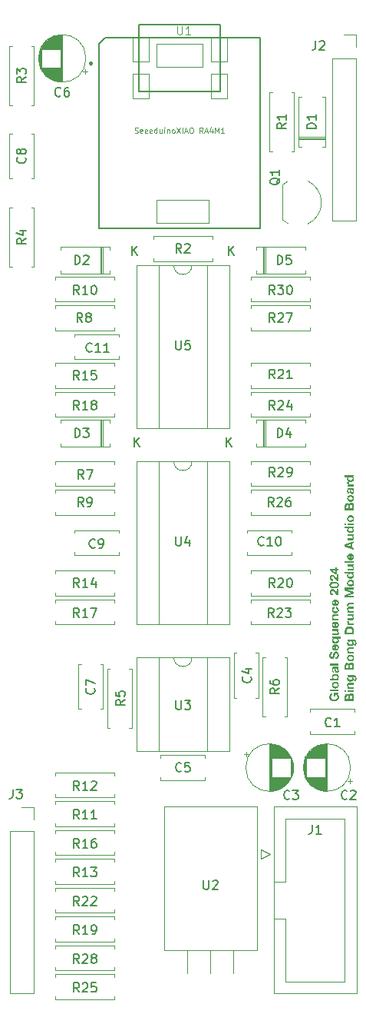
<source format=gbr>
%TF.GenerationSoftware,KiCad,Pcbnew,8.0.7*%
%TF.CreationDate,2025-03-25T15:13:18-04:00*%
%TF.ProjectId,bing-bong-pcb-audio,62696e67-2d62-46f6-9e67-2d7063622d61,rev?*%
%TF.SameCoordinates,Original*%
%TF.FileFunction,Legend,Top*%
%TF.FilePolarity,Positive*%
%FSLAX46Y46*%
G04 Gerber Fmt 4.6, Leading zero omitted, Abs format (unit mm)*
G04 Created by KiCad (PCBNEW 8.0.7) date 2025-03-25 15:13:18*
%MOMM*%
%LPD*%
G01*
G04 APERTURE LIST*
%ADD10C,0.200000*%
%ADD11C,0.150000*%
%ADD12C,0.101600*%
%ADD13C,0.076200*%
%ADD14C,0.120000*%
%ADD15C,0.127000*%
%ADD16C,0.066040*%
%ADD17C,0.254000*%
G04 APERTURE END LIST*
D10*
G36*
X164666288Y-112968901D02*
G01*
X164780350Y-112946431D01*
X164780350Y-112805747D01*
X164226896Y-112805747D01*
X164226896Y-113227799D01*
X164398842Y-113227799D01*
X164398842Y-113005538D01*
X164448943Y-113013552D01*
X164497788Y-113030049D01*
X164542725Y-113057669D01*
X164561508Y-113075147D01*
X164591132Y-113117412D01*
X164608413Y-113163772D01*
X164616806Y-113218014D01*
X164617684Y-113244651D01*
X164613597Y-113297511D01*
X164599944Y-113347566D01*
X164588619Y-113371413D01*
X164559374Y-113413194D01*
X164522929Y-113447495D01*
X164511194Y-113455921D01*
X164466588Y-113480812D01*
X164417401Y-113499065D01*
X164402506Y-113503060D01*
X164352727Y-113512548D01*
X164301819Y-113517200D01*
X164277942Y-113517715D01*
X164228517Y-113515654D01*
X164176292Y-113508770D01*
X164148738Y-113503060D01*
X164100193Y-113488093D01*
X164052962Y-113465573D01*
X164037363Y-113455921D01*
X163998240Y-113423758D01*
X163966785Y-113384114D01*
X163959205Y-113371413D01*
X163940229Y-113325395D01*
X163931299Y-113276262D01*
X163929896Y-113244651D01*
X163934889Y-113192403D01*
X163949868Y-113145811D01*
X163972150Y-113108364D01*
X164009634Y-113071235D01*
X164054494Y-113046312D01*
X164098668Y-113032404D01*
X164098668Y-112821378D01*
X164046972Y-112829479D01*
X163999044Y-112843398D01*
X163950676Y-112865432D01*
X163946505Y-112867785D01*
X163903313Y-112896236D01*
X163865086Y-112929536D01*
X163834642Y-112964016D01*
X163806006Y-113005822D01*
X163782566Y-113050976D01*
X163765765Y-113094930D01*
X163752416Y-113145350D01*
X163744607Y-113196867D01*
X163742318Y-113244651D01*
X163744293Y-113294072D01*
X163751387Y-113347806D01*
X163763641Y-113398608D01*
X163781055Y-113446480D01*
X163783595Y-113452258D01*
X163806187Y-113496511D01*
X163836275Y-113542027D01*
X163871308Y-113583022D01*
X163897412Y-113607840D01*
X163940186Y-113641086D01*
X163986902Y-113669656D01*
X164031736Y-113691126D01*
X164067405Y-113704805D01*
X164117154Y-113719551D01*
X164168949Y-113730084D01*
X164222789Y-113736404D01*
X164278675Y-113738510D01*
X164333294Y-113736404D01*
X164386020Y-113730084D01*
X164436853Y-113719551D01*
X164485793Y-113704805D01*
X164532245Y-113685998D01*
X164580817Y-113660461D01*
X164625487Y-113630288D01*
X164653099Y-113607596D01*
X164690664Y-113569733D01*
X164723398Y-113527311D01*
X164751303Y-113480329D01*
X164764718Y-113452258D01*
X164782456Y-113404661D01*
X164795127Y-113354194D01*
X164802729Y-113300858D01*
X164805223Y-113251834D01*
X164805263Y-113244651D01*
X164801626Y-113194588D01*
X164790717Y-113144814D01*
X164774488Y-113099815D01*
X164750698Y-113056176D01*
X164717797Y-113015017D01*
X164680396Y-112980095D01*
X164666288Y-112968901D01*
G37*
G36*
X163773581Y-112648454D02*
G01*
X164774000Y-112648454D01*
X164774000Y-112448664D01*
X163773581Y-112448664D01*
X163773581Y-112648454D01*
G37*
G36*
X164413557Y-111563554D02*
G01*
X164466108Y-111566702D01*
X164515414Y-111575098D01*
X164565905Y-111590394D01*
X164603868Y-111607166D01*
X164645913Y-111632545D01*
X164686316Y-111666354D01*
X164712527Y-111695592D01*
X164741825Y-111739624D01*
X164763009Y-111785056D01*
X164764646Y-111789422D01*
X164779232Y-111839530D01*
X164787031Y-111888388D01*
X164789631Y-111940394D01*
X164789605Y-111945751D01*
X164786485Y-111997481D01*
X164778166Y-112045872D01*
X164763009Y-112095244D01*
X164748140Y-112128461D01*
X164720457Y-112173707D01*
X164686316Y-112213458D01*
X164653043Y-112241970D01*
X164611869Y-112268320D01*
X164565905Y-112289418D01*
X164561477Y-112291055D01*
X164510629Y-112305641D01*
X164460998Y-112313440D01*
X164408124Y-112316040D01*
X164402675Y-112316014D01*
X164349943Y-112312894D01*
X164300408Y-112304575D01*
X164249610Y-112289418D01*
X164211311Y-112272547D01*
X164169067Y-112247152D01*
X164128710Y-112213458D01*
X164102342Y-112184160D01*
X164072776Y-112140288D01*
X164051285Y-112095244D01*
X164049587Y-112090923D01*
X164034467Y-112041183D01*
X164026381Y-111992458D01*
X164023685Y-111940394D01*
X164180001Y-111940394D01*
X164183306Y-111978732D01*
X164200029Y-112024903D01*
X164213538Y-112044680D01*
X164251320Y-112079124D01*
X164276290Y-112092680D01*
X164323860Y-112107945D01*
X164357441Y-112113322D01*
X164407391Y-112116249D01*
X164441558Y-112114879D01*
X164490189Y-112107945D01*
X164516943Y-112100683D01*
X164562729Y-112079124D01*
X164583365Y-112063461D01*
X164614265Y-112024903D01*
X164627939Y-111989425D01*
X164633316Y-111940394D01*
X164630171Y-111901818D01*
X164614265Y-111855154D01*
X164599470Y-111833151D01*
X164562729Y-111800443D01*
X164537416Y-111786773D01*
X164490189Y-111771623D01*
X164457083Y-111766088D01*
X164407391Y-111763074D01*
X164373103Y-111764485D01*
X164323860Y-111771623D01*
X164296775Y-111778775D01*
X164251320Y-111800443D01*
X164231044Y-111816054D01*
X164200029Y-111855154D01*
X164185653Y-111891035D01*
X164180001Y-111940394D01*
X164023685Y-111940394D01*
X164023712Y-111935052D01*
X164026947Y-111883360D01*
X164035572Y-111834817D01*
X164051285Y-111785056D01*
X164068469Y-111747524D01*
X164094352Y-111706059D01*
X164128710Y-111666354D01*
X164161926Y-111637737D01*
X164203257Y-111611381D01*
X164249610Y-111590394D01*
X164254068Y-111588742D01*
X164305217Y-111574023D01*
X164355072Y-111566151D01*
X164408124Y-111563528D01*
X164413557Y-111563554D01*
G37*
G36*
X164425148Y-110705983D02*
G01*
X164477733Y-110709525D01*
X164531085Y-110718446D01*
X164579094Y-110732614D01*
X164613746Y-110746948D01*
X164659656Y-110772284D01*
X164698284Y-110802223D01*
X164709512Y-110813076D01*
X164742918Y-110853708D01*
X164767161Y-110898454D01*
X164771176Y-110908497D01*
X164784694Y-110955700D01*
X164789631Y-111006898D01*
X164787544Y-111050647D01*
X164779327Y-111100550D01*
X164763253Y-111150513D01*
X164747637Y-111180204D01*
X164715568Y-111217470D01*
X164673127Y-111246012D01*
X164673127Y-111248699D01*
X164765939Y-111248699D01*
X164765939Y-111438720D01*
X163773581Y-111438720D01*
X163773581Y-111238929D01*
X164136281Y-111238929D01*
X164136281Y-111236242D01*
X164109048Y-111216306D01*
X164075526Y-111180334D01*
X164050796Y-111137080D01*
X164038935Y-111105405D01*
X164031962Y-111075775D01*
X164180001Y-111075775D01*
X164182194Y-111104504D01*
X164198563Y-111151979D01*
X164211300Y-111171031D01*
X164248389Y-111205224D01*
X164273393Y-111219432D01*
X164321173Y-111236242D01*
X164357872Y-111242921D01*
X164407391Y-111246012D01*
X164442510Y-111244400D01*
X164492387Y-111236242D01*
X164519472Y-111228059D01*
X164564928Y-111205224D01*
X164583356Y-111190998D01*
X164614997Y-111151979D01*
X164626160Y-111126035D01*
X164633316Y-111075775D01*
X164631151Y-111046437D01*
X164614997Y-110999083D01*
X164602132Y-110980287D01*
X164564928Y-110946326D01*
X164539958Y-110932152D01*
X164492387Y-110915551D01*
X164458447Y-110909068D01*
X164407391Y-110905538D01*
X164371363Y-110907190D01*
X164321173Y-110915551D01*
X164293950Y-110923596D01*
X164248389Y-110946326D01*
X164229985Y-110960504D01*
X164198563Y-110999083D01*
X164186545Y-111027057D01*
X164180001Y-111075775D01*
X164031962Y-111075775D01*
X164027498Y-111056804D01*
X164023685Y-111006898D01*
X164023883Y-110996607D01*
X164030795Y-110945538D01*
X164046156Y-110898454D01*
X164053768Y-110882001D01*
X164081364Y-110838725D01*
X164115277Y-110802223D01*
X164143447Y-110779337D01*
X164187440Y-110752850D01*
X164234223Y-110732614D01*
X164252785Y-110726317D01*
X164302931Y-110714248D01*
X164352631Y-110707872D01*
X164406658Y-110705747D01*
X164425148Y-110705983D01*
G37*
G36*
X164774000Y-110108329D02*
G01*
X164739561Y-110117610D01*
X164703658Y-110122495D01*
X164736504Y-110160769D01*
X164761039Y-110203782D01*
X164772778Y-110235091D01*
X164784685Y-110283898D01*
X164791096Y-110333597D01*
X164792318Y-110367226D01*
X164789143Y-110417540D01*
X164779617Y-110464435D01*
X164760924Y-110511438D01*
X164740294Y-110543081D01*
X164703482Y-110577940D01*
X164672639Y-110595838D01*
X164624958Y-110610703D01*
X164575674Y-110614889D01*
X164525599Y-110610728D01*
X164478674Y-110595783D01*
X164473581Y-110593151D01*
X164433618Y-110564480D01*
X164409589Y-110536731D01*
X164385385Y-110492391D01*
X164373685Y-110458085D01*
X164361844Y-110407921D01*
X164354879Y-110368692D01*
X164347838Y-110318400D01*
X164343644Y-110280032D01*
X164336622Y-110229294D01*
X164330943Y-110202607D01*
X164312053Y-110157026D01*
X164306274Y-110149117D01*
X164259136Y-110130799D01*
X164418138Y-110130799D01*
X164435723Y-110162551D01*
X164446226Y-110203339D01*
X164453309Y-110249013D01*
X164460392Y-110296884D01*
X164471627Y-110341337D01*
X164490434Y-110379194D01*
X164520720Y-110405328D01*
X164567126Y-110415098D01*
X164612311Y-110405328D01*
X164641131Y-110378461D01*
X164655786Y-110339138D01*
X164659938Y-110292732D01*
X164655645Y-110243223D01*
X164640399Y-110201385D01*
X164608048Y-110163522D01*
X164593260Y-110153514D01*
X164546576Y-110135830D01*
X164537817Y-110134463D01*
X164492632Y-110130799D01*
X164418138Y-110130799D01*
X164259136Y-110130799D01*
X164210249Y-110140245D01*
X164207845Y-110141546D01*
X164178291Y-110169634D01*
X164164125Y-110210422D01*
X164160706Y-110260248D01*
X164166287Y-110310133D01*
X164186107Y-110353304D01*
X164227950Y-110383428D01*
X164270371Y-110392628D01*
X164270371Y-110592418D01*
X164220980Y-110585411D01*
X164171866Y-110567860D01*
X164153623Y-110557247D01*
X164114142Y-110524464D01*
X164082711Y-110484275D01*
X164079129Y-110478357D01*
X164057470Y-110434225D01*
X164042076Y-110385606D01*
X164038829Y-110370890D01*
X164031080Y-110322149D01*
X164027281Y-110273167D01*
X164026861Y-110250478D01*
X164028578Y-110198690D01*
X164033280Y-110149870D01*
X164034676Y-110139348D01*
X164045224Y-110088654D01*
X164062211Y-110042361D01*
X164064963Y-110036521D01*
X164091829Y-109994329D01*
X164127489Y-109960562D01*
X164174078Y-109938397D01*
X164225563Y-109931124D01*
X164233734Y-109931009D01*
X164612311Y-109931009D01*
X164663369Y-109929423D01*
X164706588Y-109925391D01*
X164755896Y-109914442D01*
X164774000Y-109905852D01*
X164774000Y-110108329D01*
G37*
G36*
X163773581Y-109775182D02*
G01*
X164774000Y-109775182D01*
X164774000Y-109575391D01*
X163773581Y-109575391D01*
X163773581Y-109775182D01*
G37*
G36*
X164432060Y-108859759D02*
G01*
X164432060Y-109073716D01*
X164482296Y-109071642D01*
X164533491Y-109062541D01*
X164579821Y-109046283D01*
X164592771Y-109040011D01*
X164636485Y-109012916D01*
X164674599Y-108979991D01*
X164704390Y-108945000D01*
X164731874Y-108901725D01*
X164753873Y-108854178D01*
X164769115Y-108807247D01*
X164779934Y-108757922D01*
X164786746Y-108707642D01*
X164789551Y-108656408D01*
X164789631Y-108646047D01*
X164788150Y-108596191D01*
X164782945Y-108543825D01*
X164773991Y-108495401D01*
X164765939Y-108465307D01*
X164749143Y-108418939D01*
X164726424Y-108373665D01*
X164699261Y-108334393D01*
X164664972Y-108298501D01*
X164622786Y-108267912D01*
X164597900Y-108255014D01*
X164548462Y-108237619D01*
X164499965Y-108229433D01*
X164470406Y-108228147D01*
X164420722Y-108231654D01*
X164372958Y-108243610D01*
X164332408Y-108264051D01*
X164292139Y-108295440D01*
X164256796Y-108334202D01*
X164246191Y-108349292D01*
X164221347Y-108392435D01*
X164202198Y-108439075D01*
X164199296Y-108448454D01*
X164185669Y-108497630D01*
X164179024Y-108526368D01*
X164166236Y-108576559D01*
X164153614Y-108625665D01*
X164140671Y-108675336D01*
X164139701Y-108679020D01*
X164125275Y-108728218D01*
X164108926Y-108770611D01*
X164081047Y-108810777D01*
X164075465Y-108814819D01*
X164027593Y-108826054D01*
X163978628Y-108814620D01*
X163974593Y-108812132D01*
X163939666Y-108776228D01*
X163920618Y-108730934D01*
X163919882Y-108727624D01*
X163914287Y-108677464D01*
X163914265Y-108674135D01*
X163917315Y-108623335D01*
X163921348Y-108598908D01*
X163937468Y-108551647D01*
X163945284Y-108537847D01*
X163979368Y-108502427D01*
X163991690Y-108494861D01*
X164039598Y-108478930D01*
X164066184Y-108475810D01*
X164066184Y-108261853D01*
X164014215Y-108265097D01*
X163962890Y-108276158D01*
X163917684Y-108295070D01*
X163874797Y-108323097D01*
X163838091Y-108357718D01*
X163817056Y-108384463D01*
X163790472Y-108428896D01*
X163770070Y-108477932D01*
X163759903Y-108513179D01*
X163749891Y-108563662D01*
X163744035Y-108615703D01*
X163742318Y-108664365D01*
X163744894Y-108714958D01*
X163752622Y-108765619D01*
X163760636Y-108799431D01*
X163776973Y-108848032D01*
X163798875Y-108892717D01*
X163816568Y-108920332D01*
X163850273Y-108960446D01*
X163890266Y-108993869D01*
X163910845Y-109007038D01*
X163956194Y-109027131D01*
X164007245Y-109037950D01*
X164044446Y-109040011D01*
X164096706Y-109035738D01*
X164145593Y-109021579D01*
X164161194Y-109014121D01*
X164202814Y-108986078D01*
X164237458Y-108950952D01*
X164241550Y-108945733D01*
X164269145Y-108903705D01*
X164291482Y-108856847D01*
X164294062Y-108850234D01*
X164310585Y-108802870D01*
X164324677Y-108754384D01*
X164328256Y-108740325D01*
X164341206Y-108692567D01*
X164353939Y-108642124D01*
X164356344Y-108632125D01*
X164368988Y-108584448D01*
X164385653Y-108536382D01*
X164408390Y-108491974D01*
X164427419Y-108468238D01*
X164471531Y-108444171D01*
X164493120Y-108442104D01*
X164542350Y-108453232D01*
X164555402Y-108461888D01*
X164588320Y-108500250D01*
X164593993Y-108510981D01*
X164609792Y-108557646D01*
X164612799Y-108574240D01*
X164617450Y-108624370D01*
X164617684Y-108637498D01*
X164613982Y-108688382D01*
X164607182Y-108722006D01*
X164589665Y-108768890D01*
X164574942Y-108793081D01*
X164538483Y-108828847D01*
X164517789Y-108841441D01*
X164470599Y-108856736D01*
X164432060Y-108859759D01*
G37*
G36*
X164461369Y-107433625D02*
G01*
X164461369Y-107958259D01*
X164503562Y-107953634D01*
X164551407Y-107938949D01*
X164592771Y-107909166D01*
X164614152Y-107877109D01*
X164629356Y-107828566D01*
X164633316Y-107779718D01*
X164633052Y-107768511D01*
X164624837Y-107720185D01*
X164603274Y-107675670D01*
X164582187Y-107649596D01*
X164539526Y-107621937D01*
X164539526Y-107446082D01*
X164556019Y-107451539D01*
X164609042Y-107473405D01*
X164654748Y-107499571D01*
X164698025Y-107534742D01*
X164731745Y-107575531D01*
X164738755Y-107586573D01*
X164762271Y-107633605D01*
X164778551Y-107685217D01*
X164786861Y-107734133D01*
X164789631Y-107786556D01*
X164789604Y-107791913D01*
X164786399Y-107843643D01*
X164777850Y-107892034D01*
X164762276Y-107941406D01*
X164747041Y-107974532D01*
X164718808Y-108019297D01*
X164684118Y-108058154D01*
X164653996Y-108083363D01*
X164609025Y-108111624D01*
X164562974Y-108132160D01*
X164558563Y-108133753D01*
X164508225Y-108147937D01*
X164459558Y-108155521D01*
X164408124Y-108158050D01*
X164358106Y-108155450D01*
X164305677Y-108146584D01*
X164255960Y-108131427D01*
X164217900Y-108114557D01*
X164175475Y-108089162D01*
X164134327Y-108055468D01*
X164104265Y-108022795D01*
X164076154Y-107982613D01*
X164053239Y-107937987D01*
X164036413Y-107889239D01*
X164026572Y-107837027D01*
X164024006Y-107792174D01*
X164180001Y-107792174D01*
X164181935Y-107823181D01*
X164196365Y-107871797D01*
X164203899Y-107884986D01*
X164236909Y-107922355D01*
X164243000Y-107926943D01*
X164288200Y-107949222D01*
X164336316Y-107958259D01*
X164336316Y-107633172D01*
X164308853Y-107639248D01*
X164261707Y-107655987D01*
X164219812Y-107683242D01*
X164206283Y-107698011D01*
X164185599Y-107742623D01*
X164180001Y-107792174D01*
X164024006Y-107792174D01*
X164023685Y-107786556D01*
X164024005Y-107769364D01*
X164028803Y-107720313D01*
X164040886Y-107670253D01*
X164060078Y-107624868D01*
X164085256Y-107584229D01*
X164118571Y-107545091D01*
X164157775Y-107511783D01*
X164201942Y-107484166D01*
X164250150Y-107462437D01*
X164297482Y-107447792D01*
X164307310Y-107445418D01*
X164357279Y-107436526D01*
X164408632Y-107432595D01*
X164461369Y-107433625D01*
G37*
G36*
X165024104Y-106810562D02*
G01*
X164674593Y-106810562D01*
X164674593Y-106813249D01*
X164703398Y-106832605D01*
X164738306Y-106868280D01*
X164763253Y-106911923D01*
X164774793Y-106943812D01*
X164785922Y-106992618D01*
X164789631Y-107042593D01*
X164789557Y-107048956D01*
X164784254Y-107097535D01*
X164770580Y-107147617D01*
X164764012Y-107164270D01*
X164739088Y-107208616D01*
X164707321Y-107246780D01*
X164680095Y-107270842D01*
X164636881Y-107299138D01*
X164590329Y-107321274D01*
X164566855Y-107329788D01*
X164515078Y-107342486D01*
X164462971Y-107348980D01*
X164412276Y-107350827D01*
X164366123Y-107348919D01*
X164316291Y-107342412D01*
X164267440Y-107331288D01*
X164233170Y-107320083D01*
X164185599Y-107298353D01*
X164142632Y-107270715D01*
X164116895Y-107249039D01*
X164083441Y-107211716D01*
X164056170Y-107168622D01*
X164037675Y-107123906D01*
X164026858Y-107074053D01*
X164023685Y-107024274D01*
X164024983Y-106995144D01*
X164028651Y-106973716D01*
X164180001Y-106973716D01*
X164182714Y-107008521D01*
X164199296Y-107056759D01*
X164213952Y-107078459D01*
X164250587Y-107111713D01*
X164275901Y-107125818D01*
X164323127Y-107142000D01*
X164356476Y-107147851D01*
X164407391Y-107151036D01*
X164441558Y-107149666D01*
X164490189Y-107142732D01*
X164516943Y-107135470D01*
X164562729Y-107113912D01*
X164583365Y-107098335D01*
X164614265Y-107060422D01*
X164627288Y-107028272D01*
X164633316Y-106977868D01*
X164630740Y-106943316D01*
X164614997Y-106895803D01*
X164602203Y-106876306D01*
X164565660Y-106842314D01*
X164541091Y-106828541D01*
X164494341Y-106812760D01*
X164460875Y-106806751D01*
X164410078Y-106803479D01*
X164376739Y-106805011D01*
X164328012Y-106812760D01*
X164300644Y-106820243D01*
X164254006Y-106841581D01*
X164232810Y-106856630D01*
X164200517Y-106894337D01*
X164187234Y-106923345D01*
X164180001Y-106973716D01*
X164028651Y-106973716D01*
X164033243Y-106946893D01*
X164050796Y-106897024D01*
X164064364Y-106872095D01*
X164098615Y-106832433D01*
X164140678Y-106803479D01*
X164140678Y-106800548D01*
X164047866Y-106800548D01*
X164047866Y-106610771D01*
X165024104Y-106610771D01*
X165024104Y-106810562D01*
G37*
G36*
X164771313Y-105782544D02*
G01*
X164039317Y-105782544D01*
X164039317Y-105982334D01*
X164423511Y-105982334D01*
X164475611Y-105984624D01*
X164524772Y-105992674D01*
X164571266Y-106010384D01*
X164584467Y-106018971D01*
X164617860Y-106059630D01*
X164631598Y-106108173D01*
X164633316Y-106137184D01*
X164625939Y-106188313D01*
X164599095Y-106229375D01*
X164588619Y-106237080D01*
X164540721Y-106256280D01*
X164490755Y-106263824D01*
X164453309Y-106265168D01*
X164039317Y-106265168D01*
X164039317Y-106464958D01*
X164489457Y-106464958D01*
X164538698Y-106463275D01*
X164588245Y-106457654D01*
X164613288Y-106452990D01*
X164662021Y-106437907D01*
X164705839Y-106413299D01*
X164708298Y-106411469D01*
X164742736Y-106376481D01*
X164767037Y-106333809D01*
X164768382Y-106330625D01*
X164782908Y-106280182D01*
X164788884Y-106228090D01*
X164789631Y-106198978D01*
X164784995Y-106148064D01*
X164771089Y-106098117D01*
X164761543Y-106075391D01*
X164735382Y-106033122D01*
X164699399Y-105997172D01*
X164669952Y-105976717D01*
X164669952Y-105972565D01*
X164771313Y-105972565D01*
X164771313Y-105782544D01*
G37*
G36*
X164461369Y-104946256D02*
G01*
X164461369Y-105470890D01*
X164503562Y-105466265D01*
X164551407Y-105451580D01*
X164592771Y-105421797D01*
X164614152Y-105389740D01*
X164629356Y-105341197D01*
X164633316Y-105292348D01*
X164633052Y-105281141D01*
X164624837Y-105232816D01*
X164603274Y-105188301D01*
X164582187Y-105162227D01*
X164539526Y-105134568D01*
X164539526Y-104958713D01*
X164556019Y-104964170D01*
X164609042Y-104986035D01*
X164654748Y-105012202D01*
X164698025Y-105047373D01*
X164731745Y-105088161D01*
X164738755Y-105099204D01*
X164762271Y-105146236D01*
X164778551Y-105197847D01*
X164786861Y-105246764D01*
X164789631Y-105299187D01*
X164789604Y-105304544D01*
X164786399Y-105356274D01*
X164777850Y-105404664D01*
X164762276Y-105454037D01*
X164747041Y-105487163D01*
X164718808Y-105531928D01*
X164684118Y-105570785D01*
X164653996Y-105595994D01*
X164609025Y-105624255D01*
X164562974Y-105644791D01*
X164558563Y-105646384D01*
X164508225Y-105660567D01*
X164459558Y-105668152D01*
X164408124Y-105670681D01*
X164358106Y-105668081D01*
X164305677Y-105659215D01*
X164255960Y-105644058D01*
X164217900Y-105627187D01*
X164175475Y-105601793D01*
X164134327Y-105568099D01*
X164104265Y-105535426D01*
X164076154Y-105495244D01*
X164053239Y-105450618D01*
X164036413Y-105401869D01*
X164026572Y-105349658D01*
X164024006Y-105304805D01*
X164180001Y-105304805D01*
X164181935Y-105335812D01*
X164196365Y-105384428D01*
X164203899Y-105397616D01*
X164236909Y-105434986D01*
X164243000Y-105439573D01*
X164288200Y-105461853D01*
X164336316Y-105470890D01*
X164336316Y-105145803D01*
X164308853Y-105151879D01*
X164261707Y-105168617D01*
X164219812Y-105195872D01*
X164206283Y-105210642D01*
X164185599Y-105255254D01*
X164180001Y-105304805D01*
X164024006Y-105304805D01*
X164023685Y-105299187D01*
X164024005Y-105281995D01*
X164028803Y-105232944D01*
X164040886Y-105182884D01*
X164060078Y-105137498D01*
X164085256Y-105096860D01*
X164118571Y-105057722D01*
X164157775Y-105024414D01*
X164201942Y-104996797D01*
X164250150Y-104975067D01*
X164297482Y-104960422D01*
X164307310Y-104958049D01*
X164357279Y-104949157D01*
X164408632Y-104945226D01*
X164461369Y-104946256D01*
G37*
G36*
X164042248Y-104832439D02*
G01*
X164774000Y-104832439D01*
X164774000Y-104632648D01*
X164389806Y-104632648D01*
X164337705Y-104630359D01*
X164288545Y-104622309D01*
X164242050Y-104604599D01*
X164228849Y-104596012D01*
X164195457Y-104555353D01*
X164181718Y-104506810D01*
X164180001Y-104477799D01*
X164187378Y-104426670D01*
X164214222Y-104385608D01*
X164224697Y-104377903D01*
X164272596Y-104358702D01*
X164322561Y-104351159D01*
X164360008Y-104349815D01*
X164774000Y-104349815D01*
X164774000Y-104150025D01*
X164324593Y-104150025D01*
X164275534Y-104151708D01*
X164226186Y-104157329D01*
X164201250Y-104161993D01*
X164152571Y-104177076D01*
X164108928Y-104201684D01*
X164106484Y-104203514D01*
X164071740Y-104238502D01*
X164047043Y-104281174D01*
X164045667Y-104284358D01*
X164030641Y-104334801D01*
X164024458Y-104386893D01*
X164023685Y-104416005D01*
X164028402Y-104466960D01*
X164042550Y-104517027D01*
X164052262Y-104539836D01*
X164078503Y-104581957D01*
X164114361Y-104617826D01*
X164143609Y-104638266D01*
X164143609Y-104642418D01*
X164042248Y-104642418D01*
X164042248Y-104832439D01*
G37*
G36*
X164305053Y-103507666D02*
G01*
X164305053Y-103312272D01*
X164253945Y-103318958D01*
X164204780Y-103334263D01*
X164180978Y-103345977D01*
X164138349Y-103375202D01*
X164102358Y-103411159D01*
X164093295Y-103422669D01*
X164065980Y-103466347D01*
X164045583Y-103514886D01*
X164041027Y-103529648D01*
X164029799Y-103579033D01*
X164024295Y-103629951D01*
X164023685Y-103653967D01*
X164026572Y-103707472D01*
X164035230Y-103757160D01*
X164051421Y-103807409D01*
X164053239Y-103811748D01*
X164076299Y-103856619D01*
X164104842Y-103896525D01*
X164135549Y-103928496D01*
X164174156Y-103958527D01*
X164217440Y-103983132D01*
X164260845Y-104000792D01*
X164312131Y-104014837D01*
X164361208Y-104022546D01*
X164412623Y-104025437D01*
X164417893Y-104025461D01*
X164467591Y-104022861D01*
X164519283Y-104013995D01*
X164567859Y-103998838D01*
X164612624Y-103977885D01*
X164656325Y-103949366D01*
X164685584Y-103924100D01*
X164719381Y-103885346D01*
X164747133Y-103840890D01*
X164762276Y-103808085D01*
X164777850Y-103759648D01*
X164786960Y-103708038D01*
X164789631Y-103658364D01*
X164786840Y-103605796D01*
X164778468Y-103556904D01*
X164761647Y-103504507D01*
X164737229Y-103457113D01*
X164710252Y-103420471D01*
X164672296Y-103383372D01*
X164628100Y-103353285D01*
X164577662Y-103330211D01*
X164529462Y-103316014D01*
X164485793Y-103308120D01*
X164485793Y-103500827D01*
X164536050Y-103513562D01*
X164580074Y-103538005D01*
X164593260Y-103549431D01*
X164622011Y-103592909D01*
X164632690Y-103642396D01*
X164633316Y-103659829D01*
X164626083Y-103710029D01*
X164612799Y-103738720D01*
X164579048Y-103776816D01*
X164560043Y-103790011D01*
X164514572Y-103810277D01*
X164488235Y-103817366D01*
X164439043Y-103824502D01*
X164410078Y-103825670D01*
X164360122Y-103822426D01*
X164329966Y-103817366D01*
X164282262Y-103802101D01*
X164256205Y-103788545D01*
X164217331Y-103756568D01*
X164201250Y-103735789D01*
X164182989Y-103689173D01*
X164180001Y-103655433D01*
X164185985Y-103604618D01*
X164207478Y-103559223D01*
X164244603Y-103527353D01*
X164297360Y-103509008D01*
X164305053Y-103507666D01*
G37*
G36*
X164461369Y-102510667D02*
G01*
X164461369Y-103035300D01*
X164503562Y-103030675D01*
X164551407Y-103015990D01*
X164592771Y-102986207D01*
X164614152Y-102954151D01*
X164629356Y-102905607D01*
X164633316Y-102856759D01*
X164633052Y-102845552D01*
X164624837Y-102797226D01*
X164603274Y-102752711D01*
X164582187Y-102726637D01*
X164539526Y-102698978D01*
X164539526Y-102523123D01*
X164556019Y-102528580D01*
X164609042Y-102550446D01*
X164654748Y-102576612D01*
X164698025Y-102611783D01*
X164731745Y-102652572D01*
X164738755Y-102663614D01*
X164762271Y-102710646D01*
X164778551Y-102762258D01*
X164786861Y-102811175D01*
X164789631Y-102863598D01*
X164789604Y-102868954D01*
X164786399Y-102920684D01*
X164777850Y-102969075D01*
X164762276Y-103018448D01*
X164747041Y-103051573D01*
X164718808Y-103096338D01*
X164684118Y-103135196D01*
X164653996Y-103160404D01*
X164609025Y-103188665D01*
X164562974Y-103209201D01*
X164558563Y-103210794D01*
X164508225Y-103224978D01*
X164459558Y-103232563D01*
X164408124Y-103235091D01*
X164358106Y-103232491D01*
X164305677Y-103223626D01*
X164255960Y-103208468D01*
X164217900Y-103191598D01*
X164175475Y-103166203D01*
X164134327Y-103132509D01*
X164104265Y-103099837D01*
X164076154Y-103059655D01*
X164053239Y-103015028D01*
X164036413Y-102966280D01*
X164026572Y-102914068D01*
X164024006Y-102869215D01*
X164180001Y-102869215D01*
X164181935Y-102900222D01*
X164196365Y-102948838D01*
X164203899Y-102962027D01*
X164236909Y-102999397D01*
X164243000Y-103003984D01*
X164288200Y-103026263D01*
X164336316Y-103035300D01*
X164336316Y-102710213D01*
X164308853Y-102716290D01*
X164261707Y-102733028D01*
X164219812Y-102760283D01*
X164206283Y-102775052D01*
X164185599Y-102819664D01*
X164180001Y-102869215D01*
X164024006Y-102869215D01*
X164023685Y-102863598D01*
X164024005Y-102846406D01*
X164028803Y-102797354D01*
X164040886Y-102747294D01*
X164060078Y-102701909D01*
X164085256Y-102661270D01*
X164118571Y-102622132D01*
X164157775Y-102588824D01*
X164201942Y-102561207D01*
X164250150Y-102539478D01*
X164297482Y-102524833D01*
X164307310Y-102522459D01*
X164357279Y-102513567D01*
X164408632Y-102509636D01*
X164461369Y-102510667D01*
G37*
G36*
X164171941Y-102031951D02*
G01*
X164171941Y-101840709D01*
X164122501Y-101837751D01*
X164092562Y-101833137D01*
X164045259Y-101819265D01*
X164019533Y-101807003D01*
X163979978Y-101776159D01*
X163966044Y-101758399D01*
X163947952Y-101712863D01*
X163945528Y-101684393D01*
X163952139Y-101635634D01*
X163974044Y-101591689D01*
X163985584Y-101578147D01*
X164026449Y-101549764D01*
X164075196Y-101537640D01*
X164096714Y-101536626D01*
X164146433Y-101543859D01*
X164176581Y-101557143D01*
X164217568Y-101586394D01*
X164239596Y-101607701D01*
X164271025Y-101645904D01*
X164290643Y-101674623D01*
X164317734Y-101716579D01*
X164336072Y-101743500D01*
X164365649Y-101786269D01*
X164394937Y-101827595D01*
X164421313Y-101863912D01*
X164453919Y-101904532D01*
X164488724Y-101941031D01*
X164513148Y-101963074D01*
X164555650Y-101994345D01*
X164598818Y-102018130D01*
X164625744Y-102029752D01*
X164676016Y-102044785D01*
X164727711Y-102052470D01*
X164774000Y-102054421D01*
X164774000Y-101331218D01*
X164602053Y-101331218D01*
X164602053Y-101796989D01*
X164563228Y-101765368D01*
X164528515Y-101730038D01*
X164513881Y-101712481D01*
X164483968Y-101673142D01*
X164455748Y-101632916D01*
X164443295Y-101614051D01*
X164416424Y-101573093D01*
X164389391Y-101532378D01*
X164376861Y-101513667D01*
X164345919Y-101471913D01*
X164312079Y-101434273D01*
X164301878Y-101424274D01*
X164263470Y-101392645D01*
X164220480Y-101367000D01*
X164207356Y-101360771D01*
X164160668Y-101345274D01*
X164111490Y-101337981D01*
X164080106Y-101336836D01*
X164028574Y-101340717D01*
X163980958Y-101352360D01*
X163951390Y-101364435D01*
X163907778Y-101389805D01*
X163870212Y-101421464D01*
X163854914Y-101438196D01*
X163825987Y-101478360D01*
X163803107Y-101523442D01*
X163794586Y-101545907D01*
X163780986Y-101596608D01*
X163774586Y-101645340D01*
X163773581Y-101674623D01*
X163776538Y-101728032D01*
X163785411Y-101777434D01*
X163802004Y-101827148D01*
X163803867Y-101831427D01*
X163827517Y-101875563D01*
X163859768Y-101917523D01*
X163888375Y-101944756D01*
X163931617Y-101975302D01*
X163975782Y-101997750D01*
X164015137Y-102012167D01*
X164066394Y-102024643D01*
X164115395Y-102030825D01*
X164166686Y-102032094D01*
X164171941Y-102031951D01*
G37*
G36*
X164306668Y-100553999D02*
G01*
X164358603Y-100556363D01*
X164414831Y-100561683D01*
X164466360Y-100569760D01*
X164519498Y-100582369D01*
X164543843Y-100589907D01*
X164594012Y-100609293D01*
X164637806Y-100632041D01*
X164678989Y-100661260D01*
X164709826Y-100690523D01*
X164740221Y-100729648D01*
X164764230Y-100776542D01*
X164776509Y-100814077D01*
X164786630Y-100866347D01*
X164789631Y-100916494D01*
X164788043Y-100952642D01*
X164779709Y-101005032D01*
X164764230Y-101055224D01*
X164744886Y-101094560D01*
X164715949Y-101134194D01*
X164678989Y-101170018D01*
X164659382Y-101184864D01*
X164614263Y-101211588D01*
X164566927Y-101232254D01*
X164519498Y-101247931D01*
X164480220Y-101257726D01*
X164430033Y-101266591D01*
X164375147Y-101272699D01*
X164324363Y-101275739D01*
X164270127Y-101276752D01*
X164234696Y-101276301D01*
X164184241Y-101273937D01*
X164129457Y-101268618D01*
X164079068Y-101260540D01*
X164026861Y-101247931D01*
X164002803Y-101240409D01*
X163953137Y-101221169D01*
X163909655Y-101198721D01*
X163868591Y-101170018D01*
X163837774Y-101140990D01*
X163807454Y-101102049D01*
X163783595Y-101055224D01*
X163771198Y-101017786D01*
X163760980Y-100965945D01*
X163757949Y-100916494D01*
X163929896Y-100916494D01*
X163931365Y-100938394D01*
X163948459Y-100984882D01*
X163958442Y-100997949D01*
X163996819Y-101029822D01*
X164018257Y-101041018D01*
X164064474Y-101057422D01*
X164090449Y-101063475D01*
X164140678Y-101071344D01*
X164164453Y-101073605D01*
X164215416Y-101076228D01*
X164226526Y-101076439D01*
X164277454Y-101076961D01*
X164280128Y-101076958D01*
X164330983Y-101076111D01*
X164380524Y-101074274D01*
X164395602Y-101073359D01*
X164447354Y-101067268D01*
X164497517Y-101056689D01*
X164501012Y-101055741D01*
X164549601Y-101037455D01*
X164593504Y-101009550D01*
X164595953Y-101007492D01*
X164624568Y-100967108D01*
X164633316Y-100916494D01*
X164633277Y-100912660D01*
X164623363Y-100861905D01*
X164593504Y-100821727D01*
X164588464Y-100817648D01*
X164546586Y-100791673D01*
X164497517Y-100773856D01*
X164483347Y-100770322D01*
X164432730Y-100760959D01*
X164380524Y-100756270D01*
X164376756Y-100756090D01*
X164327709Y-100754167D01*
X164277454Y-100753339D01*
X164265720Y-100753374D01*
X164215416Y-100754072D01*
X164190166Y-100755066D01*
X164140678Y-100759690D01*
X164114262Y-100763567D01*
X164064474Y-100773856D01*
X164041600Y-100780410D01*
X163996819Y-100801211D01*
X163982622Y-100810981D01*
X163948459Y-100847617D01*
X163938670Y-100866412D01*
X163929896Y-100916494D01*
X163757949Y-100916494D01*
X163759978Y-100875305D01*
X163767967Y-100826906D01*
X163783595Y-100776542D01*
X163802810Y-100737158D01*
X163831660Y-100697362D01*
X163868591Y-100661260D01*
X163888169Y-100646132D01*
X163933048Y-100618988D01*
X163979966Y-100598108D01*
X164026861Y-100582369D01*
X164065478Y-100572575D01*
X164114612Y-100563709D01*
X164168140Y-100557602D01*
X164217519Y-100554562D01*
X164270127Y-100553549D01*
X164306668Y-100553999D01*
G37*
G36*
X164171941Y-100476612D02*
G01*
X164171941Y-100285370D01*
X164122501Y-100282412D01*
X164092562Y-100277799D01*
X164045259Y-100263926D01*
X164019533Y-100251665D01*
X163979978Y-100220820D01*
X163966044Y-100203060D01*
X163947952Y-100157524D01*
X163945528Y-100129055D01*
X163952139Y-100080296D01*
X163974044Y-100036351D01*
X163985584Y-100022809D01*
X164026449Y-99994425D01*
X164075196Y-99982301D01*
X164096714Y-99981288D01*
X164146433Y-99988521D01*
X164176581Y-100001804D01*
X164217568Y-100031056D01*
X164239596Y-100052362D01*
X164271025Y-100090566D01*
X164290643Y-100119285D01*
X164317734Y-100161241D01*
X164336072Y-100188161D01*
X164365649Y-100230930D01*
X164394937Y-100272256D01*
X164421313Y-100308573D01*
X164453919Y-100349194D01*
X164488724Y-100385693D01*
X164513148Y-100407736D01*
X164555650Y-100439007D01*
X164598818Y-100462792D01*
X164625744Y-100474414D01*
X164676016Y-100489446D01*
X164727711Y-100497131D01*
X164774000Y-100499083D01*
X164774000Y-99775879D01*
X164602053Y-99775879D01*
X164602053Y-100241651D01*
X164563228Y-100210029D01*
X164528515Y-100174699D01*
X164513881Y-100157143D01*
X164483968Y-100117803D01*
X164455748Y-100077578D01*
X164443295Y-100058713D01*
X164416424Y-100017755D01*
X164389391Y-99977039D01*
X164376861Y-99958329D01*
X164345919Y-99916575D01*
X164312079Y-99878935D01*
X164301878Y-99868936D01*
X164263470Y-99837307D01*
X164220480Y-99811661D01*
X164207356Y-99805433D01*
X164160668Y-99789935D01*
X164111490Y-99782642D01*
X164080106Y-99781497D01*
X164028574Y-99785378D01*
X163980958Y-99797022D01*
X163951390Y-99809096D01*
X163907778Y-99834467D01*
X163870212Y-99866125D01*
X163854914Y-99882858D01*
X163825987Y-99923022D01*
X163803107Y-99968103D01*
X163794586Y-99990569D01*
X163780986Y-100041269D01*
X163774586Y-100090001D01*
X163773581Y-100119285D01*
X163776538Y-100172694D01*
X163785411Y-100222096D01*
X163802004Y-100271810D01*
X163803867Y-100276089D01*
X163827517Y-100320225D01*
X163859768Y-100362185D01*
X163888375Y-100389418D01*
X163931617Y-100419963D01*
X163975782Y-100442412D01*
X164015137Y-100456829D01*
X164066394Y-100469304D01*
X164115395Y-100475487D01*
X164166686Y-100476756D01*
X164171941Y-100476612D01*
G37*
G36*
X164555158Y-99122041D02*
G01*
X164774000Y-99122041D01*
X164774000Y-99312062D01*
X164555158Y-99312062D01*
X164555158Y-99728496D01*
X164370022Y-99728496D01*
X163810109Y-99316214D01*
X164041271Y-99316214D01*
X164383211Y-99570960D01*
X164383211Y-99312062D01*
X164041271Y-99312062D01*
X164041271Y-99316214D01*
X163810109Y-99316214D01*
X163789212Y-99300827D01*
X163789212Y-99122041D01*
X164383211Y-99122041D01*
X164383211Y-98991371D01*
X164555158Y-98991371D01*
X164555158Y-99122041D01*
G37*
G36*
X166197735Y-112855033D02*
G01*
X166247978Y-112864037D01*
X166295974Y-112883172D01*
X166315878Y-112894976D01*
X166354172Y-112925499D01*
X166385856Y-112962795D01*
X166398235Y-112981978D01*
X166420756Y-113026957D01*
X166437391Y-113076612D01*
X166444657Y-113108837D01*
X166451664Y-113158033D01*
X166454000Y-113208259D01*
X166454000Y-113695035D01*
X165453581Y-113695035D01*
X165453581Y-113267122D01*
X165625528Y-113267122D01*
X165625528Y-113473995D01*
X165860001Y-113473995D01*
X165860001Y-113250269D01*
X165857951Y-113233416D01*
X166016316Y-113233416D01*
X166016316Y-113473995D01*
X166282053Y-113473995D01*
X166282053Y-113237568D01*
X166281838Y-113225573D01*
X166275946Y-113175775D01*
X166274731Y-113170296D01*
X166255674Y-113123751D01*
X166253835Y-113120949D01*
X166217084Y-113087847D01*
X166204017Y-113081970D01*
X166154558Y-113074414D01*
X166136602Y-113075097D01*
X166087471Y-113086753D01*
X166048312Y-113118133D01*
X166037439Y-113135433D01*
X166020816Y-113183545D01*
X166016316Y-113233416D01*
X165857951Y-113233416D01*
X165853829Y-113199525D01*
X165831913Y-113153304D01*
X165830123Y-113150960D01*
X165789186Y-113122496D01*
X165740566Y-113115203D01*
X165732029Y-113115401D01*
X165683169Y-113127903D01*
X165647998Y-113161853D01*
X165647212Y-113163172D01*
X165630413Y-113210213D01*
X165629268Y-113217086D01*
X165625528Y-113267122D01*
X165453581Y-113267122D01*
X165453581Y-113222181D01*
X165454189Y-113191468D01*
X165458058Y-113141591D01*
X165466281Y-113091511D01*
X165468807Y-113080577D01*
X165484394Y-113033466D01*
X165508047Y-112990150D01*
X165541691Y-112952659D01*
X165584983Y-112924693D01*
X165603734Y-112916808D01*
X165653696Y-112904753D01*
X165703441Y-112901490D01*
X165735660Y-112903138D01*
X165785182Y-112913631D01*
X165830692Y-112935928D01*
X165857819Y-112957927D01*
X165889481Y-112995434D01*
X165913979Y-113038022D01*
X165919274Y-113021034D01*
X165939361Y-112975042D01*
X165969066Y-112932685D01*
X166006547Y-112899536D01*
X166019193Y-112891330D01*
X166064760Y-112869806D01*
X166115574Y-112857251D01*
X166165793Y-112853618D01*
X166197735Y-112855033D01*
G37*
G36*
X165609896Y-112525845D02*
G01*
X165437949Y-112525845D01*
X165437949Y-112725635D01*
X165609896Y-112725635D01*
X165609896Y-112525845D01*
G37*
G36*
X165726644Y-112725635D02*
G01*
X166454000Y-112725635D01*
X166454000Y-112525845D01*
X165726644Y-112525845D01*
X165726644Y-112725635D01*
G37*
G36*
X165722248Y-112370750D02*
G01*
X166454000Y-112370750D01*
X166454000Y-112170960D01*
X166069806Y-112170960D01*
X166017705Y-112168670D01*
X165968545Y-112160620D01*
X165922050Y-112142910D01*
X165908849Y-112134323D01*
X165875457Y-112093664D01*
X165861718Y-112045121D01*
X165860001Y-112016110D01*
X165867378Y-111964982D01*
X165894222Y-111923920D01*
X165904697Y-111916214D01*
X165952596Y-111897014D01*
X166002561Y-111889471D01*
X166040008Y-111888127D01*
X166454000Y-111888127D01*
X166454000Y-111688336D01*
X166004593Y-111688336D01*
X165955534Y-111690019D01*
X165906186Y-111695640D01*
X165881250Y-111700304D01*
X165832571Y-111715388D01*
X165788928Y-111739995D01*
X165786484Y-111741825D01*
X165751740Y-111776813D01*
X165727043Y-111819485D01*
X165725667Y-111822669D01*
X165710641Y-111873112D01*
X165704458Y-111925205D01*
X165703685Y-111954316D01*
X165708402Y-112005271D01*
X165722550Y-112055338D01*
X165732262Y-112078147D01*
X165758503Y-112120268D01*
X165794361Y-112156137D01*
X165823609Y-112176577D01*
X165823609Y-112180729D01*
X165722248Y-112180729D01*
X165722248Y-112370750D01*
G37*
G36*
X166462774Y-110845412D02*
G01*
X166513106Y-110854002D01*
X166530623Y-110858416D01*
X166577640Y-110877944D01*
X166618619Y-110905538D01*
X166644918Y-110930439D01*
X166676317Y-110972296D01*
X166701418Y-111019355D01*
X166716271Y-111059777D01*
X166727908Y-111112842D01*
X166733743Y-111166759D01*
X166735367Y-111219145D01*
X166735249Y-111229194D01*
X166731117Y-111280016D01*
X166721934Y-111328322D01*
X166720197Y-111335214D01*
X166703456Y-111384473D01*
X166680168Y-111429438D01*
X166676593Y-111435088D01*
X166645638Y-111473624D01*
X166607384Y-111505398D01*
X166598895Y-111510847D01*
X166551811Y-111531201D01*
X166500894Y-111539836D01*
X166500894Y-111341511D01*
X166540885Y-111324020D01*
X166574167Y-111286556D01*
X166589554Y-111242593D01*
X166594683Y-111192279D01*
X166592264Y-111157599D01*
X166576860Y-111108317D01*
X166544125Y-111069424D01*
X166513698Y-111050768D01*
X166466517Y-111035810D01*
X166416630Y-111032055D01*
X166321376Y-111032055D01*
X166321376Y-111034742D01*
X166342716Y-111047802D01*
X166381414Y-111082757D01*
X166409792Y-111126822D01*
X166420926Y-111153305D01*
X166434349Y-111204102D01*
X166438368Y-111252851D01*
X166436069Y-111296961D01*
X166427014Y-111346045D01*
X166409303Y-111393535D01*
X166397565Y-111414961D01*
X166367007Y-111456319D01*
X166329436Y-111490743D01*
X166306498Y-111506336D01*
X166259559Y-111530147D01*
X166211222Y-111546187D01*
X166168174Y-111555460D01*
X166119059Y-111561694D01*
X166068096Y-111563772D01*
X166032864Y-111562505D01*
X165981161Y-111555853D01*
X165930831Y-111543500D01*
X165902621Y-111533624D01*
X165857742Y-111512507D01*
X165814083Y-111483660D01*
X165795854Y-111468161D01*
X165761364Y-111430044D01*
X165733727Y-111385719D01*
X165719205Y-111351493D01*
X165707235Y-111301530D01*
X165703685Y-111251385D01*
X165705018Y-111220823D01*
X165708264Y-111202293D01*
X165860001Y-111202293D01*
X165861647Y-111227533D01*
X165876854Y-111274833D01*
X165887162Y-111290978D01*
X165922283Y-111325391D01*
X165940978Y-111336988D01*
X165987984Y-111354944D01*
X166016160Y-111360451D01*
X166065409Y-111363981D01*
X166094650Y-111362917D01*
X166143078Y-111356410D01*
X166166305Y-111350428D01*
X166212199Y-111329543D01*
X166230336Y-111316491D01*
X166262513Y-111279718D01*
X166275164Y-111251975D01*
X166282053Y-111202293D01*
X166280090Y-111174426D01*
X166265444Y-111127799D01*
X166255095Y-111110434D01*
X166220748Y-111074309D01*
X166202453Y-111062078D01*
X166157000Y-111042558D01*
X166132080Y-111036578D01*
X166082262Y-111032055D01*
X166046752Y-111033466D01*
X165997754Y-111040604D01*
X165971451Y-111047669D01*
X165927168Y-111068692D01*
X165909174Y-111082168D01*
X165878319Y-111120715D01*
X165865797Y-111152198D01*
X165860001Y-111202293D01*
X165708264Y-111202293D01*
X165713501Y-111172400D01*
X165731529Y-111125600D01*
X165747710Y-111099588D01*
X165784163Y-111062008D01*
X165824830Y-111034742D01*
X165824830Y-111032055D01*
X165727621Y-111032055D01*
X165727621Y-110842034D01*
X166412478Y-110842034D01*
X166462774Y-110845412D01*
G37*
G36*
X166197735Y-109436610D02*
G01*
X166247978Y-109445614D01*
X166295974Y-109464749D01*
X166315878Y-109476553D01*
X166354172Y-109507076D01*
X166385856Y-109544372D01*
X166398235Y-109563555D01*
X166420756Y-109608534D01*
X166437391Y-109658189D01*
X166444657Y-109690414D01*
X166451664Y-109739610D01*
X166454000Y-109789836D01*
X166454000Y-110276612D01*
X165453581Y-110276612D01*
X165453581Y-109848699D01*
X165625528Y-109848699D01*
X165625528Y-110055572D01*
X165860001Y-110055572D01*
X165860001Y-109831846D01*
X165857951Y-109814993D01*
X166016316Y-109814993D01*
X166016316Y-110055572D01*
X166282053Y-110055572D01*
X166282053Y-109819145D01*
X166281838Y-109807150D01*
X166275946Y-109757352D01*
X166274731Y-109751873D01*
X166255674Y-109705328D01*
X166253835Y-109702526D01*
X166217084Y-109669424D01*
X166204017Y-109663547D01*
X166154558Y-109655991D01*
X166136602Y-109656674D01*
X166087471Y-109668330D01*
X166048312Y-109699711D01*
X166037439Y-109717010D01*
X166020816Y-109765122D01*
X166016316Y-109814993D01*
X165857951Y-109814993D01*
X165853829Y-109781102D01*
X165831913Y-109734882D01*
X165830123Y-109732537D01*
X165789186Y-109704073D01*
X165740566Y-109696780D01*
X165732029Y-109696978D01*
X165683169Y-109709480D01*
X165647998Y-109743430D01*
X165647212Y-109744749D01*
X165630413Y-109791790D01*
X165629268Y-109798663D01*
X165625528Y-109848699D01*
X165453581Y-109848699D01*
X165453581Y-109803758D01*
X165454189Y-109773045D01*
X165458058Y-109723168D01*
X165466281Y-109673088D01*
X165468807Y-109662154D01*
X165484394Y-109615043D01*
X165508047Y-109571727D01*
X165541691Y-109534236D01*
X165584983Y-109506270D01*
X165603734Y-109498385D01*
X165653696Y-109486330D01*
X165703441Y-109483067D01*
X165735660Y-109484715D01*
X165785182Y-109495208D01*
X165830692Y-109517505D01*
X165857819Y-109539504D01*
X165889481Y-109577011D01*
X165913979Y-109619599D01*
X165919274Y-109602611D01*
X165939361Y-109556619D01*
X165969066Y-109514263D01*
X166006547Y-109481113D01*
X166019193Y-109472907D01*
X166064760Y-109451383D01*
X166115574Y-109438828D01*
X166165793Y-109435196D01*
X166197735Y-109436610D01*
G37*
G36*
X166093557Y-108582814D02*
G01*
X166146108Y-108585963D01*
X166195414Y-108594359D01*
X166245905Y-108609655D01*
X166283868Y-108626427D01*
X166325913Y-108651806D01*
X166366316Y-108685614D01*
X166392527Y-108714852D01*
X166421825Y-108758884D01*
X166443009Y-108804316D01*
X166444646Y-108808683D01*
X166459232Y-108858790D01*
X166467031Y-108907648D01*
X166469631Y-108959655D01*
X166469605Y-108965011D01*
X166466485Y-109016741D01*
X166458166Y-109065132D01*
X166443009Y-109114505D01*
X166428140Y-109147722D01*
X166400457Y-109192968D01*
X166366316Y-109232718D01*
X166333043Y-109261231D01*
X166291869Y-109287581D01*
X166245905Y-109308678D01*
X166241477Y-109310316D01*
X166190629Y-109324901D01*
X166140998Y-109332700D01*
X166088124Y-109335300D01*
X166082675Y-109335274D01*
X166029943Y-109332154D01*
X165980408Y-109323835D01*
X165929610Y-109308678D01*
X165891311Y-109291807D01*
X165849067Y-109266412D01*
X165808710Y-109232718D01*
X165782342Y-109203421D01*
X165752776Y-109159548D01*
X165731285Y-109114505D01*
X165729587Y-109110183D01*
X165714467Y-109060443D01*
X165706381Y-109011719D01*
X165703685Y-108959655D01*
X165860001Y-108959655D01*
X165863306Y-108997992D01*
X165880029Y-109044163D01*
X165893538Y-109063941D01*
X165931320Y-109098385D01*
X165956290Y-109111940D01*
X166003860Y-109127205D01*
X166037441Y-109132582D01*
X166087391Y-109135510D01*
X166121558Y-109134139D01*
X166170189Y-109127205D01*
X166196943Y-109119943D01*
X166242729Y-109098385D01*
X166263365Y-109082721D01*
X166294265Y-109044163D01*
X166307939Y-109008686D01*
X166313316Y-108959655D01*
X166310171Y-108921078D01*
X166294265Y-108874414D01*
X166279470Y-108852412D01*
X166242729Y-108819704D01*
X166217416Y-108806034D01*
X166170189Y-108790883D01*
X166137083Y-108785348D01*
X166087391Y-108782334D01*
X166053103Y-108783745D01*
X166003860Y-108790883D01*
X165976775Y-108798035D01*
X165931320Y-108819704D01*
X165911044Y-108835315D01*
X165880029Y-108874414D01*
X165865653Y-108910296D01*
X165860001Y-108959655D01*
X165703685Y-108959655D01*
X165703712Y-108954312D01*
X165706947Y-108902621D01*
X165715572Y-108854077D01*
X165731285Y-108804316D01*
X165748469Y-108766784D01*
X165774352Y-108725319D01*
X165808710Y-108685614D01*
X165841926Y-108656997D01*
X165883257Y-108630642D01*
X165929610Y-108609655D01*
X165934068Y-108608002D01*
X165985217Y-108593283D01*
X166035072Y-108585412D01*
X166088124Y-108582788D01*
X166093557Y-108582814D01*
G37*
G36*
X165722248Y-108457980D02*
G01*
X166454000Y-108457980D01*
X166454000Y-108258189D01*
X166069806Y-108258189D01*
X166017705Y-108255900D01*
X165968545Y-108247850D01*
X165922050Y-108230140D01*
X165908849Y-108221553D01*
X165875457Y-108180894D01*
X165861718Y-108132351D01*
X165860001Y-108103339D01*
X165867378Y-108052211D01*
X165894222Y-108011149D01*
X165904697Y-108003444D01*
X165952596Y-107984243D01*
X166002561Y-107976700D01*
X166040008Y-107975356D01*
X166454000Y-107975356D01*
X166454000Y-107775565D01*
X166004593Y-107775565D01*
X165955534Y-107777248D01*
X165906186Y-107782870D01*
X165881250Y-107787533D01*
X165832571Y-107802617D01*
X165788928Y-107827225D01*
X165786484Y-107829055D01*
X165751740Y-107864042D01*
X165727043Y-107906715D01*
X165725667Y-107909899D01*
X165710641Y-107960342D01*
X165704458Y-108012434D01*
X165703685Y-108041546D01*
X165708402Y-108092500D01*
X165722550Y-108142568D01*
X165732262Y-108165377D01*
X165758503Y-108207497D01*
X165794361Y-108243367D01*
X165823609Y-108263807D01*
X165823609Y-108267959D01*
X165722248Y-108267959D01*
X165722248Y-108457980D01*
G37*
G36*
X166462774Y-106932642D02*
G01*
X166513106Y-106941232D01*
X166530623Y-106945646D01*
X166577640Y-106965174D01*
X166618619Y-106992767D01*
X166644918Y-107017668D01*
X166676317Y-107059526D01*
X166701418Y-107106584D01*
X166716271Y-107147006D01*
X166727908Y-107200072D01*
X166733743Y-107253989D01*
X166735367Y-107306375D01*
X166735249Y-107316423D01*
X166731117Y-107367246D01*
X166721934Y-107415551D01*
X166720197Y-107422444D01*
X166703456Y-107471703D01*
X166680168Y-107516668D01*
X166676593Y-107522317D01*
X166645638Y-107560853D01*
X166607384Y-107592628D01*
X166598895Y-107598077D01*
X166551811Y-107618430D01*
X166500894Y-107627066D01*
X166500894Y-107428741D01*
X166540885Y-107411250D01*
X166574167Y-107373786D01*
X166589554Y-107329822D01*
X166594683Y-107279508D01*
X166592264Y-107244828D01*
X166576860Y-107195547D01*
X166544125Y-107156654D01*
X166513698Y-107137997D01*
X166466517Y-107123039D01*
X166416630Y-107119285D01*
X166321376Y-107119285D01*
X166321376Y-107121972D01*
X166342716Y-107135032D01*
X166381414Y-107169987D01*
X166409792Y-107214051D01*
X166420926Y-107240535D01*
X166434349Y-107291331D01*
X166438368Y-107340080D01*
X166436069Y-107384190D01*
X166427014Y-107433274D01*
X166409303Y-107480764D01*
X166397565Y-107502191D01*
X166367007Y-107543549D01*
X166329436Y-107577973D01*
X166306498Y-107593566D01*
X166259559Y-107617376D01*
X166211222Y-107633416D01*
X166168174Y-107642690D01*
X166119059Y-107648924D01*
X166068096Y-107651002D01*
X166032864Y-107649735D01*
X165981161Y-107643083D01*
X165930831Y-107630729D01*
X165902621Y-107620854D01*
X165857742Y-107599736D01*
X165814083Y-107570890D01*
X165795854Y-107555391D01*
X165761364Y-107517274D01*
X165733727Y-107472949D01*
X165719205Y-107438722D01*
X165707235Y-107388759D01*
X165703685Y-107338615D01*
X165705018Y-107308052D01*
X165708264Y-107289522D01*
X165860001Y-107289522D01*
X165861647Y-107314762D01*
X165876854Y-107362062D01*
X165887162Y-107378207D01*
X165922283Y-107412621D01*
X165940978Y-107424217D01*
X165987984Y-107442174D01*
X166016160Y-107447681D01*
X166065409Y-107451211D01*
X166094650Y-107450146D01*
X166143078Y-107443639D01*
X166166305Y-107437657D01*
X166212199Y-107416773D01*
X166230336Y-107403721D01*
X166262513Y-107366947D01*
X166275164Y-107339205D01*
X166282053Y-107289522D01*
X166280090Y-107261656D01*
X166265444Y-107215028D01*
X166255095Y-107197664D01*
X166220748Y-107161539D01*
X166202453Y-107149308D01*
X166157000Y-107129787D01*
X166132080Y-107123808D01*
X166082262Y-107119285D01*
X166046752Y-107120696D01*
X165997754Y-107127833D01*
X165971451Y-107134899D01*
X165927168Y-107155921D01*
X165909174Y-107169398D01*
X165878319Y-107207945D01*
X165865797Y-107239428D01*
X165860001Y-107289522D01*
X165708264Y-107289522D01*
X165713501Y-107259629D01*
X165731529Y-107212830D01*
X165747710Y-107186818D01*
X165784163Y-107149237D01*
X165824830Y-107121972D01*
X165824830Y-107119285D01*
X165727621Y-107119285D01*
X165727621Y-106929264D01*
X166412478Y-106929264D01*
X166462774Y-106932642D01*
G37*
G36*
X166001830Y-105476309D02*
G01*
X166053380Y-105481576D01*
X166102824Y-105490353D01*
X166150161Y-105502642D01*
X166178398Y-105512129D01*
X166226130Y-105532782D01*
X166269881Y-105558033D01*
X166309652Y-105587882D01*
X166329944Y-105606358D01*
X166362953Y-105643100D01*
X166391442Y-105684325D01*
X166415409Y-105730032D01*
X166434064Y-105780257D01*
X166445520Y-105828957D01*
X166452153Y-105881473D01*
X166454000Y-105930555D01*
X166454000Y-106363842D01*
X165453581Y-106363842D01*
X165453581Y-105985265D01*
X165641159Y-105985265D01*
X165641159Y-106142802D01*
X166266421Y-106142802D01*
X166266421Y-105945942D01*
X166263094Y-105901707D01*
X166251278Y-105853130D01*
X166232452Y-105813145D01*
X166200475Y-105773018D01*
X166193646Y-105766548D01*
X166153833Y-105737933D01*
X166108152Y-105716842D01*
X166074052Y-105706571D01*
X166022515Y-105698104D01*
X165969177Y-105695593D01*
X165936979Y-105696306D01*
X165885098Y-105700846D01*
X165833623Y-105710492D01*
X165822420Y-105713407D01*
X165774228Y-105731439D01*
X165730064Y-105758852D01*
X165722180Y-105765365D01*
X165688041Y-105803726D01*
X165664118Y-105848245D01*
X165653020Y-105881499D01*
X165643872Y-105932269D01*
X165641159Y-105985265D01*
X165453581Y-105985265D01*
X165453581Y-105930555D01*
X165454332Y-105900511D01*
X165459471Y-105848115D01*
X165469479Y-105797883D01*
X165484355Y-105749815D01*
X165490398Y-105734305D01*
X165511798Y-105690144D01*
X165541332Y-105645245D01*
X165576923Y-105604735D01*
X165596915Y-105586233D01*
X165636716Y-105556236D01*
X165681425Y-105530489D01*
X165731041Y-105508992D01*
X165742708Y-105504822D01*
X165791915Y-105490831D01*
X165845183Y-105481145D01*
X165895123Y-105476202D01*
X165948173Y-105474554D01*
X166001830Y-105476309D01*
G37*
G36*
X165724935Y-105348280D02*
G01*
X166454000Y-105348280D01*
X166454000Y-105148489D01*
X166125493Y-105148489D01*
X166074881Y-105145732D01*
X166033658Y-105138720D01*
X165987183Y-105122178D01*
X165959652Y-105105503D01*
X165925210Y-105070774D01*
X165909582Y-105044442D01*
X165894770Y-104996322D01*
X165891264Y-104951630D01*
X165893462Y-104913528D01*
X165898347Y-104879822D01*
X165710769Y-104879822D01*
X165703685Y-104923297D01*
X165708629Y-104972044D01*
X165715165Y-104996570D01*
X165735116Y-105042968D01*
X165747161Y-105062760D01*
X165779411Y-105101843D01*
X165796742Y-105117471D01*
X165839131Y-105145765D01*
X165860001Y-105155572D01*
X165860001Y-105158259D01*
X165724935Y-105158259D01*
X165724935Y-105348280D01*
G37*
G36*
X166451313Y-104121692D02*
G01*
X165719317Y-104121692D01*
X165719317Y-104321483D01*
X166103511Y-104321483D01*
X166155611Y-104323773D01*
X166204772Y-104331823D01*
X166251266Y-104349533D01*
X166264467Y-104358120D01*
X166297860Y-104398778D01*
X166311598Y-104447322D01*
X166313316Y-104476333D01*
X166305939Y-104527461D01*
X166279095Y-104568523D01*
X166268619Y-104576228D01*
X166220721Y-104595429D01*
X166170755Y-104602972D01*
X166133309Y-104604316D01*
X165719317Y-104604316D01*
X165719317Y-104804107D01*
X166169457Y-104804107D01*
X166218698Y-104802424D01*
X166268245Y-104796802D01*
X166293288Y-104792139D01*
X166342021Y-104777055D01*
X166385839Y-104752448D01*
X166388298Y-104750618D01*
X166422736Y-104715630D01*
X166447037Y-104672958D01*
X166448382Y-104669773D01*
X166462908Y-104619331D01*
X166468884Y-104567238D01*
X166469631Y-104538127D01*
X166464995Y-104487212D01*
X166451089Y-104437266D01*
X166441543Y-104414540D01*
X166415382Y-104372270D01*
X166379399Y-104336321D01*
X166349952Y-104315866D01*
X166349952Y-104311713D01*
X166451313Y-104311713D01*
X166451313Y-104121692D01*
G37*
G36*
X165722492Y-103969041D02*
G01*
X166454000Y-103969041D01*
X166454000Y-103769250D01*
X166028773Y-103769250D01*
X165979985Y-103765403D01*
X165941578Y-103753863D01*
X165900316Y-103726981D01*
X165890531Y-103716494D01*
X165866759Y-103673002D01*
X165866351Y-103671553D01*
X165860001Y-103634184D01*
X165865770Y-103585602D01*
X165876365Y-103561888D01*
X165913044Y-103529564D01*
X165919596Y-103526717D01*
X165968585Y-103515428D01*
X165978459Y-103514749D01*
X166028667Y-103513354D01*
X166042939Y-103513284D01*
X166454000Y-103513284D01*
X166454000Y-103313493D01*
X166045625Y-103313493D01*
X165995113Y-103310745D01*
X165978459Y-103308608D01*
X165930648Y-103295012D01*
X165918863Y-103289069D01*
X165881718Y-103255928D01*
X165876365Y-103248036D01*
X165861024Y-103199767D01*
X165860001Y-103179648D01*
X165866697Y-103130081D01*
X165874167Y-103112969D01*
X165909530Y-103077235D01*
X165912513Y-103075600D01*
X165961133Y-103061041D01*
X165969177Y-103060213D01*
X166018145Y-103057514D01*
X166038542Y-103057282D01*
X166454000Y-103057282D01*
X166454000Y-102857736D01*
X165965025Y-102857736D01*
X165914971Y-102860518D01*
X165863867Y-102870796D01*
X165844369Y-102877519D01*
X165798879Y-102900967D01*
X165763036Y-102932230D01*
X165734835Y-102973597D01*
X165717852Y-103016738D01*
X165707684Y-103064694D01*
X165703741Y-103116515D01*
X165703685Y-103123716D01*
X165707986Y-103173543D01*
X165722486Y-103222435D01*
X165740078Y-103255363D01*
X165771302Y-103296581D01*
X165809076Y-103332405D01*
X165823609Y-103343046D01*
X165779118Y-103369058D01*
X165743789Y-103405920D01*
X165730308Y-103429508D01*
X165713071Y-103477762D01*
X165704621Y-103530047D01*
X165703685Y-103555538D01*
X165708013Y-103606977D01*
X165722469Y-103657665D01*
X165734460Y-103682788D01*
X165763458Y-103725175D01*
X165800841Y-103762241D01*
X165820922Y-103777554D01*
X165820922Y-103780485D01*
X165722492Y-103780485D01*
X165722492Y-103969041D01*
G37*
G36*
X165453581Y-102296710D02*
G01*
X166454000Y-102296710D01*
X166454000Y-102089836D01*
X165752046Y-102089836D01*
X165752046Y-102086905D01*
X166454000Y-101840709D01*
X166454000Y-101670715D01*
X165744963Y-101424519D01*
X165744963Y-101421588D01*
X166454000Y-101421588D01*
X166454000Y-101214714D01*
X165453581Y-101214714D01*
X165453581Y-101525635D01*
X166141613Y-101747896D01*
X166141613Y-101750827D01*
X165453581Y-101985789D01*
X165453581Y-102296710D01*
G37*
G36*
X166093557Y-100318613D02*
G01*
X166146108Y-100321762D01*
X166195414Y-100330158D01*
X166245905Y-100345454D01*
X166283868Y-100362226D01*
X166325913Y-100387605D01*
X166366316Y-100421413D01*
X166392527Y-100450651D01*
X166421825Y-100494683D01*
X166443009Y-100540115D01*
X166444646Y-100544482D01*
X166459232Y-100594589D01*
X166467031Y-100643447D01*
X166469631Y-100695454D01*
X166469605Y-100700810D01*
X166466485Y-100752540D01*
X166458166Y-100800931D01*
X166443009Y-100850304D01*
X166428140Y-100883521D01*
X166400457Y-100928767D01*
X166366316Y-100968517D01*
X166333043Y-100997030D01*
X166291869Y-101023380D01*
X166245905Y-101044477D01*
X166241477Y-101046115D01*
X166190629Y-101060700D01*
X166140998Y-101068499D01*
X166088124Y-101071099D01*
X166082675Y-101071073D01*
X166029943Y-101067953D01*
X165980408Y-101059634D01*
X165929610Y-101044477D01*
X165891311Y-101027606D01*
X165849067Y-101002211D01*
X165808710Y-100968517D01*
X165782342Y-100939220D01*
X165752776Y-100895347D01*
X165731285Y-100850304D01*
X165729587Y-100845982D01*
X165714467Y-100796242D01*
X165706381Y-100747518D01*
X165703685Y-100695454D01*
X165860001Y-100695454D01*
X165863306Y-100733791D01*
X165880029Y-100779962D01*
X165893538Y-100799740D01*
X165931320Y-100834184D01*
X165956290Y-100847739D01*
X166003860Y-100863004D01*
X166037441Y-100868381D01*
X166087391Y-100871309D01*
X166121558Y-100869938D01*
X166170189Y-100863004D01*
X166196943Y-100855742D01*
X166242729Y-100834184D01*
X166263365Y-100818520D01*
X166294265Y-100779962D01*
X166307939Y-100744485D01*
X166313316Y-100695454D01*
X166310171Y-100656877D01*
X166294265Y-100610213D01*
X166279470Y-100588211D01*
X166242729Y-100555503D01*
X166217416Y-100541833D01*
X166170189Y-100526682D01*
X166137083Y-100521147D01*
X166087391Y-100518133D01*
X166053103Y-100519544D01*
X166003860Y-100526682D01*
X165976775Y-100533834D01*
X165931320Y-100555503D01*
X165911044Y-100571114D01*
X165880029Y-100610213D01*
X165865653Y-100646095D01*
X165860001Y-100695454D01*
X165703685Y-100695454D01*
X165703712Y-100690111D01*
X165706947Y-100638420D01*
X165715572Y-100589876D01*
X165731285Y-100540115D01*
X165748469Y-100502583D01*
X165774352Y-100461118D01*
X165808710Y-100421413D01*
X165841926Y-100392796D01*
X165883257Y-100366441D01*
X165929610Y-100345454D01*
X165934068Y-100343801D01*
X165985217Y-100329082D01*
X166035072Y-100321211D01*
X166088124Y-100318587D01*
X166093557Y-100318613D01*
G37*
G36*
X166451557Y-99674519D02*
G01*
X166359233Y-99674519D01*
X166359233Y-99677450D01*
X166380065Y-99691412D01*
X166417304Y-99726965D01*
X166443741Y-99769773D01*
X166453829Y-99795372D01*
X166465990Y-99846634D01*
X166469631Y-99898245D01*
X166467139Y-99942705D01*
X166457323Y-99992794D01*
X166438124Y-100042104D01*
X166420844Y-100071642D01*
X166389657Y-100110855D01*
X166352150Y-100143953D01*
X166320375Y-100164939D01*
X166274042Y-100188112D01*
X166227586Y-100204526D01*
X166182945Y-100215216D01*
X166132628Y-100222402D01*
X166081041Y-100224798D01*
X166040230Y-100223194D01*
X165991453Y-100216879D01*
X165939624Y-100204526D01*
X165906453Y-100193046D01*
X165860531Y-100171248D01*
X165819212Y-100143953D01*
X165794376Y-100122552D01*
X165761987Y-100085755D01*
X165735437Y-100043325D01*
X165718693Y-100003560D01*
X165707437Y-99955409D01*
X165703685Y-99902642D01*
X165704690Y-99878593D01*
X165709970Y-99849152D01*
X165860001Y-99849152D01*
X165862714Y-99883842D01*
X165879296Y-99932195D01*
X165892419Y-99951973D01*
X165929854Y-99986417D01*
X165954756Y-100000075D01*
X166001906Y-100015970D01*
X166035214Y-100021821D01*
X166085926Y-100025007D01*
X166119305Y-100023395D01*
X166168235Y-100015237D01*
X166197773Y-100006078D01*
X166241508Y-99983486D01*
X166262091Y-99967214D01*
X166293532Y-99928775D01*
X166306341Y-99899610D01*
X166313316Y-99849152D01*
X166310637Y-99814451D01*
X166294265Y-99766842D01*
X166280941Y-99747418D01*
X166242729Y-99714086D01*
X166217313Y-99700863D01*
X166169457Y-99685998D01*
X166135674Y-99680463D01*
X166084704Y-99677450D01*
X166049588Y-99678860D01*
X166000441Y-99685998D01*
X165973721Y-99693150D01*
X165929122Y-99714819D01*
X165911032Y-99728681D01*
X165879296Y-99767575D01*
X165866106Y-99799058D01*
X165860001Y-99849152D01*
X165709970Y-99849152D01*
X165713760Y-99828020D01*
X165732262Y-99779543D01*
X165743848Y-99758437D01*
X165775550Y-99718717D01*
X165816281Y-99687219D01*
X165816281Y-99684533D01*
X165453581Y-99684533D01*
X165453581Y-99484742D01*
X166451557Y-99484742D01*
X166451557Y-99674519D01*
G37*
G36*
X166451313Y-98656515D02*
G01*
X165719317Y-98656515D01*
X165719317Y-98856305D01*
X166103511Y-98856305D01*
X166155611Y-98858595D01*
X166204772Y-98866645D01*
X166251266Y-98884355D01*
X166264467Y-98892942D01*
X166297860Y-98933600D01*
X166311598Y-98982144D01*
X166313316Y-99011155D01*
X166305939Y-99062283D01*
X166279095Y-99103345D01*
X166268619Y-99111050D01*
X166220721Y-99130251D01*
X166170755Y-99137794D01*
X166133309Y-99139138D01*
X165719317Y-99139138D01*
X165719317Y-99338929D01*
X166169457Y-99338929D01*
X166218698Y-99337246D01*
X166268245Y-99331624D01*
X166293288Y-99326961D01*
X166342021Y-99311877D01*
X166385839Y-99287270D01*
X166388298Y-99285440D01*
X166422736Y-99250452D01*
X166447037Y-99207780D01*
X166448382Y-99204595D01*
X166462908Y-99154153D01*
X166468884Y-99102060D01*
X166469631Y-99072949D01*
X166464995Y-99022034D01*
X166451089Y-98972088D01*
X166441543Y-98949362D01*
X166415382Y-98907092D01*
X166379399Y-98871143D01*
X166349952Y-98850688D01*
X166349952Y-98846535D01*
X166451313Y-98846535D01*
X166451313Y-98656515D01*
G37*
G36*
X165453581Y-98503863D02*
G01*
X166454000Y-98503863D01*
X166454000Y-98304072D01*
X165453581Y-98304072D01*
X165453581Y-98503863D01*
G37*
G36*
X166141369Y-97459725D02*
G01*
X166141369Y-97984358D01*
X166183562Y-97979733D01*
X166231407Y-97965048D01*
X166272771Y-97935265D01*
X166294152Y-97903209D01*
X166309356Y-97854665D01*
X166313316Y-97805817D01*
X166313052Y-97794610D01*
X166304837Y-97746284D01*
X166283274Y-97701769D01*
X166262187Y-97675695D01*
X166219526Y-97648036D01*
X166219526Y-97472181D01*
X166236019Y-97477638D01*
X166289042Y-97499504D01*
X166334748Y-97525670D01*
X166378025Y-97560841D01*
X166411745Y-97601630D01*
X166418755Y-97612672D01*
X166442271Y-97659704D01*
X166458551Y-97711316D01*
X166466861Y-97760232D01*
X166469631Y-97812655D01*
X166469604Y-97818012D01*
X166466399Y-97869742D01*
X166457850Y-97918133D01*
X166442276Y-97967505D01*
X166427041Y-98000631D01*
X166398808Y-98045396D01*
X166364118Y-98084254D01*
X166333996Y-98109462D01*
X166289025Y-98137723D01*
X166242974Y-98158259D01*
X166238563Y-98159852D01*
X166188225Y-98174036D01*
X166139558Y-98181621D01*
X166088124Y-98184149D01*
X166038106Y-98181549D01*
X165985677Y-98172683D01*
X165935960Y-98157526D01*
X165897900Y-98140656D01*
X165855475Y-98115261D01*
X165814327Y-98081567D01*
X165784265Y-98048895D01*
X165756154Y-98008713D01*
X165733239Y-97964086D01*
X165716413Y-97915338D01*
X165706572Y-97863126D01*
X165704006Y-97818273D01*
X165860001Y-97818273D01*
X165861935Y-97849280D01*
X165876365Y-97897896D01*
X165883899Y-97911085D01*
X165916909Y-97948454D01*
X165923000Y-97953042D01*
X165968200Y-97975321D01*
X166016316Y-97984358D01*
X166016316Y-97659271D01*
X165988853Y-97665347D01*
X165941707Y-97682086D01*
X165899812Y-97709341D01*
X165886283Y-97724110D01*
X165865599Y-97768722D01*
X165860001Y-97818273D01*
X165704006Y-97818273D01*
X165703685Y-97812655D01*
X165704005Y-97795464D01*
X165708803Y-97746412D01*
X165720886Y-97696352D01*
X165740078Y-97650967D01*
X165765256Y-97610328D01*
X165798571Y-97571190D01*
X165837775Y-97537882D01*
X165881942Y-97510265D01*
X165930150Y-97488536D01*
X165977482Y-97473891D01*
X165987310Y-97471517D01*
X166037279Y-97462625D01*
X166088632Y-97458694D01*
X166141369Y-97459725D01*
G37*
G36*
X166454000Y-96288824D02*
G01*
X166235158Y-96364784D01*
X166235158Y-96740429D01*
X166454000Y-96819076D01*
X166454000Y-97041581D01*
X165453581Y-96661539D01*
X165453581Y-96549187D01*
X165700266Y-96549187D01*
X165700266Y-96551874D01*
X166063211Y-96682788D01*
X166063211Y-96422425D01*
X165700266Y-96549187D01*
X165453581Y-96549187D01*
X165453581Y-96435126D01*
X166454000Y-96059480D01*
X166454000Y-96288824D01*
G37*
G36*
X166451313Y-95316249D02*
G01*
X165719317Y-95316249D01*
X165719317Y-95516040D01*
X166103511Y-95516040D01*
X166155611Y-95518330D01*
X166204772Y-95526380D01*
X166251266Y-95544090D01*
X166264467Y-95552676D01*
X166297860Y-95593335D01*
X166311598Y-95641878D01*
X166313316Y-95670890D01*
X166305939Y-95722018D01*
X166279095Y-95763080D01*
X166268619Y-95770785D01*
X166220721Y-95789986D01*
X166170755Y-95797529D01*
X166133309Y-95798873D01*
X165719317Y-95798873D01*
X165719317Y-95998664D01*
X166169457Y-95998664D01*
X166218698Y-95996981D01*
X166268245Y-95991359D01*
X166293288Y-95986696D01*
X166342021Y-95971612D01*
X166385839Y-95947005D01*
X166388298Y-95945175D01*
X166422736Y-95910187D01*
X166447037Y-95867515D01*
X166448382Y-95864330D01*
X166462908Y-95813887D01*
X166468884Y-95761795D01*
X166469631Y-95732683D01*
X166464995Y-95681769D01*
X166451089Y-95631823D01*
X166441543Y-95609096D01*
X166415382Y-95566827D01*
X166379399Y-95530878D01*
X166349952Y-95510422D01*
X166349952Y-95506270D01*
X166451313Y-95506270D01*
X166451313Y-95316249D01*
G37*
G36*
X166451557Y-94649955D02*
G01*
X166359233Y-94649955D01*
X166359233Y-94652886D01*
X166380065Y-94666848D01*
X166417304Y-94702401D01*
X166443741Y-94745210D01*
X166453829Y-94770808D01*
X166465990Y-94822070D01*
X166469631Y-94873681D01*
X166467139Y-94918141D01*
X166457323Y-94968230D01*
X166438124Y-95017540D01*
X166420844Y-95047078D01*
X166389657Y-95086291D01*
X166352150Y-95119390D01*
X166320375Y-95140375D01*
X166274042Y-95163548D01*
X166227586Y-95179962D01*
X166182945Y-95190652D01*
X166132628Y-95197839D01*
X166081041Y-95200234D01*
X166040230Y-95198630D01*
X165991453Y-95192315D01*
X165939624Y-95179962D01*
X165906453Y-95168482D01*
X165860531Y-95146684D01*
X165819212Y-95119390D01*
X165794376Y-95097988D01*
X165761987Y-95061191D01*
X165735437Y-95018762D01*
X165718693Y-94978996D01*
X165707437Y-94930846D01*
X165703685Y-94878078D01*
X165704690Y-94854029D01*
X165709970Y-94824588D01*
X165860001Y-94824588D01*
X165862714Y-94859279D01*
X165879296Y-94907631D01*
X165892419Y-94927409D01*
X165929854Y-94961853D01*
X165954756Y-94975511D01*
X166001906Y-94991406D01*
X166035214Y-94997257D01*
X166085926Y-95000443D01*
X166119305Y-94998831D01*
X166168235Y-94990674D01*
X166197773Y-94981515D01*
X166241508Y-94958922D01*
X166262091Y-94942650D01*
X166293532Y-94904212D01*
X166306341Y-94875046D01*
X166313316Y-94824588D01*
X166310637Y-94789887D01*
X166294265Y-94742279D01*
X166280941Y-94722854D01*
X166242729Y-94689522D01*
X166217313Y-94676299D01*
X166169457Y-94661434D01*
X166135674Y-94655899D01*
X166084704Y-94652886D01*
X166049588Y-94654297D01*
X166000441Y-94661434D01*
X165973721Y-94668586D01*
X165929122Y-94690255D01*
X165911032Y-94704118D01*
X165879296Y-94743011D01*
X165866106Y-94774494D01*
X165860001Y-94824588D01*
X165709970Y-94824588D01*
X165713760Y-94803456D01*
X165732262Y-94754979D01*
X165743848Y-94733873D01*
X165775550Y-94694153D01*
X165816281Y-94662655D01*
X165816281Y-94659969D01*
X165453581Y-94659969D01*
X165453581Y-94460178D01*
X166451557Y-94460178D01*
X166451557Y-94649955D01*
G37*
G36*
X165609896Y-94108957D02*
G01*
X165437949Y-94108957D01*
X165437949Y-94308748D01*
X165609896Y-94308748D01*
X165609896Y-94108957D01*
G37*
G36*
X165726644Y-94308748D02*
G01*
X166454000Y-94308748D01*
X166454000Y-94108957D01*
X165726644Y-94108957D01*
X165726644Y-94308748D01*
G37*
G36*
X166093557Y-93223847D02*
G01*
X166146108Y-93226996D01*
X166195414Y-93235391D01*
X166245905Y-93250688D01*
X166283868Y-93267459D01*
X166325913Y-93292839D01*
X166366316Y-93326647D01*
X166392527Y-93355885D01*
X166421825Y-93399917D01*
X166443009Y-93445349D01*
X166444646Y-93449715D01*
X166459232Y-93499823D01*
X166467031Y-93548681D01*
X166469631Y-93600688D01*
X166469605Y-93606044D01*
X166466485Y-93657774D01*
X166458166Y-93706165D01*
X166443009Y-93755538D01*
X166428140Y-93788755D01*
X166400457Y-93834001D01*
X166366316Y-93873751D01*
X166333043Y-93902264D01*
X166291869Y-93928613D01*
X166245905Y-93949711D01*
X166241477Y-93951349D01*
X166190629Y-93965934D01*
X166140998Y-93973733D01*
X166088124Y-93976333D01*
X166082675Y-93976307D01*
X166029943Y-93973187D01*
X165980408Y-93964868D01*
X165929610Y-93949711D01*
X165891311Y-93932840D01*
X165849067Y-93907445D01*
X165808710Y-93873751D01*
X165782342Y-93844453D01*
X165752776Y-93800581D01*
X165731285Y-93755538D01*
X165729587Y-93751216D01*
X165714467Y-93701476D01*
X165706381Y-93652751D01*
X165703685Y-93600688D01*
X165860001Y-93600688D01*
X165863306Y-93639025D01*
X165880029Y-93685196D01*
X165893538Y-93704974D01*
X165931320Y-93739418D01*
X165956290Y-93752973D01*
X166003860Y-93768238D01*
X166037441Y-93773615D01*
X166087391Y-93776542D01*
X166121558Y-93775172D01*
X166170189Y-93768238D01*
X166196943Y-93760976D01*
X166242729Y-93739418D01*
X166263365Y-93723754D01*
X166294265Y-93685196D01*
X166307939Y-93649718D01*
X166313316Y-93600688D01*
X166310171Y-93562111D01*
X166294265Y-93515447D01*
X166279470Y-93493444D01*
X166242729Y-93460736D01*
X166217416Y-93447066D01*
X166170189Y-93431916D01*
X166137083Y-93426381D01*
X166087391Y-93423367D01*
X166053103Y-93424778D01*
X166003860Y-93431916D01*
X165976775Y-93439068D01*
X165931320Y-93460736D01*
X165911044Y-93476347D01*
X165880029Y-93515447D01*
X165865653Y-93551328D01*
X165860001Y-93600688D01*
X165703685Y-93600688D01*
X165703712Y-93595345D01*
X165706947Y-93543654D01*
X165715572Y-93495110D01*
X165731285Y-93445349D01*
X165748469Y-93407817D01*
X165774352Y-93366352D01*
X165808710Y-93326647D01*
X165841926Y-93298030D01*
X165883257Y-93271675D01*
X165929610Y-93250688D01*
X165934068Y-93249035D01*
X165985217Y-93234316D01*
X166035072Y-93226445D01*
X166088124Y-93223821D01*
X166093557Y-93223847D01*
G37*
G36*
X166197735Y-91849171D02*
G01*
X166247978Y-91858175D01*
X166295974Y-91877310D01*
X166315878Y-91889114D01*
X166354172Y-91919638D01*
X166385856Y-91956933D01*
X166398235Y-91976116D01*
X166420756Y-92021095D01*
X166437391Y-92070750D01*
X166444657Y-92102975D01*
X166451664Y-92152171D01*
X166454000Y-92202397D01*
X166454000Y-92689173D01*
X165453581Y-92689173D01*
X165453581Y-92261260D01*
X165625528Y-92261260D01*
X165625528Y-92468133D01*
X165860001Y-92468133D01*
X165860001Y-92244407D01*
X165857951Y-92227554D01*
X166016316Y-92227554D01*
X166016316Y-92468133D01*
X166282053Y-92468133D01*
X166282053Y-92231706D01*
X166281838Y-92219711D01*
X166275946Y-92169913D01*
X166274731Y-92164434D01*
X166255674Y-92117889D01*
X166253835Y-92115087D01*
X166217084Y-92081986D01*
X166204017Y-92076108D01*
X166154558Y-92068552D01*
X166136602Y-92069235D01*
X166087471Y-92080891D01*
X166048312Y-92112272D01*
X166037439Y-92129571D01*
X166020816Y-92177683D01*
X166016316Y-92227554D01*
X165857951Y-92227554D01*
X165853829Y-92193663D01*
X165831913Y-92147443D01*
X165830123Y-92145098D01*
X165789186Y-92116634D01*
X165740566Y-92109341D01*
X165732029Y-92109539D01*
X165683169Y-92122041D01*
X165647998Y-92155991D01*
X165647212Y-92157310D01*
X165630413Y-92204351D01*
X165629268Y-92211224D01*
X165625528Y-92261260D01*
X165453581Y-92261260D01*
X165453581Y-92216319D01*
X165454189Y-92185606D01*
X165458058Y-92135729D01*
X165466281Y-92085649D01*
X165468807Y-92074715D01*
X165484394Y-92027605D01*
X165508047Y-91984288D01*
X165541691Y-91946797D01*
X165584983Y-91918831D01*
X165603734Y-91910946D01*
X165653696Y-91898891D01*
X165703441Y-91895628D01*
X165735660Y-91897276D01*
X165785182Y-91907769D01*
X165830692Y-91930066D01*
X165857819Y-91952066D01*
X165889481Y-91989572D01*
X165913979Y-92032160D01*
X165919274Y-92015172D01*
X165939361Y-91969180D01*
X165969066Y-91926824D01*
X166006547Y-91893674D01*
X166019193Y-91885468D01*
X166064760Y-91863944D01*
X166115574Y-91851389D01*
X166165793Y-91847757D01*
X166197735Y-91849171D01*
G37*
G36*
X166093557Y-90995375D02*
G01*
X166146108Y-90998524D01*
X166195414Y-91006920D01*
X166245905Y-91022216D01*
X166283868Y-91038988D01*
X166325913Y-91064367D01*
X166366316Y-91098175D01*
X166392527Y-91127413D01*
X166421825Y-91171445D01*
X166443009Y-91216877D01*
X166444646Y-91221244D01*
X166459232Y-91271351D01*
X166467031Y-91320209D01*
X166469631Y-91372216D01*
X166469605Y-91377572D01*
X166466485Y-91429302D01*
X166458166Y-91477693D01*
X166443009Y-91527066D01*
X166428140Y-91560283D01*
X166400457Y-91605529D01*
X166366316Y-91645279D01*
X166333043Y-91673792D01*
X166291869Y-91700142D01*
X166245905Y-91721239D01*
X166241477Y-91722877D01*
X166190629Y-91737462D01*
X166140998Y-91745261D01*
X166088124Y-91747861D01*
X166082675Y-91747835D01*
X166029943Y-91744716D01*
X165980408Y-91736396D01*
X165929610Y-91721239D01*
X165891311Y-91704368D01*
X165849067Y-91678973D01*
X165808710Y-91645279D01*
X165782342Y-91615982D01*
X165752776Y-91572110D01*
X165731285Y-91527066D01*
X165729587Y-91522744D01*
X165714467Y-91473004D01*
X165706381Y-91424280D01*
X165703685Y-91372216D01*
X165860001Y-91372216D01*
X165863306Y-91410553D01*
X165880029Y-91456724D01*
X165893538Y-91476502D01*
X165931320Y-91510946D01*
X165956290Y-91524501D01*
X166003860Y-91539766D01*
X166037441Y-91545143D01*
X166087391Y-91548071D01*
X166121558Y-91546700D01*
X166170189Y-91539766D01*
X166196943Y-91532504D01*
X166242729Y-91510946D01*
X166263365Y-91495282D01*
X166294265Y-91456724D01*
X166307939Y-91421247D01*
X166313316Y-91372216D01*
X166310171Y-91333640D01*
X166294265Y-91286975D01*
X166279470Y-91264973D01*
X166242729Y-91232265D01*
X166217416Y-91218595D01*
X166170189Y-91203444D01*
X166137083Y-91197909D01*
X166087391Y-91194896D01*
X166053103Y-91196306D01*
X166003860Y-91203444D01*
X165976775Y-91210596D01*
X165931320Y-91232265D01*
X165911044Y-91247876D01*
X165880029Y-91286975D01*
X165865653Y-91322857D01*
X165860001Y-91372216D01*
X165703685Y-91372216D01*
X165703712Y-91366873D01*
X165706947Y-91315182D01*
X165715572Y-91266639D01*
X165731285Y-91216877D01*
X165748469Y-91179345D01*
X165774352Y-91137880D01*
X165808710Y-91098175D01*
X165841926Y-91069558D01*
X165883257Y-91043203D01*
X165929610Y-91022216D01*
X165934068Y-91020563D01*
X165985217Y-91005844D01*
X166035072Y-90997973D01*
X166088124Y-90995349D01*
X166093557Y-90995375D01*
G37*
G36*
X166454000Y-90395000D02*
G01*
X166419561Y-90404281D01*
X166383658Y-90409166D01*
X166416504Y-90447440D01*
X166441039Y-90490453D01*
X166452778Y-90521762D01*
X166464685Y-90570569D01*
X166471096Y-90620268D01*
X166472318Y-90653898D01*
X166469143Y-90704212D01*
X166459617Y-90751106D01*
X166440924Y-90798110D01*
X166420294Y-90829752D01*
X166383482Y-90864611D01*
X166352639Y-90882509D01*
X166304958Y-90897374D01*
X166255674Y-90901560D01*
X166205599Y-90897399D01*
X166158674Y-90882455D01*
X166153581Y-90879822D01*
X166113618Y-90851151D01*
X166089589Y-90823402D01*
X166065385Y-90779063D01*
X166053685Y-90744756D01*
X166041844Y-90694593D01*
X166034879Y-90655363D01*
X166027838Y-90605071D01*
X166023644Y-90566703D01*
X166016622Y-90515965D01*
X166010943Y-90489278D01*
X165992053Y-90443697D01*
X165986274Y-90435789D01*
X165939136Y-90417471D01*
X166098138Y-90417471D01*
X166115723Y-90449222D01*
X166126226Y-90490011D01*
X166133309Y-90535684D01*
X166140392Y-90583556D01*
X166151627Y-90628008D01*
X166170434Y-90665866D01*
X166200720Y-90692000D01*
X166247126Y-90701769D01*
X166292311Y-90692000D01*
X166321131Y-90665133D01*
X166335786Y-90625810D01*
X166339938Y-90579404D01*
X166335645Y-90529894D01*
X166320399Y-90488057D01*
X166288048Y-90450193D01*
X166273260Y-90440185D01*
X166226576Y-90422501D01*
X166217817Y-90421134D01*
X166172632Y-90417471D01*
X166098138Y-90417471D01*
X165939136Y-90417471D01*
X165890249Y-90426916D01*
X165887845Y-90428217D01*
X165858291Y-90456305D01*
X165844125Y-90497094D01*
X165840706Y-90546919D01*
X165846287Y-90596804D01*
X165866107Y-90639976D01*
X165907950Y-90670099D01*
X165950371Y-90679299D01*
X165950371Y-90879090D01*
X165900980Y-90872083D01*
X165851866Y-90854532D01*
X165833623Y-90843919D01*
X165794142Y-90811135D01*
X165762711Y-90770946D01*
X165759129Y-90765028D01*
X165737470Y-90720896D01*
X165722076Y-90672277D01*
X165718829Y-90657561D01*
X165711080Y-90608821D01*
X165707281Y-90559838D01*
X165706861Y-90537150D01*
X165708578Y-90485361D01*
X165713280Y-90436541D01*
X165714676Y-90426019D01*
X165725224Y-90375326D01*
X165742211Y-90329033D01*
X165744963Y-90323193D01*
X165771829Y-90281000D01*
X165807489Y-90247233D01*
X165854078Y-90225068D01*
X165905563Y-90217795D01*
X165913734Y-90217680D01*
X166292311Y-90217680D01*
X166343369Y-90216094D01*
X166386588Y-90212062D01*
X166435896Y-90201113D01*
X166454000Y-90192523D01*
X166454000Y-90395000D01*
G37*
G36*
X165724935Y-90067471D02*
G01*
X166454000Y-90067471D01*
X166454000Y-89867680D01*
X166125493Y-89867680D01*
X166074881Y-89864923D01*
X166033658Y-89857910D01*
X165987183Y-89841369D01*
X165959652Y-89824693D01*
X165925210Y-89789965D01*
X165909582Y-89763632D01*
X165894770Y-89715513D01*
X165891264Y-89670820D01*
X165893462Y-89632718D01*
X165898347Y-89599013D01*
X165710769Y-89599013D01*
X165703685Y-89642488D01*
X165708629Y-89691234D01*
X165715165Y-89715761D01*
X165735116Y-89762158D01*
X165747161Y-89781951D01*
X165779411Y-89821033D01*
X165796742Y-89836661D01*
X165839131Y-89864955D01*
X165860001Y-89874763D01*
X165860001Y-89877450D01*
X165724935Y-89877450D01*
X165724935Y-90067471D01*
G37*
G36*
X166451557Y-89016738D02*
G01*
X166359233Y-89016738D01*
X166359233Y-89019669D01*
X166380065Y-89033631D01*
X166417304Y-89069184D01*
X166443741Y-89111993D01*
X166453829Y-89137591D01*
X166465990Y-89188853D01*
X166469631Y-89240464D01*
X166467139Y-89284924D01*
X166457323Y-89335013D01*
X166438124Y-89384323D01*
X166420844Y-89413861D01*
X166389657Y-89453074D01*
X166352150Y-89486173D01*
X166320375Y-89507158D01*
X166274042Y-89530331D01*
X166227586Y-89546745D01*
X166182945Y-89557435D01*
X166132628Y-89564622D01*
X166081041Y-89567017D01*
X166040230Y-89565413D01*
X165991453Y-89559098D01*
X165939624Y-89546745D01*
X165906453Y-89535265D01*
X165860531Y-89513467D01*
X165819212Y-89486173D01*
X165794376Y-89464771D01*
X165761987Y-89427974D01*
X165735437Y-89385545D01*
X165718693Y-89345779D01*
X165707437Y-89297629D01*
X165703685Y-89244861D01*
X165704690Y-89220812D01*
X165709970Y-89191371D01*
X165860001Y-89191371D01*
X165862714Y-89226062D01*
X165879296Y-89274414D01*
X165892419Y-89294192D01*
X165929854Y-89328636D01*
X165954756Y-89342294D01*
X166001906Y-89358189D01*
X166035214Y-89364040D01*
X166085926Y-89367226D01*
X166119305Y-89365614D01*
X166168235Y-89357457D01*
X166197773Y-89348297D01*
X166241508Y-89325705D01*
X166262091Y-89309433D01*
X166293532Y-89270995D01*
X166306341Y-89241829D01*
X166313316Y-89191371D01*
X166310637Y-89156670D01*
X166294265Y-89109062D01*
X166280941Y-89089637D01*
X166242729Y-89056305D01*
X166217313Y-89043082D01*
X166169457Y-89028217D01*
X166135674Y-89022682D01*
X166084704Y-89019669D01*
X166049588Y-89021080D01*
X166000441Y-89028217D01*
X165973721Y-89035369D01*
X165929122Y-89057038D01*
X165911032Y-89070901D01*
X165879296Y-89109794D01*
X165866106Y-89141277D01*
X165860001Y-89191371D01*
X165709970Y-89191371D01*
X165713760Y-89170239D01*
X165732262Y-89121762D01*
X165743848Y-89100656D01*
X165775550Y-89060936D01*
X165816281Y-89029438D01*
X165816281Y-89026752D01*
X165453581Y-89026752D01*
X165453581Y-88826961D01*
X166451557Y-88826961D01*
X166451557Y-89016738D01*
G37*
D11*
X136612333Y-92265819D02*
X136279000Y-91789628D01*
X136040905Y-92265819D02*
X136040905Y-91265819D01*
X136040905Y-91265819D02*
X136421857Y-91265819D01*
X136421857Y-91265819D02*
X136517095Y-91313438D01*
X136517095Y-91313438D02*
X136564714Y-91361057D01*
X136564714Y-91361057D02*
X136612333Y-91456295D01*
X136612333Y-91456295D02*
X136612333Y-91599152D01*
X136612333Y-91599152D02*
X136564714Y-91694390D01*
X136564714Y-91694390D02*
X136517095Y-91742009D01*
X136517095Y-91742009D02*
X136421857Y-91789628D01*
X136421857Y-91789628D02*
X136040905Y-91789628D01*
X137088524Y-92265819D02*
X137279000Y-92265819D01*
X137279000Y-92265819D02*
X137374238Y-92218200D01*
X137374238Y-92218200D02*
X137421857Y-92170580D01*
X137421857Y-92170580D02*
X137517095Y-92027723D01*
X137517095Y-92027723D02*
X137564714Y-91837247D01*
X137564714Y-91837247D02*
X137564714Y-91456295D01*
X137564714Y-91456295D02*
X137517095Y-91361057D01*
X137517095Y-91361057D02*
X137469476Y-91313438D01*
X137469476Y-91313438D02*
X137374238Y-91265819D01*
X137374238Y-91265819D02*
X137183762Y-91265819D01*
X137183762Y-91265819D02*
X137088524Y-91313438D01*
X137088524Y-91313438D02*
X137040905Y-91361057D01*
X137040905Y-91361057D02*
X136993286Y-91456295D01*
X136993286Y-91456295D02*
X136993286Y-91694390D01*
X136993286Y-91694390D02*
X137040905Y-91789628D01*
X137040905Y-91789628D02*
X137088524Y-91837247D01*
X137088524Y-91837247D02*
X137183762Y-91884866D01*
X137183762Y-91884866D02*
X137374238Y-91884866D01*
X137374238Y-91884866D02*
X137469476Y-91837247D01*
X137469476Y-91837247D02*
X137517095Y-91789628D01*
X137517095Y-91789628D02*
X137564714Y-91694390D01*
X162252819Y-50639094D02*
X161252819Y-50639094D01*
X161252819Y-50639094D02*
X161252819Y-50400999D01*
X161252819Y-50400999D02*
X161300438Y-50258142D01*
X161300438Y-50258142D02*
X161395676Y-50162904D01*
X161395676Y-50162904D02*
X161490914Y-50115285D01*
X161490914Y-50115285D02*
X161681390Y-50067666D01*
X161681390Y-50067666D02*
X161824247Y-50067666D01*
X161824247Y-50067666D02*
X162014723Y-50115285D01*
X162014723Y-50115285D02*
X162109961Y-50162904D01*
X162109961Y-50162904D02*
X162205200Y-50258142D01*
X162205200Y-50258142D02*
X162252819Y-50400999D01*
X162252819Y-50400999D02*
X162252819Y-50639094D01*
X162252819Y-49115285D02*
X162252819Y-49686713D01*
X162252819Y-49400999D02*
X161252819Y-49400999D01*
X161252819Y-49400999D02*
X161395676Y-49496237D01*
X161395676Y-49496237D02*
X161490914Y-49591475D01*
X161490914Y-49591475D02*
X161538533Y-49686713D01*
X136136142Y-123507819D02*
X135802809Y-123031628D01*
X135564714Y-123507819D02*
X135564714Y-122507819D01*
X135564714Y-122507819D02*
X135945666Y-122507819D01*
X135945666Y-122507819D02*
X136040904Y-122555438D01*
X136040904Y-122555438D02*
X136088523Y-122603057D01*
X136088523Y-122603057D02*
X136136142Y-122698295D01*
X136136142Y-122698295D02*
X136136142Y-122841152D01*
X136136142Y-122841152D02*
X136088523Y-122936390D01*
X136088523Y-122936390D02*
X136040904Y-122984009D01*
X136040904Y-122984009D02*
X135945666Y-123031628D01*
X135945666Y-123031628D02*
X135564714Y-123031628D01*
X137088523Y-123507819D02*
X136517095Y-123507819D01*
X136802809Y-123507819D02*
X136802809Y-122507819D01*
X136802809Y-122507819D02*
X136707571Y-122650676D01*
X136707571Y-122650676D02*
X136612333Y-122745914D01*
X136612333Y-122745914D02*
X136517095Y-122793533D01*
X137469476Y-122603057D02*
X137517095Y-122555438D01*
X137517095Y-122555438D02*
X137612333Y-122507819D01*
X137612333Y-122507819D02*
X137850428Y-122507819D01*
X137850428Y-122507819D02*
X137945666Y-122555438D01*
X137945666Y-122555438D02*
X137993285Y-122603057D01*
X137993285Y-122603057D02*
X138040904Y-122698295D01*
X138040904Y-122698295D02*
X138040904Y-122793533D01*
X138040904Y-122793533D02*
X137993285Y-122936390D01*
X137993285Y-122936390D02*
X137421857Y-123507819D01*
X137421857Y-123507819D02*
X138040904Y-123507819D01*
X136136142Y-133032819D02*
X135802809Y-132556628D01*
X135564714Y-133032819D02*
X135564714Y-132032819D01*
X135564714Y-132032819D02*
X135945666Y-132032819D01*
X135945666Y-132032819D02*
X136040904Y-132080438D01*
X136040904Y-132080438D02*
X136088523Y-132128057D01*
X136088523Y-132128057D02*
X136136142Y-132223295D01*
X136136142Y-132223295D02*
X136136142Y-132366152D01*
X136136142Y-132366152D02*
X136088523Y-132461390D01*
X136088523Y-132461390D02*
X136040904Y-132509009D01*
X136040904Y-132509009D02*
X135945666Y-132556628D01*
X135945666Y-132556628D02*
X135564714Y-132556628D01*
X137088523Y-133032819D02*
X136517095Y-133032819D01*
X136802809Y-133032819D02*
X136802809Y-132032819D01*
X136802809Y-132032819D02*
X136707571Y-132175676D01*
X136707571Y-132175676D02*
X136612333Y-132270914D01*
X136612333Y-132270914D02*
X136517095Y-132318533D01*
X137421857Y-132032819D02*
X138040904Y-132032819D01*
X138040904Y-132032819D02*
X137707571Y-132413771D01*
X137707571Y-132413771D02*
X137850428Y-132413771D01*
X137850428Y-132413771D02*
X137945666Y-132461390D01*
X137945666Y-132461390D02*
X137993285Y-132509009D01*
X137993285Y-132509009D02*
X138040904Y-132604247D01*
X138040904Y-132604247D02*
X138040904Y-132842342D01*
X138040904Y-132842342D02*
X137993285Y-132937580D01*
X137993285Y-132937580D02*
X137945666Y-132985200D01*
X137945666Y-132985200D02*
X137850428Y-133032819D01*
X137850428Y-133032819D02*
X137564714Y-133032819D01*
X137564714Y-133032819D02*
X137469476Y-132985200D01*
X137469476Y-132985200D02*
X137421857Y-132937580D01*
X128825666Y-123420819D02*
X128825666Y-124135104D01*
X128825666Y-124135104D02*
X128778047Y-124277961D01*
X128778047Y-124277961D02*
X128682809Y-124373200D01*
X128682809Y-124373200D02*
X128539952Y-124420819D01*
X128539952Y-124420819D02*
X128444714Y-124420819D01*
X129206619Y-123420819D02*
X129825666Y-123420819D01*
X129825666Y-123420819D02*
X129492333Y-123801771D01*
X129492333Y-123801771D02*
X129635190Y-123801771D01*
X129635190Y-123801771D02*
X129730428Y-123849390D01*
X129730428Y-123849390D02*
X129778047Y-123897009D01*
X129778047Y-123897009D02*
X129825666Y-123992247D01*
X129825666Y-123992247D02*
X129825666Y-124230342D01*
X129825666Y-124230342D02*
X129778047Y-124325580D01*
X129778047Y-124325580D02*
X129730428Y-124373200D01*
X129730428Y-124373200D02*
X129635190Y-124420819D01*
X129635190Y-124420819D02*
X129349476Y-124420819D01*
X129349476Y-124420819D02*
X129254238Y-124373200D01*
X129254238Y-124373200D02*
X129206619Y-124325580D01*
X157726142Y-68897819D02*
X157392809Y-68421628D01*
X157154714Y-68897819D02*
X157154714Y-67897819D01*
X157154714Y-67897819D02*
X157535666Y-67897819D01*
X157535666Y-67897819D02*
X157630904Y-67945438D01*
X157630904Y-67945438D02*
X157678523Y-67993057D01*
X157678523Y-67993057D02*
X157726142Y-68088295D01*
X157726142Y-68088295D02*
X157726142Y-68231152D01*
X157726142Y-68231152D02*
X157678523Y-68326390D01*
X157678523Y-68326390D02*
X157630904Y-68374009D01*
X157630904Y-68374009D02*
X157535666Y-68421628D01*
X157535666Y-68421628D02*
X157154714Y-68421628D01*
X158059476Y-67897819D02*
X158678523Y-67897819D01*
X158678523Y-67897819D02*
X158345190Y-68278771D01*
X158345190Y-68278771D02*
X158488047Y-68278771D01*
X158488047Y-68278771D02*
X158583285Y-68326390D01*
X158583285Y-68326390D02*
X158630904Y-68374009D01*
X158630904Y-68374009D02*
X158678523Y-68469247D01*
X158678523Y-68469247D02*
X158678523Y-68707342D01*
X158678523Y-68707342D02*
X158630904Y-68802580D01*
X158630904Y-68802580D02*
X158583285Y-68850200D01*
X158583285Y-68850200D02*
X158488047Y-68897819D01*
X158488047Y-68897819D02*
X158202333Y-68897819D01*
X158202333Y-68897819D02*
X158107095Y-68850200D01*
X158107095Y-68850200D02*
X158059476Y-68802580D01*
X159297571Y-67897819D02*
X159392809Y-67897819D01*
X159392809Y-67897819D02*
X159488047Y-67945438D01*
X159488047Y-67945438D02*
X159535666Y-67993057D01*
X159535666Y-67993057D02*
X159583285Y-68088295D01*
X159583285Y-68088295D02*
X159630904Y-68278771D01*
X159630904Y-68278771D02*
X159630904Y-68516866D01*
X159630904Y-68516866D02*
X159583285Y-68707342D01*
X159583285Y-68707342D02*
X159535666Y-68802580D01*
X159535666Y-68802580D02*
X159488047Y-68850200D01*
X159488047Y-68850200D02*
X159392809Y-68897819D01*
X159392809Y-68897819D02*
X159297571Y-68897819D01*
X159297571Y-68897819D02*
X159202333Y-68850200D01*
X159202333Y-68850200D02*
X159154714Y-68802580D01*
X159154714Y-68802580D02*
X159107095Y-68707342D01*
X159107095Y-68707342D02*
X159059476Y-68516866D01*
X159059476Y-68516866D02*
X159059476Y-68278771D01*
X159059476Y-68278771D02*
X159107095Y-68088295D01*
X159107095Y-68088295D02*
X159154714Y-67993057D01*
X159154714Y-67993057D02*
X159202333Y-67945438D01*
X159202333Y-67945438D02*
X159297571Y-67897819D01*
X159345333Y-124428580D02*
X159297714Y-124476200D01*
X159297714Y-124476200D02*
X159154857Y-124523819D01*
X159154857Y-124523819D02*
X159059619Y-124523819D01*
X159059619Y-124523819D02*
X158916762Y-124476200D01*
X158916762Y-124476200D02*
X158821524Y-124380961D01*
X158821524Y-124380961D02*
X158773905Y-124285723D01*
X158773905Y-124285723D02*
X158726286Y-124095247D01*
X158726286Y-124095247D02*
X158726286Y-123952390D01*
X158726286Y-123952390D02*
X158773905Y-123761914D01*
X158773905Y-123761914D02*
X158821524Y-123666676D01*
X158821524Y-123666676D02*
X158916762Y-123571438D01*
X158916762Y-123571438D02*
X159059619Y-123523819D01*
X159059619Y-123523819D02*
X159154857Y-123523819D01*
X159154857Y-123523819D02*
X159297714Y-123571438D01*
X159297714Y-123571438D02*
X159345333Y-123619057D01*
X159678667Y-123523819D02*
X160297714Y-123523819D01*
X160297714Y-123523819D02*
X159964381Y-123904771D01*
X159964381Y-123904771D02*
X160107238Y-123904771D01*
X160107238Y-123904771D02*
X160202476Y-123952390D01*
X160202476Y-123952390D02*
X160250095Y-124000009D01*
X160250095Y-124000009D02*
X160297714Y-124095247D01*
X160297714Y-124095247D02*
X160297714Y-124333342D01*
X160297714Y-124333342D02*
X160250095Y-124428580D01*
X160250095Y-124428580D02*
X160202476Y-124476200D01*
X160202476Y-124476200D02*
X160107238Y-124523819D01*
X160107238Y-124523819D02*
X159821524Y-124523819D01*
X159821524Y-124523819D02*
X159726286Y-124476200D01*
X159726286Y-124476200D02*
X159678667Y-124428580D01*
X163917333Y-116437580D02*
X163869714Y-116485200D01*
X163869714Y-116485200D02*
X163726857Y-116532819D01*
X163726857Y-116532819D02*
X163631619Y-116532819D01*
X163631619Y-116532819D02*
X163488762Y-116485200D01*
X163488762Y-116485200D02*
X163393524Y-116389961D01*
X163393524Y-116389961D02*
X163345905Y-116294723D01*
X163345905Y-116294723D02*
X163298286Y-116104247D01*
X163298286Y-116104247D02*
X163298286Y-115961390D01*
X163298286Y-115961390D02*
X163345905Y-115770914D01*
X163345905Y-115770914D02*
X163393524Y-115675676D01*
X163393524Y-115675676D02*
X163488762Y-115580438D01*
X163488762Y-115580438D02*
X163631619Y-115532819D01*
X163631619Y-115532819D02*
X163726857Y-115532819D01*
X163726857Y-115532819D02*
X163869714Y-115580438D01*
X163869714Y-115580438D02*
X163917333Y-115628057D01*
X164869714Y-116532819D02*
X164298286Y-116532819D01*
X164584000Y-116532819D02*
X164584000Y-115532819D01*
X164584000Y-115532819D02*
X164488762Y-115675676D01*
X164488762Y-115675676D02*
X164393524Y-115770914D01*
X164393524Y-115770914D02*
X164298286Y-115818533D01*
X134092333Y-47025580D02*
X134044714Y-47073200D01*
X134044714Y-47073200D02*
X133901857Y-47120819D01*
X133901857Y-47120819D02*
X133806619Y-47120819D01*
X133806619Y-47120819D02*
X133663762Y-47073200D01*
X133663762Y-47073200D02*
X133568524Y-46977961D01*
X133568524Y-46977961D02*
X133520905Y-46882723D01*
X133520905Y-46882723D02*
X133473286Y-46692247D01*
X133473286Y-46692247D02*
X133473286Y-46549390D01*
X133473286Y-46549390D02*
X133520905Y-46358914D01*
X133520905Y-46358914D02*
X133568524Y-46263676D01*
X133568524Y-46263676D02*
X133663762Y-46168438D01*
X133663762Y-46168438D02*
X133806619Y-46120819D01*
X133806619Y-46120819D02*
X133901857Y-46120819D01*
X133901857Y-46120819D02*
X134044714Y-46168438D01*
X134044714Y-46168438D02*
X134092333Y-46216057D01*
X134949476Y-46120819D02*
X134759000Y-46120819D01*
X134759000Y-46120819D02*
X134663762Y-46168438D01*
X134663762Y-46168438D02*
X134616143Y-46216057D01*
X134616143Y-46216057D02*
X134520905Y-46358914D01*
X134520905Y-46358914D02*
X134473286Y-46549390D01*
X134473286Y-46549390D02*
X134473286Y-46930342D01*
X134473286Y-46930342D02*
X134520905Y-47025580D01*
X134520905Y-47025580D02*
X134568524Y-47073200D01*
X134568524Y-47073200D02*
X134663762Y-47120819D01*
X134663762Y-47120819D02*
X134854238Y-47120819D01*
X134854238Y-47120819D02*
X134949476Y-47073200D01*
X134949476Y-47073200D02*
X134997095Y-47025580D01*
X134997095Y-47025580D02*
X135044714Y-46930342D01*
X135044714Y-46930342D02*
X135044714Y-46692247D01*
X135044714Y-46692247D02*
X134997095Y-46597009D01*
X134997095Y-46597009D02*
X134949476Y-46549390D01*
X134949476Y-46549390D02*
X134854238Y-46501771D01*
X134854238Y-46501771D02*
X134663762Y-46501771D01*
X134663762Y-46501771D02*
X134568524Y-46549390D01*
X134568524Y-46549390D02*
X134520905Y-46597009D01*
X134520905Y-46597009D02*
X134473286Y-46692247D01*
X130248819Y-44987666D02*
X129772628Y-45320999D01*
X130248819Y-45559094D02*
X129248819Y-45559094D01*
X129248819Y-45559094D02*
X129248819Y-45178142D01*
X129248819Y-45178142D02*
X129296438Y-45082904D01*
X129296438Y-45082904D02*
X129344057Y-45035285D01*
X129344057Y-45035285D02*
X129439295Y-44987666D01*
X129439295Y-44987666D02*
X129582152Y-44987666D01*
X129582152Y-44987666D02*
X129677390Y-45035285D01*
X129677390Y-45035285D02*
X129725009Y-45082904D01*
X129725009Y-45082904D02*
X129772628Y-45178142D01*
X129772628Y-45178142D02*
X129772628Y-45559094D01*
X129248819Y-44654332D02*
X129248819Y-44035285D01*
X129248819Y-44035285D02*
X129629771Y-44368618D01*
X129629771Y-44368618D02*
X129629771Y-44225761D01*
X129629771Y-44225761D02*
X129677390Y-44130523D01*
X129677390Y-44130523D02*
X129725009Y-44082904D01*
X129725009Y-44082904D02*
X129820247Y-44035285D01*
X129820247Y-44035285D02*
X130058342Y-44035285D01*
X130058342Y-44035285D02*
X130153580Y-44082904D01*
X130153580Y-44082904D02*
X130201200Y-44130523D01*
X130201200Y-44130523D02*
X130248819Y-44225761D01*
X130248819Y-44225761D02*
X130248819Y-44511475D01*
X130248819Y-44511475D02*
X130201200Y-44606713D01*
X130201200Y-44606713D02*
X130153580Y-44654332D01*
X147407333Y-64325819D02*
X147074000Y-63849628D01*
X146835905Y-64325819D02*
X146835905Y-63325819D01*
X146835905Y-63325819D02*
X147216857Y-63325819D01*
X147216857Y-63325819D02*
X147312095Y-63373438D01*
X147312095Y-63373438D02*
X147359714Y-63421057D01*
X147359714Y-63421057D02*
X147407333Y-63516295D01*
X147407333Y-63516295D02*
X147407333Y-63659152D01*
X147407333Y-63659152D02*
X147359714Y-63754390D01*
X147359714Y-63754390D02*
X147312095Y-63802009D01*
X147312095Y-63802009D02*
X147216857Y-63849628D01*
X147216857Y-63849628D02*
X146835905Y-63849628D01*
X147788286Y-63421057D02*
X147835905Y-63373438D01*
X147835905Y-63373438D02*
X147931143Y-63325819D01*
X147931143Y-63325819D02*
X148169238Y-63325819D01*
X148169238Y-63325819D02*
X148264476Y-63373438D01*
X148264476Y-63373438D02*
X148312095Y-63421057D01*
X148312095Y-63421057D02*
X148359714Y-63516295D01*
X148359714Y-63516295D02*
X148359714Y-63611533D01*
X148359714Y-63611533D02*
X148312095Y-63754390D01*
X148312095Y-63754390D02*
X147740667Y-64325819D01*
X147740667Y-64325819D02*
X148359714Y-64325819D01*
X137773580Y-112297666D02*
X137821200Y-112345285D01*
X137821200Y-112345285D02*
X137868819Y-112488142D01*
X137868819Y-112488142D02*
X137868819Y-112583380D01*
X137868819Y-112583380D02*
X137821200Y-112726237D01*
X137821200Y-112726237D02*
X137725961Y-112821475D01*
X137725961Y-112821475D02*
X137630723Y-112869094D01*
X137630723Y-112869094D02*
X137440247Y-112916713D01*
X137440247Y-112916713D02*
X137297390Y-112916713D01*
X137297390Y-112916713D02*
X137106914Y-112869094D01*
X137106914Y-112869094D02*
X137011676Y-112821475D01*
X137011676Y-112821475D02*
X136916438Y-112726237D01*
X136916438Y-112726237D02*
X136868819Y-112583380D01*
X136868819Y-112583380D02*
X136868819Y-112488142D01*
X136868819Y-112488142D02*
X136916438Y-112345285D01*
X136916438Y-112345285D02*
X136964057Y-112297666D01*
X136868819Y-111964332D02*
X136868819Y-111297666D01*
X136868819Y-111297666D02*
X137868819Y-111726237D01*
X130248819Y-62767666D02*
X129772628Y-63100999D01*
X130248819Y-63339094D02*
X129248819Y-63339094D01*
X129248819Y-63339094D02*
X129248819Y-62958142D01*
X129248819Y-62958142D02*
X129296438Y-62862904D01*
X129296438Y-62862904D02*
X129344057Y-62815285D01*
X129344057Y-62815285D02*
X129439295Y-62767666D01*
X129439295Y-62767666D02*
X129582152Y-62767666D01*
X129582152Y-62767666D02*
X129677390Y-62815285D01*
X129677390Y-62815285D02*
X129725009Y-62862904D01*
X129725009Y-62862904D02*
X129772628Y-62958142D01*
X129772628Y-62958142D02*
X129772628Y-63339094D01*
X129582152Y-61910523D02*
X130248819Y-61910523D01*
X129201200Y-62148618D02*
X129915485Y-62386713D01*
X129915485Y-62386713D02*
X129915485Y-61767666D01*
X137533142Y-75152580D02*
X137485523Y-75200200D01*
X137485523Y-75200200D02*
X137342666Y-75247819D01*
X137342666Y-75247819D02*
X137247428Y-75247819D01*
X137247428Y-75247819D02*
X137104571Y-75200200D01*
X137104571Y-75200200D02*
X137009333Y-75104961D01*
X137009333Y-75104961D02*
X136961714Y-75009723D01*
X136961714Y-75009723D02*
X136914095Y-74819247D01*
X136914095Y-74819247D02*
X136914095Y-74676390D01*
X136914095Y-74676390D02*
X136961714Y-74485914D01*
X136961714Y-74485914D02*
X137009333Y-74390676D01*
X137009333Y-74390676D02*
X137104571Y-74295438D01*
X137104571Y-74295438D02*
X137247428Y-74247819D01*
X137247428Y-74247819D02*
X137342666Y-74247819D01*
X137342666Y-74247819D02*
X137485523Y-74295438D01*
X137485523Y-74295438D02*
X137533142Y-74343057D01*
X138485523Y-75247819D02*
X137914095Y-75247819D01*
X138199809Y-75247819D02*
X138199809Y-74247819D01*
X138199809Y-74247819D02*
X138104571Y-74390676D01*
X138104571Y-74390676D02*
X138009333Y-74485914D01*
X138009333Y-74485914D02*
X137914095Y-74533533D01*
X139437904Y-75247819D02*
X138866476Y-75247819D01*
X139152190Y-75247819D02*
X139152190Y-74247819D01*
X139152190Y-74247819D02*
X139056952Y-74390676D01*
X139056952Y-74390676D02*
X138961714Y-74485914D01*
X138961714Y-74485914D02*
X138866476Y-74533533D01*
X136136142Y-129857819D02*
X135802809Y-129381628D01*
X135564714Y-129857819D02*
X135564714Y-128857819D01*
X135564714Y-128857819D02*
X135945666Y-128857819D01*
X135945666Y-128857819D02*
X136040904Y-128905438D01*
X136040904Y-128905438D02*
X136088523Y-128953057D01*
X136088523Y-128953057D02*
X136136142Y-129048295D01*
X136136142Y-129048295D02*
X136136142Y-129191152D01*
X136136142Y-129191152D02*
X136088523Y-129286390D01*
X136088523Y-129286390D02*
X136040904Y-129334009D01*
X136040904Y-129334009D02*
X135945666Y-129381628D01*
X135945666Y-129381628D02*
X135564714Y-129381628D01*
X137088523Y-129857819D02*
X136517095Y-129857819D01*
X136802809Y-129857819D02*
X136802809Y-128857819D01*
X136802809Y-128857819D02*
X136707571Y-129000676D01*
X136707571Y-129000676D02*
X136612333Y-129095914D01*
X136612333Y-129095914D02*
X136517095Y-129143533D01*
X137945666Y-128857819D02*
X137755190Y-128857819D01*
X137755190Y-128857819D02*
X137659952Y-128905438D01*
X137659952Y-128905438D02*
X137612333Y-128953057D01*
X137612333Y-128953057D02*
X137517095Y-129095914D01*
X137517095Y-129095914D02*
X137469476Y-129286390D01*
X137469476Y-129286390D02*
X137469476Y-129667342D01*
X137469476Y-129667342D02*
X137517095Y-129762580D01*
X137517095Y-129762580D02*
X137564714Y-129810200D01*
X137564714Y-129810200D02*
X137659952Y-129857819D01*
X137659952Y-129857819D02*
X137850428Y-129857819D01*
X137850428Y-129857819D02*
X137945666Y-129810200D01*
X137945666Y-129810200D02*
X137993285Y-129762580D01*
X137993285Y-129762580D02*
X138040904Y-129667342D01*
X138040904Y-129667342D02*
X138040904Y-129429247D01*
X138040904Y-129429247D02*
X137993285Y-129334009D01*
X137993285Y-129334009D02*
X137945666Y-129286390D01*
X137945666Y-129286390D02*
X137850428Y-129238771D01*
X137850428Y-129238771D02*
X137659952Y-129238771D01*
X137659952Y-129238771D02*
X137564714Y-129286390D01*
X137564714Y-129286390D02*
X137517095Y-129334009D01*
X137517095Y-129334009D02*
X137469476Y-129429247D01*
X147407333Y-121380580D02*
X147359714Y-121428200D01*
X147359714Y-121428200D02*
X147216857Y-121475819D01*
X147216857Y-121475819D02*
X147121619Y-121475819D01*
X147121619Y-121475819D02*
X146978762Y-121428200D01*
X146978762Y-121428200D02*
X146883524Y-121332961D01*
X146883524Y-121332961D02*
X146835905Y-121237723D01*
X146835905Y-121237723D02*
X146788286Y-121047247D01*
X146788286Y-121047247D02*
X146788286Y-120904390D01*
X146788286Y-120904390D02*
X146835905Y-120713914D01*
X146835905Y-120713914D02*
X146883524Y-120618676D01*
X146883524Y-120618676D02*
X146978762Y-120523438D01*
X146978762Y-120523438D02*
X147121619Y-120475819D01*
X147121619Y-120475819D02*
X147216857Y-120475819D01*
X147216857Y-120475819D02*
X147359714Y-120523438D01*
X147359714Y-120523438D02*
X147407333Y-120571057D01*
X148312095Y-120475819D02*
X147835905Y-120475819D01*
X147835905Y-120475819D02*
X147788286Y-120952009D01*
X147788286Y-120952009D02*
X147835905Y-120904390D01*
X147835905Y-120904390D02*
X147931143Y-120856771D01*
X147931143Y-120856771D02*
X148169238Y-120856771D01*
X148169238Y-120856771D02*
X148264476Y-120904390D01*
X148264476Y-120904390D02*
X148312095Y-120952009D01*
X148312095Y-120952009D02*
X148359714Y-121047247D01*
X148359714Y-121047247D02*
X148359714Y-121285342D01*
X148359714Y-121285342D02*
X148312095Y-121380580D01*
X148312095Y-121380580D02*
X148264476Y-121428200D01*
X148264476Y-121428200D02*
X148169238Y-121475819D01*
X148169238Y-121475819D02*
X147931143Y-121475819D01*
X147931143Y-121475819D02*
X147835905Y-121428200D01*
X147835905Y-121428200D02*
X147788286Y-121380580D01*
X157726142Y-78178819D02*
X157392809Y-77702628D01*
X157154714Y-78178819D02*
X157154714Y-77178819D01*
X157154714Y-77178819D02*
X157535666Y-77178819D01*
X157535666Y-77178819D02*
X157630904Y-77226438D01*
X157630904Y-77226438D02*
X157678523Y-77274057D01*
X157678523Y-77274057D02*
X157726142Y-77369295D01*
X157726142Y-77369295D02*
X157726142Y-77512152D01*
X157726142Y-77512152D02*
X157678523Y-77607390D01*
X157678523Y-77607390D02*
X157630904Y-77655009D01*
X157630904Y-77655009D02*
X157535666Y-77702628D01*
X157535666Y-77702628D02*
X157154714Y-77702628D01*
X158107095Y-77274057D02*
X158154714Y-77226438D01*
X158154714Y-77226438D02*
X158249952Y-77178819D01*
X158249952Y-77178819D02*
X158488047Y-77178819D01*
X158488047Y-77178819D02*
X158583285Y-77226438D01*
X158583285Y-77226438D02*
X158630904Y-77274057D01*
X158630904Y-77274057D02*
X158678523Y-77369295D01*
X158678523Y-77369295D02*
X158678523Y-77464533D01*
X158678523Y-77464533D02*
X158630904Y-77607390D01*
X158630904Y-77607390D02*
X158059476Y-78178819D01*
X158059476Y-78178819D02*
X158678523Y-78178819D01*
X159630904Y-78178819D02*
X159059476Y-78178819D01*
X159345190Y-78178819D02*
X159345190Y-77178819D01*
X159345190Y-77178819D02*
X159249952Y-77321676D01*
X159249952Y-77321676D02*
X159154714Y-77416914D01*
X159154714Y-77416914D02*
X159059476Y-77464533D01*
X158950819Y-50067666D02*
X158474628Y-50400999D01*
X158950819Y-50639094D02*
X157950819Y-50639094D01*
X157950819Y-50639094D02*
X157950819Y-50258142D01*
X157950819Y-50258142D02*
X157998438Y-50162904D01*
X157998438Y-50162904D02*
X158046057Y-50115285D01*
X158046057Y-50115285D02*
X158141295Y-50067666D01*
X158141295Y-50067666D02*
X158284152Y-50067666D01*
X158284152Y-50067666D02*
X158379390Y-50115285D01*
X158379390Y-50115285D02*
X158427009Y-50162904D01*
X158427009Y-50162904D02*
X158474628Y-50258142D01*
X158474628Y-50258142D02*
X158474628Y-50639094D01*
X158950819Y-49115285D02*
X158950819Y-49686713D01*
X158950819Y-49400999D02*
X157950819Y-49400999D01*
X157950819Y-49400999D02*
X158093676Y-49496237D01*
X158093676Y-49496237D02*
X158188914Y-49591475D01*
X158188914Y-49591475D02*
X158236533Y-49686713D01*
X155045580Y-111027666D02*
X155093200Y-111075285D01*
X155093200Y-111075285D02*
X155140819Y-111218142D01*
X155140819Y-111218142D02*
X155140819Y-111313380D01*
X155140819Y-111313380D02*
X155093200Y-111456237D01*
X155093200Y-111456237D02*
X154997961Y-111551475D01*
X154997961Y-111551475D02*
X154902723Y-111599094D01*
X154902723Y-111599094D02*
X154712247Y-111646713D01*
X154712247Y-111646713D02*
X154569390Y-111646713D01*
X154569390Y-111646713D02*
X154378914Y-111599094D01*
X154378914Y-111599094D02*
X154283676Y-111551475D01*
X154283676Y-111551475D02*
X154188438Y-111456237D01*
X154188438Y-111456237D02*
X154140819Y-111313380D01*
X154140819Y-111313380D02*
X154140819Y-111218142D01*
X154140819Y-111218142D02*
X154188438Y-111075285D01*
X154188438Y-111075285D02*
X154236057Y-111027666D01*
X154474152Y-110170523D02*
X155140819Y-110170523D01*
X154093200Y-110408618D02*
X154807485Y-110646713D01*
X154807485Y-110646713D02*
X154807485Y-110027666D01*
D12*
X146981756Y-39390795D02*
X146981756Y-40110462D01*
X146981756Y-40110462D02*
X147024090Y-40195128D01*
X147024090Y-40195128D02*
X147066423Y-40237462D01*
X147066423Y-40237462D02*
X147151090Y-40279795D01*
X147151090Y-40279795D02*
X147320423Y-40279795D01*
X147320423Y-40279795D02*
X147405090Y-40237462D01*
X147405090Y-40237462D02*
X147447423Y-40195128D01*
X147447423Y-40195128D02*
X147489756Y-40110462D01*
X147489756Y-40110462D02*
X147489756Y-39390795D01*
X148378756Y-40279795D02*
X147870756Y-40279795D01*
X148124756Y-40279795D02*
X148124756Y-39390795D01*
X148124756Y-39390795D02*
X148040089Y-39517795D01*
X148040089Y-39517795D02*
X147955423Y-39602462D01*
X147955423Y-39602462D02*
X147870756Y-39644795D01*
D13*
X142265219Y-51108331D02*
X142352305Y-51137359D01*
X142352305Y-51137359D02*
X142497447Y-51137359D01*
X142497447Y-51137359D02*
X142555505Y-51108331D01*
X142555505Y-51108331D02*
X142584533Y-51079302D01*
X142584533Y-51079302D02*
X142613562Y-51021245D01*
X142613562Y-51021245D02*
X142613562Y-50963188D01*
X142613562Y-50963188D02*
X142584533Y-50905131D01*
X142584533Y-50905131D02*
X142555505Y-50876102D01*
X142555505Y-50876102D02*
X142497447Y-50847073D01*
X142497447Y-50847073D02*
X142381333Y-50818045D01*
X142381333Y-50818045D02*
X142323276Y-50789016D01*
X142323276Y-50789016D02*
X142294247Y-50759988D01*
X142294247Y-50759988D02*
X142265219Y-50701931D01*
X142265219Y-50701931D02*
X142265219Y-50643873D01*
X142265219Y-50643873D02*
X142294247Y-50585816D01*
X142294247Y-50585816D02*
X142323276Y-50556788D01*
X142323276Y-50556788D02*
X142381333Y-50527759D01*
X142381333Y-50527759D02*
X142526476Y-50527759D01*
X142526476Y-50527759D02*
X142613562Y-50556788D01*
X143107047Y-51108331D02*
X143048990Y-51137359D01*
X143048990Y-51137359D02*
X142932876Y-51137359D01*
X142932876Y-51137359D02*
X142874818Y-51108331D01*
X142874818Y-51108331D02*
X142845790Y-51050273D01*
X142845790Y-51050273D02*
X142845790Y-50818045D01*
X142845790Y-50818045D02*
X142874818Y-50759988D01*
X142874818Y-50759988D02*
X142932876Y-50730959D01*
X142932876Y-50730959D02*
X143048990Y-50730959D01*
X143048990Y-50730959D02*
X143107047Y-50759988D01*
X143107047Y-50759988D02*
X143136076Y-50818045D01*
X143136076Y-50818045D02*
X143136076Y-50876102D01*
X143136076Y-50876102D02*
X142845790Y-50934159D01*
X143629561Y-51108331D02*
X143571504Y-51137359D01*
X143571504Y-51137359D02*
X143455390Y-51137359D01*
X143455390Y-51137359D02*
X143397332Y-51108331D01*
X143397332Y-51108331D02*
X143368304Y-51050273D01*
X143368304Y-51050273D02*
X143368304Y-50818045D01*
X143368304Y-50818045D02*
X143397332Y-50759988D01*
X143397332Y-50759988D02*
X143455390Y-50730959D01*
X143455390Y-50730959D02*
X143571504Y-50730959D01*
X143571504Y-50730959D02*
X143629561Y-50759988D01*
X143629561Y-50759988D02*
X143658590Y-50818045D01*
X143658590Y-50818045D02*
X143658590Y-50876102D01*
X143658590Y-50876102D02*
X143368304Y-50934159D01*
X144152075Y-51108331D02*
X144094018Y-51137359D01*
X144094018Y-51137359D02*
X143977904Y-51137359D01*
X143977904Y-51137359D02*
X143919846Y-51108331D01*
X143919846Y-51108331D02*
X143890818Y-51050273D01*
X143890818Y-51050273D02*
X143890818Y-50818045D01*
X143890818Y-50818045D02*
X143919846Y-50759988D01*
X143919846Y-50759988D02*
X143977904Y-50730959D01*
X143977904Y-50730959D02*
X144094018Y-50730959D01*
X144094018Y-50730959D02*
X144152075Y-50759988D01*
X144152075Y-50759988D02*
X144181104Y-50818045D01*
X144181104Y-50818045D02*
X144181104Y-50876102D01*
X144181104Y-50876102D02*
X143890818Y-50934159D01*
X144703618Y-51137359D02*
X144703618Y-50527759D01*
X144703618Y-51108331D02*
X144645560Y-51137359D01*
X144645560Y-51137359D02*
X144529446Y-51137359D01*
X144529446Y-51137359D02*
X144471389Y-51108331D01*
X144471389Y-51108331D02*
X144442360Y-51079302D01*
X144442360Y-51079302D02*
X144413332Y-51021245D01*
X144413332Y-51021245D02*
X144413332Y-50847073D01*
X144413332Y-50847073D02*
X144442360Y-50789016D01*
X144442360Y-50789016D02*
X144471389Y-50759988D01*
X144471389Y-50759988D02*
X144529446Y-50730959D01*
X144529446Y-50730959D02*
X144645560Y-50730959D01*
X144645560Y-50730959D02*
X144703618Y-50759988D01*
X145255161Y-50730959D02*
X145255161Y-51137359D01*
X144993903Y-50730959D02*
X144993903Y-51050273D01*
X144993903Y-51050273D02*
X145022932Y-51108331D01*
X145022932Y-51108331D02*
X145080989Y-51137359D01*
X145080989Y-51137359D02*
X145168075Y-51137359D01*
X145168075Y-51137359D02*
X145226132Y-51108331D01*
X145226132Y-51108331D02*
X145255161Y-51079302D01*
X145545446Y-51137359D02*
X145545446Y-50730959D01*
X145545446Y-50527759D02*
X145516418Y-50556788D01*
X145516418Y-50556788D02*
X145545446Y-50585816D01*
X145545446Y-50585816D02*
X145574475Y-50556788D01*
X145574475Y-50556788D02*
X145545446Y-50527759D01*
X145545446Y-50527759D02*
X145545446Y-50585816D01*
X145835732Y-50730959D02*
X145835732Y-51137359D01*
X145835732Y-50789016D02*
X145864761Y-50759988D01*
X145864761Y-50759988D02*
X145922818Y-50730959D01*
X145922818Y-50730959D02*
X146009904Y-50730959D01*
X146009904Y-50730959D02*
X146067961Y-50759988D01*
X146067961Y-50759988D02*
X146096990Y-50818045D01*
X146096990Y-50818045D02*
X146096990Y-51137359D01*
X146474361Y-51137359D02*
X146416304Y-51108331D01*
X146416304Y-51108331D02*
X146387275Y-51079302D01*
X146387275Y-51079302D02*
X146358247Y-51021245D01*
X146358247Y-51021245D02*
X146358247Y-50847073D01*
X146358247Y-50847073D02*
X146387275Y-50789016D01*
X146387275Y-50789016D02*
X146416304Y-50759988D01*
X146416304Y-50759988D02*
X146474361Y-50730959D01*
X146474361Y-50730959D02*
X146561447Y-50730959D01*
X146561447Y-50730959D02*
X146619504Y-50759988D01*
X146619504Y-50759988D02*
X146648533Y-50789016D01*
X146648533Y-50789016D02*
X146677561Y-50847073D01*
X146677561Y-50847073D02*
X146677561Y-51021245D01*
X146677561Y-51021245D02*
X146648533Y-51079302D01*
X146648533Y-51079302D02*
X146619504Y-51108331D01*
X146619504Y-51108331D02*
X146561447Y-51137359D01*
X146561447Y-51137359D02*
X146474361Y-51137359D01*
X146880761Y-50527759D02*
X147287161Y-51137359D01*
X147287161Y-50527759D02*
X146880761Y-51137359D01*
X147519389Y-51137359D02*
X147519389Y-50527759D01*
X147780647Y-50963188D02*
X148070933Y-50963188D01*
X147722590Y-51137359D02*
X147925790Y-50527759D01*
X147925790Y-50527759D02*
X148128990Y-51137359D01*
X148448304Y-50527759D02*
X148564418Y-50527759D01*
X148564418Y-50527759D02*
X148622475Y-50556788D01*
X148622475Y-50556788D02*
X148680532Y-50614845D01*
X148680532Y-50614845D02*
X148709561Y-50730959D01*
X148709561Y-50730959D02*
X148709561Y-50934159D01*
X148709561Y-50934159D02*
X148680532Y-51050273D01*
X148680532Y-51050273D02*
X148622475Y-51108331D01*
X148622475Y-51108331D02*
X148564418Y-51137359D01*
X148564418Y-51137359D02*
X148448304Y-51137359D01*
X148448304Y-51137359D02*
X148390247Y-51108331D01*
X148390247Y-51108331D02*
X148332189Y-51050273D01*
X148332189Y-51050273D02*
X148303161Y-50934159D01*
X148303161Y-50934159D02*
X148303161Y-50730959D01*
X148303161Y-50730959D02*
X148332189Y-50614845D01*
X148332189Y-50614845D02*
X148390247Y-50556788D01*
X148390247Y-50556788D02*
X148448304Y-50527759D01*
X149783618Y-51137359D02*
X149580418Y-50847073D01*
X149435275Y-51137359D02*
X149435275Y-50527759D01*
X149435275Y-50527759D02*
X149667504Y-50527759D01*
X149667504Y-50527759D02*
X149725561Y-50556788D01*
X149725561Y-50556788D02*
X149754590Y-50585816D01*
X149754590Y-50585816D02*
X149783618Y-50643873D01*
X149783618Y-50643873D02*
X149783618Y-50730959D01*
X149783618Y-50730959D02*
X149754590Y-50789016D01*
X149754590Y-50789016D02*
X149725561Y-50818045D01*
X149725561Y-50818045D02*
X149667504Y-50847073D01*
X149667504Y-50847073D02*
X149435275Y-50847073D01*
X150015847Y-50963188D02*
X150306133Y-50963188D01*
X149957790Y-51137359D02*
X150160990Y-50527759D01*
X150160990Y-50527759D02*
X150364190Y-51137359D01*
X150828647Y-50730959D02*
X150828647Y-51137359D01*
X150683504Y-50498731D02*
X150538361Y-50934159D01*
X150538361Y-50934159D02*
X150915732Y-50934159D01*
X151147960Y-51137359D02*
X151147960Y-50527759D01*
X151147960Y-50527759D02*
X151351160Y-50963188D01*
X151351160Y-50963188D02*
X151554360Y-50527759D01*
X151554360Y-50527759D02*
X151554360Y-51137359D01*
X152163961Y-51137359D02*
X151815618Y-51137359D01*
X151989789Y-51137359D02*
X151989789Y-50527759D01*
X151989789Y-50527759D02*
X151931732Y-50614845D01*
X151931732Y-50614845D02*
X151873675Y-50672902D01*
X151873675Y-50672902D02*
X151815618Y-50701931D01*
D11*
X136136142Y-104457819D02*
X135802809Y-103981628D01*
X135564714Y-104457819D02*
X135564714Y-103457819D01*
X135564714Y-103457819D02*
X135945666Y-103457819D01*
X135945666Y-103457819D02*
X136040904Y-103505438D01*
X136040904Y-103505438D02*
X136088523Y-103553057D01*
X136088523Y-103553057D02*
X136136142Y-103648295D01*
X136136142Y-103648295D02*
X136136142Y-103791152D01*
X136136142Y-103791152D02*
X136088523Y-103886390D01*
X136088523Y-103886390D02*
X136040904Y-103934009D01*
X136040904Y-103934009D02*
X135945666Y-103981628D01*
X135945666Y-103981628D02*
X135564714Y-103981628D01*
X137088523Y-104457819D02*
X136517095Y-104457819D01*
X136802809Y-104457819D02*
X136802809Y-103457819D01*
X136802809Y-103457819D02*
X136707571Y-103600676D01*
X136707571Y-103600676D02*
X136612333Y-103695914D01*
X136612333Y-103695914D02*
X136517095Y-103743533D01*
X137421857Y-103457819D02*
X138088523Y-103457819D01*
X138088523Y-103457819D02*
X137659952Y-104457819D01*
X158284057Y-56092238D02*
X158236438Y-56187476D01*
X158236438Y-56187476D02*
X158141200Y-56282714D01*
X158141200Y-56282714D02*
X157998342Y-56425571D01*
X157998342Y-56425571D02*
X157950723Y-56520809D01*
X157950723Y-56520809D02*
X157950723Y-56616047D01*
X158188819Y-56568428D02*
X158141200Y-56663666D01*
X158141200Y-56663666D02*
X158045961Y-56758904D01*
X158045961Y-56758904D02*
X157855485Y-56806523D01*
X157855485Y-56806523D02*
X157522152Y-56806523D01*
X157522152Y-56806523D02*
X157331676Y-56758904D01*
X157331676Y-56758904D02*
X157236438Y-56663666D01*
X157236438Y-56663666D02*
X157188819Y-56568428D01*
X157188819Y-56568428D02*
X157188819Y-56377952D01*
X157188819Y-56377952D02*
X157236438Y-56282714D01*
X157236438Y-56282714D02*
X157331676Y-56187476D01*
X157331676Y-56187476D02*
X157522152Y-56139857D01*
X157522152Y-56139857D02*
X157855485Y-56139857D01*
X157855485Y-56139857D02*
X158045961Y-56187476D01*
X158045961Y-56187476D02*
X158141200Y-56282714D01*
X158141200Y-56282714D02*
X158188819Y-56377952D01*
X158188819Y-56377952D02*
X158188819Y-56568428D01*
X158188819Y-55187476D02*
X158188819Y-55758904D01*
X158188819Y-55473190D02*
X157188819Y-55473190D01*
X157188819Y-55473190D02*
X157331676Y-55568428D01*
X157331676Y-55568428D02*
X157426914Y-55663666D01*
X157426914Y-55663666D02*
X157474533Y-55758904D01*
X136612333Y-89217819D02*
X136279000Y-88741628D01*
X136040905Y-89217819D02*
X136040905Y-88217819D01*
X136040905Y-88217819D02*
X136421857Y-88217819D01*
X136421857Y-88217819D02*
X136517095Y-88265438D01*
X136517095Y-88265438D02*
X136564714Y-88313057D01*
X136564714Y-88313057D02*
X136612333Y-88408295D01*
X136612333Y-88408295D02*
X136612333Y-88551152D01*
X136612333Y-88551152D02*
X136564714Y-88646390D01*
X136564714Y-88646390D02*
X136517095Y-88694009D01*
X136517095Y-88694009D02*
X136421857Y-88741628D01*
X136421857Y-88741628D02*
X136040905Y-88741628D01*
X136945667Y-88217819D02*
X137612333Y-88217819D01*
X137612333Y-88217819D02*
X137183762Y-89217819D01*
X162226666Y-40973819D02*
X162226666Y-41688104D01*
X162226666Y-41688104D02*
X162179047Y-41830961D01*
X162179047Y-41830961D02*
X162083809Y-41926200D01*
X162083809Y-41926200D02*
X161940952Y-41973819D01*
X161940952Y-41973819D02*
X161845714Y-41973819D01*
X162655238Y-41069057D02*
X162702857Y-41021438D01*
X162702857Y-41021438D02*
X162798095Y-40973819D01*
X162798095Y-40973819D02*
X163036190Y-40973819D01*
X163036190Y-40973819D02*
X163131428Y-41021438D01*
X163131428Y-41021438D02*
X163179047Y-41069057D01*
X163179047Y-41069057D02*
X163226666Y-41164295D01*
X163226666Y-41164295D02*
X163226666Y-41259533D01*
X163226666Y-41259533D02*
X163179047Y-41402390D01*
X163179047Y-41402390D02*
X162607619Y-41973819D01*
X162607619Y-41973819D02*
X163226666Y-41973819D01*
X141170819Y-113567666D02*
X140694628Y-113900999D01*
X141170819Y-114139094D02*
X140170819Y-114139094D01*
X140170819Y-114139094D02*
X140170819Y-113758142D01*
X140170819Y-113758142D02*
X140218438Y-113662904D01*
X140218438Y-113662904D02*
X140266057Y-113615285D01*
X140266057Y-113615285D02*
X140361295Y-113567666D01*
X140361295Y-113567666D02*
X140504152Y-113567666D01*
X140504152Y-113567666D02*
X140599390Y-113615285D01*
X140599390Y-113615285D02*
X140647009Y-113662904D01*
X140647009Y-113662904D02*
X140694628Y-113758142D01*
X140694628Y-113758142D02*
X140694628Y-114139094D01*
X140170819Y-112662904D02*
X140170819Y-113139094D01*
X140170819Y-113139094D02*
X140647009Y-113186713D01*
X140647009Y-113186713D02*
X140599390Y-113139094D01*
X140599390Y-113139094D02*
X140551771Y-113043856D01*
X140551771Y-113043856D02*
X140551771Y-112805761D01*
X140551771Y-112805761D02*
X140599390Y-112710523D01*
X140599390Y-112710523D02*
X140647009Y-112662904D01*
X140647009Y-112662904D02*
X140742247Y-112615285D01*
X140742247Y-112615285D02*
X140980342Y-112615285D01*
X140980342Y-112615285D02*
X141075580Y-112662904D01*
X141075580Y-112662904D02*
X141123200Y-112710523D01*
X141123200Y-112710523D02*
X141170819Y-112805761D01*
X141170819Y-112805761D02*
X141170819Y-113043856D01*
X141170819Y-113043856D02*
X141123200Y-113139094D01*
X141123200Y-113139094D02*
X141075580Y-113186713D01*
X136485333Y-71945819D02*
X136152000Y-71469628D01*
X135913905Y-71945819D02*
X135913905Y-70945819D01*
X135913905Y-70945819D02*
X136294857Y-70945819D01*
X136294857Y-70945819D02*
X136390095Y-70993438D01*
X136390095Y-70993438D02*
X136437714Y-71041057D01*
X136437714Y-71041057D02*
X136485333Y-71136295D01*
X136485333Y-71136295D02*
X136485333Y-71279152D01*
X136485333Y-71279152D02*
X136437714Y-71374390D01*
X136437714Y-71374390D02*
X136390095Y-71422009D01*
X136390095Y-71422009D02*
X136294857Y-71469628D01*
X136294857Y-71469628D02*
X135913905Y-71469628D01*
X137056762Y-71374390D02*
X136961524Y-71326771D01*
X136961524Y-71326771D02*
X136913905Y-71279152D01*
X136913905Y-71279152D02*
X136866286Y-71183914D01*
X136866286Y-71183914D02*
X136866286Y-71136295D01*
X136866286Y-71136295D02*
X136913905Y-71041057D01*
X136913905Y-71041057D02*
X136961524Y-70993438D01*
X136961524Y-70993438D02*
X137056762Y-70945819D01*
X137056762Y-70945819D02*
X137247238Y-70945819D01*
X137247238Y-70945819D02*
X137342476Y-70993438D01*
X137342476Y-70993438D02*
X137390095Y-71041057D01*
X137390095Y-71041057D02*
X137437714Y-71136295D01*
X137437714Y-71136295D02*
X137437714Y-71183914D01*
X137437714Y-71183914D02*
X137390095Y-71279152D01*
X137390095Y-71279152D02*
X137342476Y-71326771D01*
X137342476Y-71326771D02*
X137247238Y-71374390D01*
X137247238Y-71374390D02*
X137056762Y-71374390D01*
X137056762Y-71374390D02*
X136961524Y-71422009D01*
X136961524Y-71422009D02*
X136913905Y-71469628D01*
X136913905Y-71469628D02*
X136866286Y-71564866D01*
X136866286Y-71564866D02*
X136866286Y-71755342D01*
X136866286Y-71755342D02*
X136913905Y-71850580D01*
X136913905Y-71850580D02*
X136961524Y-71898200D01*
X136961524Y-71898200D02*
X137056762Y-71945819D01*
X137056762Y-71945819D02*
X137247238Y-71945819D01*
X137247238Y-71945819D02*
X137342476Y-71898200D01*
X137342476Y-71898200D02*
X137390095Y-71850580D01*
X137390095Y-71850580D02*
X137437714Y-71755342D01*
X137437714Y-71755342D02*
X137437714Y-71564866D01*
X137437714Y-71564866D02*
X137390095Y-71469628D01*
X137390095Y-71469628D02*
X137342476Y-71422009D01*
X137342476Y-71422009D02*
X137247238Y-71374390D01*
X136136142Y-126682819D02*
X135802809Y-126206628D01*
X135564714Y-126682819D02*
X135564714Y-125682819D01*
X135564714Y-125682819D02*
X135945666Y-125682819D01*
X135945666Y-125682819D02*
X136040904Y-125730438D01*
X136040904Y-125730438D02*
X136088523Y-125778057D01*
X136088523Y-125778057D02*
X136136142Y-125873295D01*
X136136142Y-125873295D02*
X136136142Y-126016152D01*
X136136142Y-126016152D02*
X136088523Y-126111390D01*
X136088523Y-126111390D02*
X136040904Y-126159009D01*
X136040904Y-126159009D02*
X135945666Y-126206628D01*
X135945666Y-126206628D02*
X135564714Y-126206628D01*
X137088523Y-126682819D02*
X136517095Y-126682819D01*
X136802809Y-126682819D02*
X136802809Y-125682819D01*
X136802809Y-125682819D02*
X136707571Y-125825676D01*
X136707571Y-125825676D02*
X136612333Y-125920914D01*
X136612333Y-125920914D02*
X136517095Y-125968533D01*
X138040904Y-126682819D02*
X137469476Y-126682819D01*
X137755190Y-126682819D02*
X137755190Y-125682819D01*
X137755190Y-125682819D02*
X137659952Y-125825676D01*
X137659952Y-125825676D02*
X137564714Y-125920914D01*
X137564714Y-125920914D02*
X137469476Y-125968533D01*
X136136142Y-68897819D02*
X135802809Y-68421628D01*
X135564714Y-68897819D02*
X135564714Y-67897819D01*
X135564714Y-67897819D02*
X135945666Y-67897819D01*
X135945666Y-67897819D02*
X136040904Y-67945438D01*
X136040904Y-67945438D02*
X136088523Y-67993057D01*
X136088523Y-67993057D02*
X136136142Y-68088295D01*
X136136142Y-68088295D02*
X136136142Y-68231152D01*
X136136142Y-68231152D02*
X136088523Y-68326390D01*
X136088523Y-68326390D02*
X136040904Y-68374009D01*
X136040904Y-68374009D02*
X135945666Y-68421628D01*
X135945666Y-68421628D02*
X135564714Y-68421628D01*
X137088523Y-68897819D02*
X136517095Y-68897819D01*
X136802809Y-68897819D02*
X136802809Y-67897819D01*
X136802809Y-67897819D02*
X136707571Y-68040676D01*
X136707571Y-68040676D02*
X136612333Y-68135914D01*
X136612333Y-68135914D02*
X136517095Y-68183533D01*
X137707571Y-67897819D02*
X137802809Y-67897819D01*
X137802809Y-67897819D02*
X137898047Y-67945438D01*
X137898047Y-67945438D02*
X137945666Y-67993057D01*
X137945666Y-67993057D02*
X137993285Y-68088295D01*
X137993285Y-68088295D02*
X138040904Y-68278771D01*
X138040904Y-68278771D02*
X138040904Y-68516866D01*
X138040904Y-68516866D02*
X137993285Y-68707342D01*
X137993285Y-68707342D02*
X137945666Y-68802580D01*
X137945666Y-68802580D02*
X137898047Y-68850200D01*
X137898047Y-68850200D02*
X137802809Y-68897819D01*
X137802809Y-68897819D02*
X137707571Y-68897819D01*
X137707571Y-68897819D02*
X137612333Y-68850200D01*
X137612333Y-68850200D02*
X137564714Y-68802580D01*
X137564714Y-68802580D02*
X137517095Y-68707342D01*
X137517095Y-68707342D02*
X137469476Y-68516866D01*
X137469476Y-68516866D02*
X137469476Y-68278771D01*
X137469476Y-68278771D02*
X137517095Y-68088295D01*
X137517095Y-68088295D02*
X137564714Y-67993057D01*
X137564714Y-67993057D02*
X137612333Y-67945438D01*
X137612333Y-67945438D02*
X137707571Y-67897819D01*
X158188819Y-112297666D02*
X157712628Y-112630999D01*
X158188819Y-112869094D02*
X157188819Y-112869094D01*
X157188819Y-112869094D02*
X157188819Y-112488142D01*
X157188819Y-112488142D02*
X157236438Y-112392904D01*
X157236438Y-112392904D02*
X157284057Y-112345285D01*
X157284057Y-112345285D02*
X157379295Y-112297666D01*
X157379295Y-112297666D02*
X157522152Y-112297666D01*
X157522152Y-112297666D02*
X157617390Y-112345285D01*
X157617390Y-112345285D02*
X157665009Y-112392904D01*
X157665009Y-112392904D02*
X157712628Y-112488142D01*
X157712628Y-112488142D02*
X157712628Y-112869094D01*
X157188819Y-111440523D02*
X157188819Y-111630999D01*
X157188819Y-111630999D02*
X157236438Y-111726237D01*
X157236438Y-111726237D02*
X157284057Y-111773856D01*
X157284057Y-111773856D02*
X157426914Y-111869094D01*
X157426914Y-111869094D02*
X157617390Y-111916713D01*
X157617390Y-111916713D02*
X157998342Y-111916713D01*
X157998342Y-111916713D02*
X158093580Y-111869094D01*
X158093580Y-111869094D02*
X158141200Y-111821475D01*
X158141200Y-111821475D02*
X158188819Y-111726237D01*
X158188819Y-111726237D02*
X158188819Y-111535761D01*
X158188819Y-111535761D02*
X158141200Y-111440523D01*
X158141200Y-111440523D02*
X158093580Y-111392904D01*
X158093580Y-111392904D02*
X157998342Y-111345285D01*
X157998342Y-111345285D02*
X157760247Y-111345285D01*
X157760247Y-111345285D02*
X157665009Y-111392904D01*
X157665009Y-111392904D02*
X157617390Y-111440523D01*
X157617390Y-111440523D02*
X157569771Y-111535761D01*
X157569771Y-111535761D02*
X157569771Y-111726237D01*
X157569771Y-111726237D02*
X157617390Y-111821475D01*
X157617390Y-111821475D02*
X157665009Y-111869094D01*
X157665009Y-111869094D02*
X157760247Y-111916713D01*
X146812095Y-73993819D02*
X146812095Y-74803342D01*
X146812095Y-74803342D02*
X146859714Y-74898580D01*
X146859714Y-74898580D02*
X146907333Y-74946200D01*
X146907333Y-74946200D02*
X147002571Y-74993819D01*
X147002571Y-74993819D02*
X147193047Y-74993819D01*
X147193047Y-74993819D02*
X147288285Y-74946200D01*
X147288285Y-74946200D02*
X147335904Y-74898580D01*
X147335904Y-74898580D02*
X147383523Y-74803342D01*
X147383523Y-74803342D02*
X147383523Y-73993819D01*
X148335904Y-73993819D02*
X147859714Y-73993819D01*
X147859714Y-73993819D02*
X147812095Y-74470009D01*
X147812095Y-74470009D02*
X147859714Y-74422390D01*
X147859714Y-74422390D02*
X147954952Y-74374771D01*
X147954952Y-74374771D02*
X148193047Y-74374771D01*
X148193047Y-74374771D02*
X148288285Y-74422390D01*
X148288285Y-74422390D02*
X148335904Y-74470009D01*
X148335904Y-74470009D02*
X148383523Y-74565247D01*
X148383523Y-74565247D02*
X148383523Y-74803342D01*
X148383523Y-74803342D02*
X148335904Y-74898580D01*
X148335904Y-74898580D02*
X148288285Y-74946200D01*
X148288285Y-74946200D02*
X148193047Y-74993819D01*
X148193047Y-74993819D02*
X147954952Y-74993819D01*
X147954952Y-74993819D02*
X147859714Y-74946200D01*
X147859714Y-74946200D02*
X147812095Y-74898580D01*
X158011905Y-65595819D02*
X158011905Y-64595819D01*
X158011905Y-64595819D02*
X158250000Y-64595819D01*
X158250000Y-64595819D02*
X158392857Y-64643438D01*
X158392857Y-64643438D02*
X158488095Y-64738676D01*
X158488095Y-64738676D02*
X158535714Y-64833914D01*
X158535714Y-64833914D02*
X158583333Y-65024390D01*
X158583333Y-65024390D02*
X158583333Y-65167247D01*
X158583333Y-65167247D02*
X158535714Y-65357723D01*
X158535714Y-65357723D02*
X158488095Y-65452961D01*
X158488095Y-65452961D02*
X158392857Y-65548200D01*
X158392857Y-65548200D02*
X158250000Y-65595819D01*
X158250000Y-65595819D02*
X158011905Y-65595819D01*
X159488095Y-64595819D02*
X159011905Y-64595819D01*
X159011905Y-64595819D02*
X158964286Y-65072009D01*
X158964286Y-65072009D02*
X159011905Y-65024390D01*
X159011905Y-65024390D02*
X159107143Y-64976771D01*
X159107143Y-64976771D02*
X159345238Y-64976771D01*
X159345238Y-64976771D02*
X159440476Y-65024390D01*
X159440476Y-65024390D02*
X159488095Y-65072009D01*
X159488095Y-65072009D02*
X159535714Y-65167247D01*
X159535714Y-65167247D02*
X159535714Y-65405342D01*
X159535714Y-65405342D02*
X159488095Y-65500580D01*
X159488095Y-65500580D02*
X159440476Y-65548200D01*
X159440476Y-65548200D02*
X159345238Y-65595819D01*
X159345238Y-65595819D02*
X159107143Y-65595819D01*
X159107143Y-65595819D02*
X159011905Y-65548200D01*
X159011905Y-65548200D02*
X158964286Y-65500580D01*
X152646095Y-64579819D02*
X152646095Y-63579819D01*
X153217523Y-64579819D02*
X152788952Y-64008390D01*
X153217523Y-63579819D02*
X152646095Y-64151247D01*
X136136142Y-101155819D02*
X135802809Y-100679628D01*
X135564714Y-101155819D02*
X135564714Y-100155819D01*
X135564714Y-100155819D02*
X135945666Y-100155819D01*
X135945666Y-100155819D02*
X136040904Y-100203438D01*
X136040904Y-100203438D02*
X136088523Y-100251057D01*
X136088523Y-100251057D02*
X136136142Y-100346295D01*
X136136142Y-100346295D02*
X136136142Y-100489152D01*
X136136142Y-100489152D02*
X136088523Y-100584390D01*
X136088523Y-100584390D02*
X136040904Y-100632009D01*
X136040904Y-100632009D02*
X135945666Y-100679628D01*
X135945666Y-100679628D02*
X135564714Y-100679628D01*
X137088523Y-101155819D02*
X136517095Y-101155819D01*
X136802809Y-101155819D02*
X136802809Y-100155819D01*
X136802809Y-100155819D02*
X136707571Y-100298676D01*
X136707571Y-100298676D02*
X136612333Y-100393914D01*
X136612333Y-100393914D02*
X136517095Y-100441533D01*
X137945666Y-100489152D02*
X137945666Y-101155819D01*
X137707571Y-100108200D02*
X137469476Y-100822485D01*
X137469476Y-100822485D02*
X138088523Y-100822485D01*
X157726142Y-88963819D02*
X157392809Y-88487628D01*
X157154714Y-88963819D02*
X157154714Y-87963819D01*
X157154714Y-87963819D02*
X157535666Y-87963819D01*
X157535666Y-87963819D02*
X157630904Y-88011438D01*
X157630904Y-88011438D02*
X157678523Y-88059057D01*
X157678523Y-88059057D02*
X157726142Y-88154295D01*
X157726142Y-88154295D02*
X157726142Y-88297152D01*
X157726142Y-88297152D02*
X157678523Y-88392390D01*
X157678523Y-88392390D02*
X157630904Y-88440009D01*
X157630904Y-88440009D02*
X157535666Y-88487628D01*
X157535666Y-88487628D02*
X157154714Y-88487628D01*
X158107095Y-88059057D02*
X158154714Y-88011438D01*
X158154714Y-88011438D02*
X158249952Y-87963819D01*
X158249952Y-87963819D02*
X158488047Y-87963819D01*
X158488047Y-87963819D02*
X158583285Y-88011438D01*
X158583285Y-88011438D02*
X158630904Y-88059057D01*
X158630904Y-88059057D02*
X158678523Y-88154295D01*
X158678523Y-88154295D02*
X158678523Y-88249533D01*
X158678523Y-88249533D02*
X158630904Y-88392390D01*
X158630904Y-88392390D02*
X158059476Y-88963819D01*
X158059476Y-88963819D02*
X158678523Y-88963819D01*
X159154714Y-88963819D02*
X159345190Y-88963819D01*
X159345190Y-88963819D02*
X159440428Y-88916200D01*
X159440428Y-88916200D02*
X159488047Y-88868580D01*
X159488047Y-88868580D02*
X159583285Y-88725723D01*
X159583285Y-88725723D02*
X159630904Y-88535247D01*
X159630904Y-88535247D02*
X159630904Y-88154295D01*
X159630904Y-88154295D02*
X159583285Y-88059057D01*
X159583285Y-88059057D02*
X159535666Y-88011438D01*
X159535666Y-88011438D02*
X159440428Y-87963819D01*
X159440428Y-87963819D02*
X159249952Y-87963819D01*
X159249952Y-87963819D02*
X159154714Y-88011438D01*
X159154714Y-88011438D02*
X159107095Y-88059057D01*
X159107095Y-88059057D02*
X159059476Y-88154295D01*
X159059476Y-88154295D02*
X159059476Y-88392390D01*
X159059476Y-88392390D02*
X159107095Y-88487628D01*
X159107095Y-88487628D02*
X159154714Y-88535247D01*
X159154714Y-88535247D02*
X159249952Y-88582866D01*
X159249952Y-88582866D02*
X159440428Y-88582866D01*
X159440428Y-88582866D02*
X159535666Y-88535247D01*
X159535666Y-88535247D02*
X159583285Y-88487628D01*
X159583285Y-88487628D02*
X159630904Y-88392390D01*
X156496142Y-96488580D02*
X156448523Y-96536200D01*
X156448523Y-96536200D02*
X156305666Y-96583819D01*
X156305666Y-96583819D02*
X156210428Y-96583819D01*
X156210428Y-96583819D02*
X156067571Y-96536200D01*
X156067571Y-96536200D02*
X155972333Y-96440961D01*
X155972333Y-96440961D02*
X155924714Y-96345723D01*
X155924714Y-96345723D02*
X155877095Y-96155247D01*
X155877095Y-96155247D02*
X155877095Y-96012390D01*
X155877095Y-96012390D02*
X155924714Y-95821914D01*
X155924714Y-95821914D02*
X155972333Y-95726676D01*
X155972333Y-95726676D02*
X156067571Y-95631438D01*
X156067571Y-95631438D02*
X156210428Y-95583819D01*
X156210428Y-95583819D02*
X156305666Y-95583819D01*
X156305666Y-95583819D02*
X156448523Y-95631438D01*
X156448523Y-95631438D02*
X156496142Y-95679057D01*
X157448523Y-96583819D02*
X156877095Y-96583819D01*
X157162809Y-96583819D02*
X157162809Y-95583819D01*
X157162809Y-95583819D02*
X157067571Y-95726676D01*
X157067571Y-95726676D02*
X156972333Y-95821914D01*
X156972333Y-95821914D02*
X156877095Y-95869533D01*
X158067571Y-95583819D02*
X158162809Y-95583819D01*
X158162809Y-95583819D02*
X158258047Y-95631438D01*
X158258047Y-95631438D02*
X158305666Y-95679057D01*
X158305666Y-95679057D02*
X158353285Y-95774295D01*
X158353285Y-95774295D02*
X158400904Y-95964771D01*
X158400904Y-95964771D02*
X158400904Y-96202866D01*
X158400904Y-96202866D02*
X158353285Y-96393342D01*
X158353285Y-96393342D02*
X158305666Y-96488580D01*
X158305666Y-96488580D02*
X158258047Y-96536200D01*
X158258047Y-96536200D02*
X158162809Y-96583819D01*
X158162809Y-96583819D02*
X158067571Y-96583819D01*
X158067571Y-96583819D02*
X157972333Y-96536200D01*
X157972333Y-96536200D02*
X157924714Y-96488580D01*
X157924714Y-96488580D02*
X157877095Y-96393342D01*
X157877095Y-96393342D02*
X157829476Y-96202866D01*
X157829476Y-96202866D02*
X157829476Y-95964771D01*
X157829476Y-95964771D02*
X157877095Y-95774295D01*
X157877095Y-95774295D02*
X157924714Y-95679057D01*
X157924714Y-95679057D02*
X157972333Y-95631438D01*
X157972333Y-95631438D02*
X158067571Y-95583819D01*
X136136142Y-145732819D02*
X135802809Y-145256628D01*
X135564714Y-145732819D02*
X135564714Y-144732819D01*
X135564714Y-144732819D02*
X135945666Y-144732819D01*
X135945666Y-144732819D02*
X136040904Y-144780438D01*
X136040904Y-144780438D02*
X136088523Y-144828057D01*
X136088523Y-144828057D02*
X136136142Y-144923295D01*
X136136142Y-144923295D02*
X136136142Y-145066152D01*
X136136142Y-145066152D02*
X136088523Y-145161390D01*
X136088523Y-145161390D02*
X136040904Y-145209009D01*
X136040904Y-145209009D02*
X135945666Y-145256628D01*
X135945666Y-145256628D02*
X135564714Y-145256628D01*
X136517095Y-144828057D02*
X136564714Y-144780438D01*
X136564714Y-144780438D02*
X136659952Y-144732819D01*
X136659952Y-144732819D02*
X136898047Y-144732819D01*
X136898047Y-144732819D02*
X136993285Y-144780438D01*
X136993285Y-144780438D02*
X137040904Y-144828057D01*
X137040904Y-144828057D02*
X137088523Y-144923295D01*
X137088523Y-144923295D02*
X137088523Y-145018533D01*
X137088523Y-145018533D02*
X137040904Y-145161390D01*
X137040904Y-145161390D02*
X136469476Y-145732819D01*
X136469476Y-145732819D02*
X137088523Y-145732819D01*
X137993285Y-144732819D02*
X137517095Y-144732819D01*
X137517095Y-144732819D02*
X137469476Y-145209009D01*
X137469476Y-145209009D02*
X137517095Y-145161390D01*
X137517095Y-145161390D02*
X137612333Y-145113771D01*
X137612333Y-145113771D02*
X137850428Y-145113771D01*
X137850428Y-145113771D02*
X137945666Y-145161390D01*
X137945666Y-145161390D02*
X137993285Y-145209009D01*
X137993285Y-145209009D02*
X138040904Y-145304247D01*
X138040904Y-145304247D02*
X138040904Y-145542342D01*
X138040904Y-145542342D02*
X137993285Y-145637580D01*
X137993285Y-145637580D02*
X137945666Y-145685200D01*
X137945666Y-145685200D02*
X137850428Y-145732819D01*
X137850428Y-145732819D02*
X137612333Y-145732819D01*
X137612333Y-145732819D02*
X137517095Y-145685200D01*
X137517095Y-145685200D02*
X137469476Y-145637580D01*
X136136142Y-78295819D02*
X135802809Y-77819628D01*
X135564714Y-78295819D02*
X135564714Y-77295819D01*
X135564714Y-77295819D02*
X135945666Y-77295819D01*
X135945666Y-77295819D02*
X136040904Y-77343438D01*
X136040904Y-77343438D02*
X136088523Y-77391057D01*
X136088523Y-77391057D02*
X136136142Y-77486295D01*
X136136142Y-77486295D02*
X136136142Y-77629152D01*
X136136142Y-77629152D02*
X136088523Y-77724390D01*
X136088523Y-77724390D02*
X136040904Y-77772009D01*
X136040904Y-77772009D02*
X135945666Y-77819628D01*
X135945666Y-77819628D02*
X135564714Y-77819628D01*
X137088523Y-78295819D02*
X136517095Y-78295819D01*
X136802809Y-78295819D02*
X136802809Y-77295819D01*
X136802809Y-77295819D02*
X136707571Y-77438676D01*
X136707571Y-77438676D02*
X136612333Y-77533914D01*
X136612333Y-77533914D02*
X136517095Y-77581533D01*
X137993285Y-77295819D02*
X137517095Y-77295819D01*
X137517095Y-77295819D02*
X137469476Y-77772009D01*
X137469476Y-77772009D02*
X137517095Y-77724390D01*
X137517095Y-77724390D02*
X137612333Y-77676771D01*
X137612333Y-77676771D02*
X137850428Y-77676771D01*
X137850428Y-77676771D02*
X137945666Y-77724390D01*
X137945666Y-77724390D02*
X137993285Y-77772009D01*
X137993285Y-77772009D02*
X138040904Y-77867247D01*
X138040904Y-77867247D02*
X138040904Y-78105342D01*
X138040904Y-78105342D02*
X137993285Y-78200580D01*
X137993285Y-78200580D02*
X137945666Y-78248200D01*
X137945666Y-78248200D02*
X137850428Y-78295819D01*
X137850428Y-78295819D02*
X137612333Y-78295819D01*
X137612333Y-78295819D02*
X137517095Y-78248200D01*
X137517095Y-78248200D02*
X137469476Y-78200580D01*
X158011905Y-84645819D02*
X158011905Y-83645819D01*
X158011905Y-83645819D02*
X158250000Y-83645819D01*
X158250000Y-83645819D02*
X158392857Y-83693438D01*
X158392857Y-83693438D02*
X158488095Y-83788676D01*
X158488095Y-83788676D02*
X158535714Y-83883914D01*
X158535714Y-83883914D02*
X158583333Y-84074390D01*
X158583333Y-84074390D02*
X158583333Y-84217247D01*
X158583333Y-84217247D02*
X158535714Y-84407723D01*
X158535714Y-84407723D02*
X158488095Y-84502961D01*
X158488095Y-84502961D02*
X158392857Y-84598200D01*
X158392857Y-84598200D02*
X158250000Y-84645819D01*
X158250000Y-84645819D02*
X158011905Y-84645819D01*
X159440476Y-83979152D02*
X159440476Y-84645819D01*
X159202381Y-83598200D02*
X158964286Y-84312485D01*
X158964286Y-84312485D02*
X159583333Y-84312485D01*
X152392095Y-85661819D02*
X152392095Y-84661819D01*
X152963523Y-85661819D02*
X152534952Y-85090390D01*
X152963523Y-84661819D02*
X152392095Y-85233247D01*
X135659905Y-84645819D02*
X135659905Y-83645819D01*
X135659905Y-83645819D02*
X135898000Y-83645819D01*
X135898000Y-83645819D02*
X136040857Y-83693438D01*
X136040857Y-83693438D02*
X136136095Y-83788676D01*
X136136095Y-83788676D02*
X136183714Y-83883914D01*
X136183714Y-83883914D02*
X136231333Y-84074390D01*
X136231333Y-84074390D02*
X136231333Y-84217247D01*
X136231333Y-84217247D02*
X136183714Y-84407723D01*
X136183714Y-84407723D02*
X136136095Y-84502961D01*
X136136095Y-84502961D02*
X136040857Y-84598200D01*
X136040857Y-84598200D02*
X135898000Y-84645819D01*
X135898000Y-84645819D02*
X135659905Y-84645819D01*
X136564667Y-83645819D02*
X137183714Y-83645819D01*
X137183714Y-83645819D02*
X136850381Y-84026771D01*
X136850381Y-84026771D02*
X136993238Y-84026771D01*
X136993238Y-84026771D02*
X137088476Y-84074390D01*
X137088476Y-84074390D02*
X137136095Y-84122009D01*
X137136095Y-84122009D02*
X137183714Y-84217247D01*
X137183714Y-84217247D02*
X137183714Y-84455342D01*
X137183714Y-84455342D02*
X137136095Y-84550580D01*
X137136095Y-84550580D02*
X137088476Y-84598200D01*
X137088476Y-84598200D02*
X136993238Y-84645819D01*
X136993238Y-84645819D02*
X136707524Y-84645819D01*
X136707524Y-84645819D02*
X136612286Y-84598200D01*
X136612286Y-84598200D02*
X136564667Y-84550580D01*
X142232095Y-85661819D02*
X142232095Y-84661819D01*
X142803523Y-85661819D02*
X142374952Y-85090390D01*
X142803523Y-84661819D02*
X142232095Y-85233247D01*
X157726142Y-71945819D02*
X157392809Y-71469628D01*
X157154714Y-71945819D02*
X157154714Y-70945819D01*
X157154714Y-70945819D02*
X157535666Y-70945819D01*
X157535666Y-70945819D02*
X157630904Y-70993438D01*
X157630904Y-70993438D02*
X157678523Y-71041057D01*
X157678523Y-71041057D02*
X157726142Y-71136295D01*
X157726142Y-71136295D02*
X157726142Y-71279152D01*
X157726142Y-71279152D02*
X157678523Y-71374390D01*
X157678523Y-71374390D02*
X157630904Y-71422009D01*
X157630904Y-71422009D02*
X157535666Y-71469628D01*
X157535666Y-71469628D02*
X157154714Y-71469628D01*
X158107095Y-71041057D02*
X158154714Y-70993438D01*
X158154714Y-70993438D02*
X158249952Y-70945819D01*
X158249952Y-70945819D02*
X158488047Y-70945819D01*
X158488047Y-70945819D02*
X158583285Y-70993438D01*
X158583285Y-70993438D02*
X158630904Y-71041057D01*
X158630904Y-71041057D02*
X158678523Y-71136295D01*
X158678523Y-71136295D02*
X158678523Y-71231533D01*
X158678523Y-71231533D02*
X158630904Y-71374390D01*
X158630904Y-71374390D02*
X158059476Y-71945819D01*
X158059476Y-71945819D02*
X158678523Y-71945819D01*
X159011857Y-70945819D02*
X159678523Y-70945819D01*
X159678523Y-70945819D02*
X159249952Y-71945819D01*
X157726142Y-81597819D02*
X157392809Y-81121628D01*
X157154714Y-81597819D02*
X157154714Y-80597819D01*
X157154714Y-80597819D02*
X157535666Y-80597819D01*
X157535666Y-80597819D02*
X157630904Y-80645438D01*
X157630904Y-80645438D02*
X157678523Y-80693057D01*
X157678523Y-80693057D02*
X157726142Y-80788295D01*
X157726142Y-80788295D02*
X157726142Y-80931152D01*
X157726142Y-80931152D02*
X157678523Y-81026390D01*
X157678523Y-81026390D02*
X157630904Y-81074009D01*
X157630904Y-81074009D02*
X157535666Y-81121628D01*
X157535666Y-81121628D02*
X157154714Y-81121628D01*
X158107095Y-80693057D02*
X158154714Y-80645438D01*
X158154714Y-80645438D02*
X158249952Y-80597819D01*
X158249952Y-80597819D02*
X158488047Y-80597819D01*
X158488047Y-80597819D02*
X158583285Y-80645438D01*
X158583285Y-80645438D02*
X158630904Y-80693057D01*
X158630904Y-80693057D02*
X158678523Y-80788295D01*
X158678523Y-80788295D02*
X158678523Y-80883533D01*
X158678523Y-80883533D02*
X158630904Y-81026390D01*
X158630904Y-81026390D02*
X158059476Y-81597819D01*
X158059476Y-81597819D02*
X158678523Y-81597819D01*
X159535666Y-80931152D02*
X159535666Y-81597819D01*
X159297571Y-80550200D02*
X159059476Y-81264485D01*
X159059476Y-81264485D02*
X159678523Y-81264485D01*
X161845666Y-127333819D02*
X161845666Y-128048104D01*
X161845666Y-128048104D02*
X161798047Y-128190961D01*
X161798047Y-128190961D02*
X161702809Y-128286200D01*
X161702809Y-128286200D02*
X161559952Y-128333819D01*
X161559952Y-128333819D02*
X161464714Y-128333819D01*
X162845666Y-128333819D02*
X162274238Y-128333819D01*
X162559952Y-128333819D02*
X162559952Y-127333819D01*
X162559952Y-127333819D02*
X162464714Y-127476676D01*
X162464714Y-127476676D02*
X162369476Y-127571914D01*
X162369476Y-127571914D02*
X162274238Y-127619533D01*
X136136142Y-136207819D02*
X135802809Y-135731628D01*
X135564714Y-136207819D02*
X135564714Y-135207819D01*
X135564714Y-135207819D02*
X135945666Y-135207819D01*
X135945666Y-135207819D02*
X136040904Y-135255438D01*
X136040904Y-135255438D02*
X136088523Y-135303057D01*
X136088523Y-135303057D02*
X136136142Y-135398295D01*
X136136142Y-135398295D02*
X136136142Y-135541152D01*
X136136142Y-135541152D02*
X136088523Y-135636390D01*
X136088523Y-135636390D02*
X136040904Y-135684009D01*
X136040904Y-135684009D02*
X135945666Y-135731628D01*
X135945666Y-135731628D02*
X135564714Y-135731628D01*
X136517095Y-135303057D02*
X136564714Y-135255438D01*
X136564714Y-135255438D02*
X136659952Y-135207819D01*
X136659952Y-135207819D02*
X136898047Y-135207819D01*
X136898047Y-135207819D02*
X136993285Y-135255438D01*
X136993285Y-135255438D02*
X137040904Y-135303057D01*
X137040904Y-135303057D02*
X137088523Y-135398295D01*
X137088523Y-135398295D02*
X137088523Y-135493533D01*
X137088523Y-135493533D02*
X137040904Y-135636390D01*
X137040904Y-135636390D02*
X136469476Y-136207819D01*
X136469476Y-136207819D02*
X137088523Y-136207819D01*
X137469476Y-135303057D02*
X137517095Y-135255438D01*
X137517095Y-135255438D02*
X137612333Y-135207819D01*
X137612333Y-135207819D02*
X137850428Y-135207819D01*
X137850428Y-135207819D02*
X137945666Y-135255438D01*
X137945666Y-135255438D02*
X137993285Y-135303057D01*
X137993285Y-135303057D02*
X138040904Y-135398295D01*
X138040904Y-135398295D02*
X138040904Y-135493533D01*
X138040904Y-135493533D02*
X137993285Y-135636390D01*
X137993285Y-135636390D02*
X137421857Y-136207819D01*
X137421857Y-136207819D02*
X138040904Y-136207819D01*
X157726142Y-101155819D02*
X157392809Y-100679628D01*
X157154714Y-101155819D02*
X157154714Y-100155819D01*
X157154714Y-100155819D02*
X157535666Y-100155819D01*
X157535666Y-100155819D02*
X157630904Y-100203438D01*
X157630904Y-100203438D02*
X157678523Y-100251057D01*
X157678523Y-100251057D02*
X157726142Y-100346295D01*
X157726142Y-100346295D02*
X157726142Y-100489152D01*
X157726142Y-100489152D02*
X157678523Y-100584390D01*
X157678523Y-100584390D02*
X157630904Y-100632009D01*
X157630904Y-100632009D02*
X157535666Y-100679628D01*
X157535666Y-100679628D02*
X157154714Y-100679628D01*
X158107095Y-100251057D02*
X158154714Y-100203438D01*
X158154714Y-100203438D02*
X158249952Y-100155819D01*
X158249952Y-100155819D02*
X158488047Y-100155819D01*
X158488047Y-100155819D02*
X158583285Y-100203438D01*
X158583285Y-100203438D02*
X158630904Y-100251057D01*
X158630904Y-100251057D02*
X158678523Y-100346295D01*
X158678523Y-100346295D02*
X158678523Y-100441533D01*
X158678523Y-100441533D02*
X158630904Y-100584390D01*
X158630904Y-100584390D02*
X158059476Y-101155819D01*
X158059476Y-101155819D02*
X158678523Y-101155819D01*
X159297571Y-100155819D02*
X159392809Y-100155819D01*
X159392809Y-100155819D02*
X159488047Y-100203438D01*
X159488047Y-100203438D02*
X159535666Y-100251057D01*
X159535666Y-100251057D02*
X159583285Y-100346295D01*
X159583285Y-100346295D02*
X159630904Y-100536771D01*
X159630904Y-100536771D02*
X159630904Y-100774866D01*
X159630904Y-100774866D02*
X159583285Y-100965342D01*
X159583285Y-100965342D02*
X159535666Y-101060580D01*
X159535666Y-101060580D02*
X159488047Y-101108200D01*
X159488047Y-101108200D02*
X159392809Y-101155819D01*
X159392809Y-101155819D02*
X159297571Y-101155819D01*
X159297571Y-101155819D02*
X159202333Y-101108200D01*
X159202333Y-101108200D02*
X159154714Y-101060580D01*
X159154714Y-101060580D02*
X159107095Y-100965342D01*
X159107095Y-100965342D02*
X159059476Y-100774866D01*
X159059476Y-100774866D02*
X159059476Y-100536771D01*
X159059476Y-100536771D02*
X159107095Y-100346295D01*
X159107095Y-100346295D02*
X159154714Y-100251057D01*
X159154714Y-100251057D02*
X159202333Y-100203438D01*
X159202333Y-100203438D02*
X159297571Y-100155819D01*
X157599142Y-104457819D02*
X157265809Y-103981628D01*
X157027714Y-104457819D02*
X157027714Y-103457819D01*
X157027714Y-103457819D02*
X157408666Y-103457819D01*
X157408666Y-103457819D02*
X157503904Y-103505438D01*
X157503904Y-103505438D02*
X157551523Y-103553057D01*
X157551523Y-103553057D02*
X157599142Y-103648295D01*
X157599142Y-103648295D02*
X157599142Y-103791152D01*
X157599142Y-103791152D02*
X157551523Y-103886390D01*
X157551523Y-103886390D02*
X157503904Y-103934009D01*
X157503904Y-103934009D02*
X157408666Y-103981628D01*
X157408666Y-103981628D02*
X157027714Y-103981628D01*
X157980095Y-103553057D02*
X158027714Y-103505438D01*
X158027714Y-103505438D02*
X158122952Y-103457819D01*
X158122952Y-103457819D02*
X158361047Y-103457819D01*
X158361047Y-103457819D02*
X158456285Y-103505438D01*
X158456285Y-103505438D02*
X158503904Y-103553057D01*
X158503904Y-103553057D02*
X158551523Y-103648295D01*
X158551523Y-103648295D02*
X158551523Y-103743533D01*
X158551523Y-103743533D02*
X158503904Y-103886390D01*
X158503904Y-103886390D02*
X157932476Y-104457819D01*
X157932476Y-104457819D02*
X158551523Y-104457819D01*
X158884857Y-103457819D02*
X159503904Y-103457819D01*
X159503904Y-103457819D02*
X159170571Y-103838771D01*
X159170571Y-103838771D02*
X159313428Y-103838771D01*
X159313428Y-103838771D02*
X159408666Y-103886390D01*
X159408666Y-103886390D02*
X159456285Y-103934009D01*
X159456285Y-103934009D02*
X159503904Y-104029247D01*
X159503904Y-104029247D02*
X159503904Y-104267342D01*
X159503904Y-104267342D02*
X159456285Y-104362580D01*
X159456285Y-104362580D02*
X159408666Y-104410200D01*
X159408666Y-104410200D02*
X159313428Y-104457819D01*
X159313428Y-104457819D02*
X159027714Y-104457819D01*
X159027714Y-104457819D02*
X158932476Y-104410200D01*
X158932476Y-104410200D02*
X158884857Y-104362580D01*
X136136142Y-81597819D02*
X135802809Y-81121628D01*
X135564714Y-81597819D02*
X135564714Y-80597819D01*
X135564714Y-80597819D02*
X135945666Y-80597819D01*
X135945666Y-80597819D02*
X136040904Y-80645438D01*
X136040904Y-80645438D02*
X136088523Y-80693057D01*
X136088523Y-80693057D02*
X136136142Y-80788295D01*
X136136142Y-80788295D02*
X136136142Y-80931152D01*
X136136142Y-80931152D02*
X136088523Y-81026390D01*
X136088523Y-81026390D02*
X136040904Y-81074009D01*
X136040904Y-81074009D02*
X135945666Y-81121628D01*
X135945666Y-81121628D02*
X135564714Y-81121628D01*
X137088523Y-81597819D02*
X136517095Y-81597819D01*
X136802809Y-81597819D02*
X136802809Y-80597819D01*
X136802809Y-80597819D02*
X136707571Y-80740676D01*
X136707571Y-80740676D02*
X136612333Y-80835914D01*
X136612333Y-80835914D02*
X136517095Y-80883533D01*
X137659952Y-81026390D02*
X137564714Y-80978771D01*
X137564714Y-80978771D02*
X137517095Y-80931152D01*
X137517095Y-80931152D02*
X137469476Y-80835914D01*
X137469476Y-80835914D02*
X137469476Y-80788295D01*
X137469476Y-80788295D02*
X137517095Y-80693057D01*
X137517095Y-80693057D02*
X137564714Y-80645438D01*
X137564714Y-80645438D02*
X137659952Y-80597819D01*
X137659952Y-80597819D02*
X137850428Y-80597819D01*
X137850428Y-80597819D02*
X137945666Y-80645438D01*
X137945666Y-80645438D02*
X137993285Y-80693057D01*
X137993285Y-80693057D02*
X138040904Y-80788295D01*
X138040904Y-80788295D02*
X138040904Y-80835914D01*
X138040904Y-80835914D02*
X137993285Y-80931152D01*
X137993285Y-80931152D02*
X137945666Y-80978771D01*
X137945666Y-80978771D02*
X137850428Y-81026390D01*
X137850428Y-81026390D02*
X137659952Y-81026390D01*
X137659952Y-81026390D02*
X137564714Y-81074009D01*
X137564714Y-81074009D02*
X137517095Y-81121628D01*
X137517095Y-81121628D02*
X137469476Y-81216866D01*
X137469476Y-81216866D02*
X137469476Y-81407342D01*
X137469476Y-81407342D02*
X137517095Y-81502580D01*
X137517095Y-81502580D02*
X137564714Y-81550200D01*
X137564714Y-81550200D02*
X137659952Y-81597819D01*
X137659952Y-81597819D02*
X137850428Y-81597819D01*
X137850428Y-81597819D02*
X137945666Y-81550200D01*
X137945666Y-81550200D02*
X137993285Y-81502580D01*
X137993285Y-81502580D02*
X138040904Y-81407342D01*
X138040904Y-81407342D02*
X138040904Y-81216866D01*
X138040904Y-81216866D02*
X137993285Y-81121628D01*
X137993285Y-81121628D02*
X137945666Y-81074009D01*
X137945666Y-81074009D02*
X137850428Y-81026390D01*
X157599142Y-92265819D02*
X157265809Y-91789628D01*
X157027714Y-92265819D02*
X157027714Y-91265819D01*
X157027714Y-91265819D02*
X157408666Y-91265819D01*
X157408666Y-91265819D02*
X157503904Y-91313438D01*
X157503904Y-91313438D02*
X157551523Y-91361057D01*
X157551523Y-91361057D02*
X157599142Y-91456295D01*
X157599142Y-91456295D02*
X157599142Y-91599152D01*
X157599142Y-91599152D02*
X157551523Y-91694390D01*
X157551523Y-91694390D02*
X157503904Y-91742009D01*
X157503904Y-91742009D02*
X157408666Y-91789628D01*
X157408666Y-91789628D02*
X157027714Y-91789628D01*
X157980095Y-91361057D02*
X158027714Y-91313438D01*
X158027714Y-91313438D02*
X158122952Y-91265819D01*
X158122952Y-91265819D02*
X158361047Y-91265819D01*
X158361047Y-91265819D02*
X158456285Y-91313438D01*
X158456285Y-91313438D02*
X158503904Y-91361057D01*
X158503904Y-91361057D02*
X158551523Y-91456295D01*
X158551523Y-91456295D02*
X158551523Y-91551533D01*
X158551523Y-91551533D02*
X158503904Y-91694390D01*
X158503904Y-91694390D02*
X157932476Y-92265819D01*
X157932476Y-92265819D02*
X158551523Y-92265819D01*
X159408666Y-91265819D02*
X159218190Y-91265819D01*
X159218190Y-91265819D02*
X159122952Y-91313438D01*
X159122952Y-91313438D02*
X159075333Y-91361057D01*
X159075333Y-91361057D02*
X158980095Y-91503914D01*
X158980095Y-91503914D02*
X158932476Y-91694390D01*
X158932476Y-91694390D02*
X158932476Y-92075342D01*
X158932476Y-92075342D02*
X158980095Y-92170580D01*
X158980095Y-92170580D02*
X159027714Y-92218200D01*
X159027714Y-92218200D02*
X159122952Y-92265819D01*
X159122952Y-92265819D02*
X159313428Y-92265819D01*
X159313428Y-92265819D02*
X159408666Y-92218200D01*
X159408666Y-92218200D02*
X159456285Y-92170580D01*
X159456285Y-92170580D02*
X159503904Y-92075342D01*
X159503904Y-92075342D02*
X159503904Y-91837247D01*
X159503904Y-91837247D02*
X159456285Y-91742009D01*
X159456285Y-91742009D02*
X159408666Y-91694390D01*
X159408666Y-91694390D02*
X159313428Y-91646771D01*
X159313428Y-91646771D02*
X159122952Y-91646771D01*
X159122952Y-91646771D02*
X159027714Y-91694390D01*
X159027714Y-91694390D02*
X158980095Y-91742009D01*
X158980095Y-91742009D02*
X158932476Y-91837247D01*
X136136142Y-142557819D02*
X135802809Y-142081628D01*
X135564714Y-142557819D02*
X135564714Y-141557819D01*
X135564714Y-141557819D02*
X135945666Y-141557819D01*
X135945666Y-141557819D02*
X136040904Y-141605438D01*
X136040904Y-141605438D02*
X136088523Y-141653057D01*
X136088523Y-141653057D02*
X136136142Y-141748295D01*
X136136142Y-141748295D02*
X136136142Y-141891152D01*
X136136142Y-141891152D02*
X136088523Y-141986390D01*
X136088523Y-141986390D02*
X136040904Y-142034009D01*
X136040904Y-142034009D02*
X135945666Y-142081628D01*
X135945666Y-142081628D02*
X135564714Y-142081628D01*
X136517095Y-141653057D02*
X136564714Y-141605438D01*
X136564714Y-141605438D02*
X136659952Y-141557819D01*
X136659952Y-141557819D02*
X136898047Y-141557819D01*
X136898047Y-141557819D02*
X136993285Y-141605438D01*
X136993285Y-141605438D02*
X137040904Y-141653057D01*
X137040904Y-141653057D02*
X137088523Y-141748295D01*
X137088523Y-141748295D02*
X137088523Y-141843533D01*
X137088523Y-141843533D02*
X137040904Y-141986390D01*
X137040904Y-141986390D02*
X136469476Y-142557819D01*
X136469476Y-142557819D02*
X137088523Y-142557819D01*
X137659952Y-141986390D02*
X137564714Y-141938771D01*
X137564714Y-141938771D02*
X137517095Y-141891152D01*
X137517095Y-141891152D02*
X137469476Y-141795914D01*
X137469476Y-141795914D02*
X137469476Y-141748295D01*
X137469476Y-141748295D02*
X137517095Y-141653057D01*
X137517095Y-141653057D02*
X137564714Y-141605438D01*
X137564714Y-141605438D02*
X137659952Y-141557819D01*
X137659952Y-141557819D02*
X137850428Y-141557819D01*
X137850428Y-141557819D02*
X137945666Y-141605438D01*
X137945666Y-141605438D02*
X137993285Y-141653057D01*
X137993285Y-141653057D02*
X138040904Y-141748295D01*
X138040904Y-141748295D02*
X138040904Y-141795914D01*
X138040904Y-141795914D02*
X137993285Y-141891152D01*
X137993285Y-141891152D02*
X137945666Y-141938771D01*
X137945666Y-141938771D02*
X137850428Y-141986390D01*
X137850428Y-141986390D02*
X137659952Y-141986390D01*
X137659952Y-141986390D02*
X137564714Y-142034009D01*
X137564714Y-142034009D02*
X137517095Y-142081628D01*
X137517095Y-142081628D02*
X137469476Y-142176866D01*
X137469476Y-142176866D02*
X137469476Y-142367342D01*
X137469476Y-142367342D02*
X137517095Y-142462580D01*
X137517095Y-142462580D02*
X137564714Y-142510200D01*
X137564714Y-142510200D02*
X137659952Y-142557819D01*
X137659952Y-142557819D02*
X137850428Y-142557819D01*
X137850428Y-142557819D02*
X137945666Y-142510200D01*
X137945666Y-142510200D02*
X137993285Y-142462580D01*
X137993285Y-142462580D02*
X138040904Y-142367342D01*
X138040904Y-142367342D02*
X138040904Y-142176866D01*
X138040904Y-142176866D02*
X137993285Y-142081628D01*
X137993285Y-142081628D02*
X137945666Y-142034009D01*
X137945666Y-142034009D02*
X137850428Y-141986390D01*
X146812095Y-95583819D02*
X146812095Y-96393342D01*
X146812095Y-96393342D02*
X146859714Y-96488580D01*
X146859714Y-96488580D02*
X146907333Y-96536200D01*
X146907333Y-96536200D02*
X147002571Y-96583819D01*
X147002571Y-96583819D02*
X147193047Y-96583819D01*
X147193047Y-96583819D02*
X147288285Y-96536200D01*
X147288285Y-96536200D02*
X147335904Y-96488580D01*
X147335904Y-96488580D02*
X147383523Y-96393342D01*
X147383523Y-96393342D02*
X147383523Y-95583819D01*
X148288285Y-95917152D02*
X148288285Y-96583819D01*
X148050190Y-95536200D02*
X147812095Y-96250485D01*
X147812095Y-96250485D02*
X148431142Y-96250485D01*
X137882333Y-96742580D02*
X137834714Y-96790200D01*
X137834714Y-96790200D02*
X137691857Y-96837819D01*
X137691857Y-96837819D02*
X137596619Y-96837819D01*
X137596619Y-96837819D02*
X137453762Y-96790200D01*
X137453762Y-96790200D02*
X137358524Y-96694961D01*
X137358524Y-96694961D02*
X137310905Y-96599723D01*
X137310905Y-96599723D02*
X137263286Y-96409247D01*
X137263286Y-96409247D02*
X137263286Y-96266390D01*
X137263286Y-96266390D02*
X137310905Y-96075914D01*
X137310905Y-96075914D02*
X137358524Y-95980676D01*
X137358524Y-95980676D02*
X137453762Y-95885438D01*
X137453762Y-95885438D02*
X137596619Y-95837819D01*
X137596619Y-95837819D02*
X137691857Y-95837819D01*
X137691857Y-95837819D02*
X137834714Y-95885438D01*
X137834714Y-95885438D02*
X137882333Y-95933057D01*
X138358524Y-96837819D02*
X138549000Y-96837819D01*
X138549000Y-96837819D02*
X138644238Y-96790200D01*
X138644238Y-96790200D02*
X138691857Y-96742580D01*
X138691857Y-96742580D02*
X138787095Y-96599723D01*
X138787095Y-96599723D02*
X138834714Y-96409247D01*
X138834714Y-96409247D02*
X138834714Y-96028295D01*
X138834714Y-96028295D02*
X138787095Y-95933057D01*
X138787095Y-95933057D02*
X138739476Y-95885438D01*
X138739476Y-95885438D02*
X138644238Y-95837819D01*
X138644238Y-95837819D02*
X138453762Y-95837819D01*
X138453762Y-95837819D02*
X138358524Y-95885438D01*
X138358524Y-95885438D02*
X138310905Y-95933057D01*
X138310905Y-95933057D02*
X138263286Y-96028295D01*
X138263286Y-96028295D02*
X138263286Y-96266390D01*
X138263286Y-96266390D02*
X138310905Y-96361628D01*
X138310905Y-96361628D02*
X138358524Y-96409247D01*
X138358524Y-96409247D02*
X138453762Y-96456866D01*
X138453762Y-96456866D02*
X138644238Y-96456866D01*
X138644238Y-96456866D02*
X138739476Y-96409247D01*
X138739476Y-96409247D02*
X138787095Y-96361628D01*
X138787095Y-96361628D02*
X138834714Y-96266390D01*
X130153580Y-53837666D02*
X130201200Y-53885285D01*
X130201200Y-53885285D02*
X130248819Y-54028142D01*
X130248819Y-54028142D02*
X130248819Y-54123380D01*
X130248819Y-54123380D02*
X130201200Y-54266237D01*
X130201200Y-54266237D02*
X130105961Y-54361475D01*
X130105961Y-54361475D02*
X130010723Y-54409094D01*
X130010723Y-54409094D02*
X129820247Y-54456713D01*
X129820247Y-54456713D02*
X129677390Y-54456713D01*
X129677390Y-54456713D02*
X129486914Y-54409094D01*
X129486914Y-54409094D02*
X129391676Y-54361475D01*
X129391676Y-54361475D02*
X129296438Y-54266237D01*
X129296438Y-54266237D02*
X129248819Y-54123380D01*
X129248819Y-54123380D02*
X129248819Y-54028142D01*
X129248819Y-54028142D02*
X129296438Y-53885285D01*
X129296438Y-53885285D02*
X129344057Y-53837666D01*
X129677390Y-53266237D02*
X129629771Y-53361475D01*
X129629771Y-53361475D02*
X129582152Y-53409094D01*
X129582152Y-53409094D02*
X129486914Y-53456713D01*
X129486914Y-53456713D02*
X129439295Y-53456713D01*
X129439295Y-53456713D02*
X129344057Y-53409094D01*
X129344057Y-53409094D02*
X129296438Y-53361475D01*
X129296438Y-53361475D02*
X129248819Y-53266237D01*
X129248819Y-53266237D02*
X129248819Y-53075761D01*
X129248819Y-53075761D02*
X129296438Y-52980523D01*
X129296438Y-52980523D02*
X129344057Y-52932904D01*
X129344057Y-52932904D02*
X129439295Y-52885285D01*
X129439295Y-52885285D02*
X129486914Y-52885285D01*
X129486914Y-52885285D02*
X129582152Y-52932904D01*
X129582152Y-52932904D02*
X129629771Y-52980523D01*
X129629771Y-52980523D02*
X129677390Y-53075761D01*
X129677390Y-53075761D02*
X129677390Y-53266237D01*
X129677390Y-53266237D02*
X129725009Y-53361475D01*
X129725009Y-53361475D02*
X129772628Y-53409094D01*
X129772628Y-53409094D02*
X129867866Y-53456713D01*
X129867866Y-53456713D02*
X130058342Y-53456713D01*
X130058342Y-53456713D02*
X130153580Y-53409094D01*
X130153580Y-53409094D02*
X130201200Y-53361475D01*
X130201200Y-53361475D02*
X130248819Y-53266237D01*
X130248819Y-53266237D02*
X130248819Y-53075761D01*
X130248819Y-53075761D02*
X130201200Y-52980523D01*
X130201200Y-52980523D02*
X130153580Y-52932904D01*
X130153580Y-52932904D02*
X130058342Y-52885285D01*
X130058342Y-52885285D02*
X129867866Y-52885285D01*
X129867866Y-52885285D02*
X129772628Y-52932904D01*
X129772628Y-52932904D02*
X129725009Y-52980523D01*
X129725009Y-52980523D02*
X129677390Y-53075761D01*
X135659905Y-65595819D02*
X135659905Y-64595819D01*
X135659905Y-64595819D02*
X135898000Y-64595819D01*
X135898000Y-64595819D02*
X136040857Y-64643438D01*
X136040857Y-64643438D02*
X136136095Y-64738676D01*
X136136095Y-64738676D02*
X136183714Y-64833914D01*
X136183714Y-64833914D02*
X136231333Y-65024390D01*
X136231333Y-65024390D02*
X136231333Y-65167247D01*
X136231333Y-65167247D02*
X136183714Y-65357723D01*
X136183714Y-65357723D02*
X136136095Y-65452961D01*
X136136095Y-65452961D02*
X136040857Y-65548200D01*
X136040857Y-65548200D02*
X135898000Y-65595819D01*
X135898000Y-65595819D02*
X135659905Y-65595819D01*
X136612286Y-64691057D02*
X136659905Y-64643438D01*
X136659905Y-64643438D02*
X136755143Y-64595819D01*
X136755143Y-64595819D02*
X136993238Y-64595819D01*
X136993238Y-64595819D02*
X137088476Y-64643438D01*
X137088476Y-64643438D02*
X137136095Y-64691057D01*
X137136095Y-64691057D02*
X137183714Y-64786295D01*
X137183714Y-64786295D02*
X137183714Y-64881533D01*
X137183714Y-64881533D02*
X137136095Y-65024390D01*
X137136095Y-65024390D02*
X136564667Y-65595819D01*
X136564667Y-65595819D02*
X137183714Y-65595819D01*
X141978095Y-64579819D02*
X141978095Y-63579819D01*
X142549523Y-64579819D02*
X142120952Y-64008390D01*
X142549523Y-63579819D02*
X141978095Y-64151247D01*
X149860095Y-133429819D02*
X149860095Y-134239342D01*
X149860095Y-134239342D02*
X149907714Y-134334580D01*
X149907714Y-134334580D02*
X149955333Y-134382200D01*
X149955333Y-134382200D02*
X150050571Y-134429819D01*
X150050571Y-134429819D02*
X150241047Y-134429819D01*
X150241047Y-134429819D02*
X150336285Y-134382200D01*
X150336285Y-134382200D02*
X150383904Y-134334580D01*
X150383904Y-134334580D02*
X150431523Y-134239342D01*
X150431523Y-134239342D02*
X150431523Y-133429819D01*
X150860095Y-133525057D02*
X150907714Y-133477438D01*
X150907714Y-133477438D02*
X151002952Y-133429819D01*
X151002952Y-133429819D02*
X151241047Y-133429819D01*
X151241047Y-133429819D02*
X151336285Y-133477438D01*
X151336285Y-133477438D02*
X151383904Y-133525057D01*
X151383904Y-133525057D02*
X151431523Y-133620295D01*
X151431523Y-133620295D02*
X151431523Y-133715533D01*
X151431523Y-133715533D02*
X151383904Y-133858390D01*
X151383904Y-133858390D02*
X150812476Y-134429819D01*
X150812476Y-134429819D02*
X151431523Y-134429819D01*
X165695333Y-124428580D02*
X165647714Y-124476200D01*
X165647714Y-124476200D02*
X165504857Y-124523819D01*
X165504857Y-124523819D02*
X165409619Y-124523819D01*
X165409619Y-124523819D02*
X165266762Y-124476200D01*
X165266762Y-124476200D02*
X165171524Y-124380961D01*
X165171524Y-124380961D02*
X165123905Y-124285723D01*
X165123905Y-124285723D02*
X165076286Y-124095247D01*
X165076286Y-124095247D02*
X165076286Y-123952390D01*
X165076286Y-123952390D02*
X165123905Y-123761914D01*
X165123905Y-123761914D02*
X165171524Y-123666676D01*
X165171524Y-123666676D02*
X165266762Y-123571438D01*
X165266762Y-123571438D02*
X165409619Y-123523819D01*
X165409619Y-123523819D02*
X165504857Y-123523819D01*
X165504857Y-123523819D02*
X165647714Y-123571438D01*
X165647714Y-123571438D02*
X165695333Y-123619057D01*
X166076286Y-123619057D02*
X166123905Y-123571438D01*
X166123905Y-123571438D02*
X166219143Y-123523819D01*
X166219143Y-123523819D02*
X166457238Y-123523819D01*
X166457238Y-123523819D02*
X166552476Y-123571438D01*
X166552476Y-123571438D02*
X166600095Y-123619057D01*
X166600095Y-123619057D02*
X166647714Y-123714295D01*
X166647714Y-123714295D02*
X166647714Y-123809533D01*
X166647714Y-123809533D02*
X166600095Y-123952390D01*
X166600095Y-123952390D02*
X166028667Y-124523819D01*
X166028667Y-124523819D02*
X166647714Y-124523819D01*
X136136142Y-139382819D02*
X135802809Y-138906628D01*
X135564714Y-139382819D02*
X135564714Y-138382819D01*
X135564714Y-138382819D02*
X135945666Y-138382819D01*
X135945666Y-138382819D02*
X136040904Y-138430438D01*
X136040904Y-138430438D02*
X136088523Y-138478057D01*
X136088523Y-138478057D02*
X136136142Y-138573295D01*
X136136142Y-138573295D02*
X136136142Y-138716152D01*
X136136142Y-138716152D02*
X136088523Y-138811390D01*
X136088523Y-138811390D02*
X136040904Y-138859009D01*
X136040904Y-138859009D02*
X135945666Y-138906628D01*
X135945666Y-138906628D02*
X135564714Y-138906628D01*
X137088523Y-139382819D02*
X136517095Y-139382819D01*
X136802809Y-139382819D02*
X136802809Y-138382819D01*
X136802809Y-138382819D02*
X136707571Y-138525676D01*
X136707571Y-138525676D02*
X136612333Y-138620914D01*
X136612333Y-138620914D02*
X136517095Y-138668533D01*
X137564714Y-139382819D02*
X137755190Y-139382819D01*
X137755190Y-139382819D02*
X137850428Y-139335200D01*
X137850428Y-139335200D02*
X137898047Y-139287580D01*
X137898047Y-139287580D02*
X137993285Y-139144723D01*
X137993285Y-139144723D02*
X138040904Y-138954247D01*
X138040904Y-138954247D02*
X138040904Y-138573295D01*
X138040904Y-138573295D02*
X137993285Y-138478057D01*
X137993285Y-138478057D02*
X137945666Y-138430438D01*
X137945666Y-138430438D02*
X137850428Y-138382819D01*
X137850428Y-138382819D02*
X137659952Y-138382819D01*
X137659952Y-138382819D02*
X137564714Y-138430438D01*
X137564714Y-138430438D02*
X137517095Y-138478057D01*
X137517095Y-138478057D02*
X137469476Y-138573295D01*
X137469476Y-138573295D02*
X137469476Y-138811390D01*
X137469476Y-138811390D02*
X137517095Y-138906628D01*
X137517095Y-138906628D02*
X137564714Y-138954247D01*
X137564714Y-138954247D02*
X137659952Y-139001866D01*
X137659952Y-139001866D02*
X137850428Y-139001866D01*
X137850428Y-139001866D02*
X137945666Y-138954247D01*
X137945666Y-138954247D02*
X137993285Y-138906628D01*
X137993285Y-138906628D02*
X138040904Y-138811390D01*
X146822095Y-113617819D02*
X146822095Y-114427342D01*
X146822095Y-114427342D02*
X146869714Y-114522580D01*
X146869714Y-114522580D02*
X146917333Y-114570200D01*
X146917333Y-114570200D02*
X147012571Y-114617819D01*
X147012571Y-114617819D02*
X147203047Y-114617819D01*
X147203047Y-114617819D02*
X147298285Y-114570200D01*
X147298285Y-114570200D02*
X147345904Y-114522580D01*
X147345904Y-114522580D02*
X147393523Y-114427342D01*
X147393523Y-114427342D02*
X147393523Y-113617819D01*
X147774476Y-113617819D02*
X148393523Y-113617819D01*
X148393523Y-113617819D02*
X148060190Y-113998771D01*
X148060190Y-113998771D02*
X148203047Y-113998771D01*
X148203047Y-113998771D02*
X148298285Y-114046390D01*
X148298285Y-114046390D02*
X148345904Y-114094009D01*
X148345904Y-114094009D02*
X148393523Y-114189247D01*
X148393523Y-114189247D02*
X148393523Y-114427342D01*
X148393523Y-114427342D02*
X148345904Y-114522580D01*
X148345904Y-114522580D02*
X148298285Y-114570200D01*
X148298285Y-114570200D02*
X148203047Y-114617819D01*
X148203047Y-114617819D02*
X147917333Y-114617819D01*
X147917333Y-114617819D02*
X147822095Y-114570200D01*
X147822095Y-114570200D02*
X147774476Y-114522580D01*
D14*
%TO.C,R9*%
X133509000Y-90441000D02*
X140049000Y-90441000D01*
X133509000Y-90771000D02*
X133509000Y-90441000D01*
X133509000Y-92851000D02*
X133509000Y-93181000D01*
X133509000Y-93181000D02*
X140049000Y-93181000D01*
X140049000Y-90441000D02*
X140049000Y-90771000D01*
X140049000Y-93181000D02*
X140049000Y-92851000D01*
%TO.C,D1*%
X160328000Y-47181000D02*
X160658000Y-47181000D01*
X160328000Y-51601000D02*
X163268000Y-51601000D01*
X160328000Y-51721000D02*
X163268000Y-51721000D01*
X160328000Y-51841000D02*
X163268000Y-51841000D01*
X160328000Y-52621000D02*
X160328000Y-47181000D01*
X160658000Y-52621000D02*
X160328000Y-52621000D01*
X162938000Y-52621000D02*
X163268000Y-52621000D01*
X163268000Y-47181000D02*
X162938000Y-47181000D01*
X163268000Y-52621000D02*
X163268000Y-47181000D01*
%TO.C,R12*%
X133509000Y-121556000D02*
X140049000Y-121556000D01*
X133509000Y-121886000D02*
X133509000Y-121556000D01*
X133509000Y-123966000D02*
X133509000Y-124296000D01*
X133509000Y-124296000D02*
X140049000Y-124296000D01*
X140049000Y-121556000D02*
X140049000Y-121886000D01*
X140049000Y-124296000D02*
X140049000Y-123966000D01*
%TO.C,R13*%
X133509000Y-131081000D02*
X140049000Y-131081000D01*
X133509000Y-131411000D02*
X133509000Y-131081000D01*
X133509000Y-133491000D02*
X133509000Y-133821000D01*
X133509000Y-133821000D02*
X140049000Y-133821000D01*
X140049000Y-131081000D02*
X140049000Y-131411000D01*
X140049000Y-133821000D02*
X140049000Y-133491000D01*
%TO.C,J3*%
X128464000Y-128006000D02*
X128464000Y-145846000D01*
X128464000Y-128006000D02*
X131124000Y-128006000D01*
X128464000Y-145846000D02*
X131124000Y-145846000D01*
X129794000Y-125406000D02*
X131124000Y-125406000D01*
X131124000Y-125406000D02*
X131124000Y-126736000D01*
X131124000Y-128006000D02*
X131124000Y-145846000D01*
%TO.C,R30*%
X155099000Y-66946000D02*
X161639000Y-66946000D01*
X155099000Y-67276000D02*
X155099000Y-66946000D01*
X155099000Y-69356000D02*
X155099000Y-69686000D01*
X155099000Y-69686000D02*
X161639000Y-69686000D01*
X161639000Y-66946000D02*
X161639000Y-67276000D01*
X161639000Y-69686000D02*
X161639000Y-69356000D01*
%TO.C,C3*%
X154339113Y-119546000D02*
X154839113Y-119546000D01*
X154589113Y-119296000D02*
X154589113Y-119796000D01*
X157143888Y-118441000D02*
X157143888Y-123601000D01*
X157183888Y-118441000D02*
X157183888Y-123601000D01*
X157223888Y-118442000D02*
X157223888Y-123600000D01*
X157263888Y-118443000D02*
X157263888Y-123599000D01*
X157303888Y-118445000D02*
X157303888Y-123597000D01*
X157343888Y-118448000D02*
X157343888Y-123594000D01*
X157383888Y-118452000D02*
X157383888Y-119981000D01*
X157383888Y-122061000D02*
X157383888Y-123590000D01*
X157423888Y-118456000D02*
X157423888Y-119981000D01*
X157423888Y-122061000D02*
X157423888Y-123586000D01*
X157463888Y-118460000D02*
X157463888Y-119981000D01*
X157463888Y-122061000D02*
X157463888Y-123582000D01*
X157503888Y-118465000D02*
X157503888Y-119981000D01*
X157503888Y-122061000D02*
X157503888Y-123577000D01*
X157543888Y-118471000D02*
X157543888Y-119981000D01*
X157543888Y-122061000D02*
X157543888Y-123571000D01*
X157583888Y-118478000D02*
X157583888Y-119981000D01*
X157583888Y-122061000D02*
X157583888Y-123564000D01*
X157623888Y-118485000D02*
X157623888Y-119981000D01*
X157623888Y-122061000D02*
X157623888Y-123557000D01*
X157663888Y-118493000D02*
X157663888Y-119981000D01*
X157663888Y-122061000D02*
X157663888Y-123549000D01*
X157703888Y-118501000D02*
X157703888Y-119981000D01*
X157703888Y-122061000D02*
X157703888Y-123541000D01*
X157743888Y-118510000D02*
X157743888Y-119981000D01*
X157743888Y-122061000D02*
X157743888Y-123532000D01*
X157783888Y-118520000D02*
X157783888Y-119981000D01*
X157783888Y-122061000D02*
X157783888Y-123522000D01*
X157823888Y-118530000D02*
X157823888Y-119981000D01*
X157823888Y-122061000D02*
X157823888Y-123512000D01*
X157864888Y-118541000D02*
X157864888Y-119981000D01*
X157864888Y-122061000D02*
X157864888Y-123501000D01*
X157904888Y-118553000D02*
X157904888Y-119981000D01*
X157904888Y-122061000D02*
X157904888Y-123489000D01*
X157944888Y-118566000D02*
X157944888Y-119981000D01*
X157944888Y-122061000D02*
X157944888Y-123476000D01*
X157984888Y-118579000D02*
X157984888Y-119981000D01*
X157984888Y-122061000D02*
X157984888Y-123463000D01*
X158024888Y-118593000D02*
X158024888Y-119981000D01*
X158024888Y-122061000D02*
X158024888Y-123449000D01*
X158064888Y-118607000D02*
X158064888Y-119981000D01*
X158064888Y-122061000D02*
X158064888Y-123435000D01*
X158104888Y-118623000D02*
X158104888Y-119981000D01*
X158104888Y-122061000D02*
X158104888Y-123419000D01*
X158144888Y-118639000D02*
X158144888Y-119981000D01*
X158144888Y-122061000D02*
X158144888Y-123403000D01*
X158184888Y-118656000D02*
X158184888Y-119981000D01*
X158184888Y-122061000D02*
X158184888Y-123386000D01*
X158224888Y-118673000D02*
X158224888Y-119981000D01*
X158224888Y-122061000D02*
X158224888Y-123369000D01*
X158264888Y-118692000D02*
X158264888Y-119981000D01*
X158264888Y-122061000D02*
X158264888Y-123350000D01*
X158304888Y-118711000D02*
X158304888Y-119981000D01*
X158304888Y-122061000D02*
X158304888Y-123331000D01*
X158344888Y-118731000D02*
X158344888Y-119981000D01*
X158344888Y-122061000D02*
X158344888Y-123311000D01*
X158384888Y-118753000D02*
X158384888Y-119981000D01*
X158384888Y-122061000D02*
X158384888Y-123289000D01*
X158424888Y-118774000D02*
X158424888Y-119981000D01*
X158424888Y-122061000D02*
X158424888Y-123268000D01*
X158464888Y-118797000D02*
X158464888Y-119981000D01*
X158464888Y-122061000D02*
X158464888Y-123245000D01*
X158504888Y-118821000D02*
X158504888Y-119981000D01*
X158504888Y-122061000D02*
X158504888Y-123221000D01*
X158544888Y-118846000D02*
X158544888Y-119981000D01*
X158544888Y-122061000D02*
X158544888Y-123196000D01*
X158584888Y-118872000D02*
X158584888Y-119981000D01*
X158584888Y-122061000D02*
X158584888Y-123170000D01*
X158624888Y-118899000D02*
X158624888Y-119981000D01*
X158624888Y-122061000D02*
X158624888Y-123143000D01*
X158664888Y-118926000D02*
X158664888Y-119981000D01*
X158664888Y-122061000D02*
X158664888Y-123116000D01*
X158704888Y-118956000D02*
X158704888Y-119981000D01*
X158704888Y-122061000D02*
X158704888Y-123086000D01*
X158744888Y-118986000D02*
X158744888Y-119981000D01*
X158744888Y-122061000D02*
X158744888Y-123056000D01*
X158784888Y-119017000D02*
X158784888Y-119981000D01*
X158784888Y-122061000D02*
X158784888Y-123025000D01*
X158824888Y-119050000D02*
X158824888Y-119981000D01*
X158824888Y-122061000D02*
X158824888Y-122992000D01*
X158864888Y-119084000D02*
X158864888Y-119981000D01*
X158864888Y-122061000D02*
X158864888Y-122958000D01*
X158904888Y-119120000D02*
X158904888Y-119981000D01*
X158904888Y-122061000D02*
X158904888Y-122922000D01*
X158944888Y-119157000D02*
X158944888Y-119981000D01*
X158944888Y-122061000D02*
X158944888Y-122885000D01*
X158984888Y-119195000D02*
X158984888Y-119981000D01*
X158984888Y-122061000D02*
X158984888Y-122847000D01*
X159024888Y-119236000D02*
X159024888Y-119981000D01*
X159024888Y-122061000D02*
X159024888Y-122806000D01*
X159064888Y-119278000D02*
X159064888Y-119981000D01*
X159064888Y-122061000D02*
X159064888Y-122764000D01*
X159104888Y-119322000D02*
X159104888Y-119981000D01*
X159104888Y-122061000D02*
X159104888Y-122720000D01*
X159144888Y-119368000D02*
X159144888Y-119981000D01*
X159144888Y-122061000D02*
X159144888Y-122674000D01*
X159184888Y-119416000D02*
X159184888Y-119981000D01*
X159184888Y-122061000D02*
X159184888Y-122626000D01*
X159224888Y-119467000D02*
X159224888Y-119981000D01*
X159224888Y-122061000D02*
X159224888Y-122575000D01*
X159264888Y-119521000D02*
X159264888Y-119981000D01*
X159264888Y-122061000D02*
X159264888Y-122521000D01*
X159304888Y-119578000D02*
X159304888Y-119981000D01*
X159304888Y-122061000D02*
X159304888Y-122464000D01*
X159344888Y-119638000D02*
X159344888Y-119981000D01*
X159344888Y-122061000D02*
X159344888Y-122404000D01*
X159384888Y-119702000D02*
X159384888Y-119981000D01*
X159384888Y-122061000D02*
X159384888Y-122340000D01*
X159424888Y-119770000D02*
X159424888Y-119981000D01*
X159424888Y-122061000D02*
X159424888Y-122272000D01*
X159464888Y-119843000D02*
X159464888Y-122199000D01*
X159504888Y-119923000D02*
X159504888Y-122119000D01*
X159544888Y-120010000D02*
X159544888Y-122032000D01*
X159584888Y-120106000D02*
X159584888Y-121936000D01*
X159624888Y-120216000D02*
X159624888Y-121826000D01*
X159664888Y-120344000D02*
X159664888Y-121698000D01*
X159704888Y-120503000D02*
X159704888Y-121539000D01*
X159744888Y-120737000D02*
X159744888Y-121305000D01*
X159763888Y-121021000D02*
G75*
G02*
X154523888Y-121021000I-2620000J0D01*
G01*
X154523888Y-121021000D02*
G75*
G02*
X159763888Y-121021000I2620000J0D01*
G01*
%TO.C,C1*%
X161614000Y-114571000D02*
X161614000Y-114886000D01*
X161614000Y-114571000D02*
X166554000Y-114571000D01*
X161614000Y-116996000D02*
X161614000Y-117311000D01*
X161614000Y-117311000D02*
X166554000Y-117311000D01*
X166554000Y-114571000D02*
X166554000Y-114886000D01*
X166554000Y-116996000D02*
X166554000Y-117311000D01*
%TO.C,C6*%
X131658000Y-43200000D02*
X131658000Y-42632000D01*
X131698000Y-43434000D02*
X131698000Y-42398000D01*
X131738000Y-43593000D02*
X131738000Y-42239000D01*
X131778000Y-43721000D02*
X131778000Y-42111000D01*
X131818000Y-43831000D02*
X131818000Y-42001000D01*
X131858000Y-43927000D02*
X131858000Y-41905000D01*
X131898000Y-44014000D02*
X131898000Y-41818000D01*
X131938000Y-44094000D02*
X131938000Y-41738000D01*
X131978000Y-41876000D02*
X131978000Y-41665000D01*
X131978000Y-44167000D02*
X131978000Y-43956000D01*
X132018000Y-41876000D02*
X132018000Y-41597000D01*
X132018000Y-44235000D02*
X132018000Y-43956000D01*
X132058000Y-41876000D02*
X132058000Y-41533000D01*
X132058000Y-44299000D02*
X132058000Y-43956000D01*
X132098000Y-41876000D02*
X132098000Y-41473000D01*
X132098000Y-44359000D02*
X132098000Y-43956000D01*
X132138000Y-41876000D02*
X132138000Y-41416000D01*
X132138000Y-44416000D02*
X132138000Y-43956000D01*
X132178000Y-41876000D02*
X132178000Y-41362000D01*
X132178000Y-44470000D02*
X132178000Y-43956000D01*
X132218000Y-41876000D02*
X132218000Y-41311000D01*
X132218000Y-44521000D02*
X132218000Y-43956000D01*
X132258000Y-41876000D02*
X132258000Y-41263000D01*
X132258000Y-44569000D02*
X132258000Y-43956000D01*
X132298000Y-41876000D02*
X132298000Y-41217000D01*
X132298000Y-44615000D02*
X132298000Y-43956000D01*
X132338000Y-41876000D02*
X132338000Y-41173000D01*
X132338000Y-44659000D02*
X132338000Y-43956000D01*
X132378000Y-41876000D02*
X132378000Y-41131000D01*
X132378000Y-44701000D02*
X132378000Y-43956000D01*
X132418000Y-41876000D02*
X132418000Y-41090000D01*
X132418000Y-44742000D02*
X132418000Y-43956000D01*
X132458000Y-41876000D02*
X132458000Y-41052000D01*
X132458000Y-44780000D02*
X132458000Y-43956000D01*
X132498000Y-41876000D02*
X132498000Y-41015000D01*
X132498000Y-44817000D02*
X132498000Y-43956000D01*
X132538000Y-41876000D02*
X132538000Y-40979000D01*
X132538000Y-44853000D02*
X132538000Y-43956000D01*
X132578000Y-41876000D02*
X132578000Y-40945000D01*
X132578000Y-44887000D02*
X132578000Y-43956000D01*
X132618000Y-41876000D02*
X132618000Y-40912000D01*
X132618000Y-44920000D02*
X132618000Y-43956000D01*
X132658000Y-41876000D02*
X132658000Y-40881000D01*
X132658000Y-44951000D02*
X132658000Y-43956000D01*
X132698000Y-41876000D02*
X132698000Y-40851000D01*
X132698000Y-44981000D02*
X132698000Y-43956000D01*
X132738000Y-41876000D02*
X132738000Y-40821000D01*
X132738000Y-45011000D02*
X132738000Y-43956000D01*
X132778000Y-41876000D02*
X132778000Y-40794000D01*
X132778000Y-45038000D02*
X132778000Y-43956000D01*
X132818000Y-41876000D02*
X132818000Y-40767000D01*
X132818000Y-45065000D02*
X132818000Y-43956000D01*
X132858000Y-41876000D02*
X132858000Y-40741000D01*
X132858000Y-45091000D02*
X132858000Y-43956000D01*
X132898000Y-41876000D02*
X132898000Y-40716000D01*
X132898000Y-45116000D02*
X132898000Y-43956000D01*
X132938000Y-41876000D02*
X132938000Y-40692000D01*
X132938000Y-45140000D02*
X132938000Y-43956000D01*
X132978000Y-41876000D02*
X132978000Y-40669000D01*
X132978000Y-45163000D02*
X132978000Y-43956000D01*
X133018000Y-41876000D02*
X133018000Y-40648000D01*
X133018000Y-45184000D02*
X133018000Y-43956000D01*
X133058000Y-41876000D02*
X133058000Y-40626000D01*
X133058000Y-45206000D02*
X133058000Y-43956000D01*
X133098000Y-41876000D02*
X133098000Y-40606000D01*
X133098000Y-45226000D02*
X133098000Y-43956000D01*
X133138000Y-41876000D02*
X133138000Y-40587000D01*
X133138000Y-45245000D02*
X133138000Y-43956000D01*
X133178000Y-41876000D02*
X133178000Y-40568000D01*
X133178000Y-45264000D02*
X133178000Y-43956000D01*
X133218000Y-41876000D02*
X133218000Y-40551000D01*
X133218000Y-45281000D02*
X133218000Y-43956000D01*
X133258000Y-41876000D02*
X133258000Y-40534000D01*
X133258000Y-45298000D02*
X133258000Y-43956000D01*
X133298000Y-41876000D02*
X133298000Y-40518000D01*
X133298000Y-45314000D02*
X133298000Y-43956000D01*
X133338000Y-41876000D02*
X133338000Y-40502000D01*
X133338000Y-45330000D02*
X133338000Y-43956000D01*
X133378000Y-41876000D02*
X133378000Y-40488000D01*
X133378000Y-45344000D02*
X133378000Y-43956000D01*
X133418000Y-41876000D02*
X133418000Y-40474000D01*
X133418000Y-45358000D02*
X133418000Y-43956000D01*
X133458000Y-41876000D02*
X133458000Y-40461000D01*
X133458000Y-45371000D02*
X133458000Y-43956000D01*
X133498000Y-41876000D02*
X133498000Y-40448000D01*
X133498000Y-45384000D02*
X133498000Y-43956000D01*
X133538000Y-41876000D02*
X133538000Y-40436000D01*
X133538000Y-45396000D02*
X133538000Y-43956000D01*
X133579000Y-41876000D02*
X133579000Y-40425000D01*
X133579000Y-45407000D02*
X133579000Y-43956000D01*
X133619000Y-41876000D02*
X133619000Y-40415000D01*
X133619000Y-45417000D02*
X133619000Y-43956000D01*
X133659000Y-41876000D02*
X133659000Y-40405000D01*
X133659000Y-45427000D02*
X133659000Y-43956000D01*
X133699000Y-41876000D02*
X133699000Y-40396000D01*
X133699000Y-45436000D02*
X133699000Y-43956000D01*
X133739000Y-41876000D02*
X133739000Y-40388000D01*
X133739000Y-45444000D02*
X133739000Y-43956000D01*
X133779000Y-41876000D02*
X133779000Y-40380000D01*
X133779000Y-45452000D02*
X133779000Y-43956000D01*
X133819000Y-41876000D02*
X133819000Y-40373000D01*
X133819000Y-45459000D02*
X133819000Y-43956000D01*
X133859000Y-41876000D02*
X133859000Y-40366000D01*
X133859000Y-45466000D02*
X133859000Y-43956000D01*
X133899000Y-41876000D02*
X133899000Y-40360000D01*
X133899000Y-45472000D02*
X133899000Y-43956000D01*
X133939000Y-41876000D02*
X133939000Y-40355000D01*
X133939000Y-45477000D02*
X133939000Y-43956000D01*
X133979000Y-41876000D02*
X133979000Y-40351000D01*
X133979000Y-45481000D02*
X133979000Y-43956000D01*
X134019000Y-41876000D02*
X134019000Y-40347000D01*
X134019000Y-45485000D02*
X134019000Y-43956000D01*
X134059000Y-45489000D02*
X134059000Y-40343000D01*
X134099000Y-45492000D02*
X134099000Y-40340000D01*
X134139000Y-45494000D02*
X134139000Y-40338000D01*
X134179000Y-45495000D02*
X134179000Y-40337000D01*
X134219000Y-45496000D02*
X134219000Y-40336000D01*
X134259000Y-45496000D02*
X134259000Y-40336000D01*
X136813775Y-44641000D02*
X136813775Y-44141000D01*
X137063775Y-44391000D02*
X136563775Y-44391000D01*
X136879000Y-42916000D02*
G75*
G02*
X131639000Y-42916000I-2620000J0D01*
G01*
X131639000Y-42916000D02*
G75*
G02*
X136879000Y-42916000I2620000J0D01*
G01*
%TO.C,R3*%
X128424000Y-41551000D02*
X128424000Y-48091000D01*
X128424000Y-48091000D02*
X128754000Y-48091000D01*
X128754000Y-41551000D02*
X128424000Y-41551000D01*
X130834000Y-41551000D02*
X131164000Y-41551000D01*
X131164000Y-41551000D02*
X131164000Y-48091000D01*
X131164000Y-48091000D02*
X130834000Y-48091000D01*
%TO.C,R2*%
X144304000Y-62501000D02*
X150844000Y-62501000D01*
X144304000Y-62831000D02*
X144304000Y-62501000D01*
X144304000Y-64911000D02*
X144304000Y-65241000D01*
X144304000Y-65241000D02*
X150844000Y-65241000D01*
X150844000Y-62501000D02*
X150844000Y-62831000D01*
X150844000Y-65241000D02*
X150844000Y-64911000D01*
%TO.C,C7*%
X136044000Y-109621000D02*
X136044000Y-114561000D01*
X136359000Y-109621000D02*
X136044000Y-109621000D01*
X136359000Y-114561000D02*
X136044000Y-114561000D01*
X138784000Y-109621000D02*
X138469000Y-109621000D01*
X138784000Y-109621000D02*
X138784000Y-114561000D01*
X138784000Y-114561000D02*
X138469000Y-114561000D01*
%TO.C,R4*%
X128424000Y-59331000D02*
X128424000Y-65871000D01*
X128424000Y-65871000D02*
X128754000Y-65871000D01*
X128754000Y-59331000D02*
X128424000Y-59331000D01*
X130834000Y-59331000D02*
X131164000Y-59331000D01*
X131164000Y-59331000D02*
X131164000Y-65871000D01*
X131164000Y-65871000D02*
X130834000Y-65871000D01*
%TO.C,C11*%
X135619000Y-73611000D02*
X135619000Y-73296000D01*
X135619000Y-76036000D02*
X135619000Y-75721000D01*
X140559000Y-73296000D02*
X135619000Y-73296000D01*
X140559000Y-73611000D02*
X140559000Y-73296000D01*
X140559000Y-76036000D02*
X135619000Y-76036000D01*
X140559000Y-76036000D02*
X140559000Y-75721000D01*
%TO.C,R16*%
X133509000Y-127906000D02*
X140049000Y-127906000D01*
X133509000Y-128236000D02*
X133509000Y-127906000D01*
X133509000Y-130316000D02*
X133509000Y-130646000D01*
X133509000Y-130646000D02*
X140049000Y-130646000D01*
X140049000Y-127906000D02*
X140049000Y-128236000D01*
X140049000Y-130646000D02*
X140049000Y-130316000D01*
%TO.C,C5*%
X145104000Y-119651000D02*
X145104000Y-119966000D01*
X145104000Y-119651000D02*
X150044000Y-119651000D01*
X145104000Y-122076000D02*
X145104000Y-122391000D01*
X145104000Y-122391000D02*
X150044000Y-122391000D01*
X150044000Y-119651000D02*
X150044000Y-119966000D01*
X150044000Y-122076000D02*
X150044000Y-122391000D01*
%TO.C,R21*%
X155099000Y-76471000D02*
X161639000Y-76471000D01*
X155099000Y-76801000D02*
X155099000Y-76471000D01*
X155099000Y-78881000D02*
X155099000Y-79211000D01*
X155099000Y-79211000D02*
X161639000Y-79211000D01*
X161639000Y-76471000D02*
X161639000Y-76801000D01*
X161639000Y-79211000D02*
X161639000Y-78881000D01*
%TO.C,R1*%
X157126000Y-46631000D02*
X157126000Y-53171000D01*
X157126000Y-53171000D02*
X157456000Y-53171000D01*
X157456000Y-46631000D02*
X157126000Y-46631000D01*
X159536000Y-46631000D02*
X159866000Y-46631000D01*
X159866000Y-46631000D02*
X159866000Y-53171000D01*
X159866000Y-53171000D02*
X159536000Y-53171000D01*
%TO.C,C4*%
X153189000Y-108391000D02*
X153189000Y-113331000D01*
X153504000Y-108391000D02*
X153189000Y-108391000D01*
X153504000Y-113331000D02*
X153189000Y-113331000D01*
X155929000Y-108391000D02*
X155614000Y-108391000D01*
X155929000Y-108391000D02*
X155929000Y-113331000D01*
X155929000Y-113331000D02*
X155614000Y-113331000D01*
D15*
%TO.C,U1*%
X138324590Y-41326690D02*
X138324590Y-61654310D01*
X138324590Y-61654310D02*
X156122370Y-61654310D01*
X138995150Y-40656130D02*
X138324590Y-41326690D01*
D16*
X142007590Y-40572310D02*
X143785590Y-40572310D01*
X142007590Y-43239310D02*
X142007590Y-40572310D01*
X142007590Y-43239310D02*
X143785590Y-43239310D01*
X142007590Y-44636310D02*
X143785590Y-44636310D01*
X142007590Y-47305850D02*
X142007590Y-44636310D01*
X142007590Y-47305850D02*
X143785590Y-47305850D01*
D15*
X142718790Y-46584490D02*
X142718790Y-39231190D01*
X142723870Y-39231190D02*
X151718010Y-39231190D01*
D16*
X143785590Y-43239310D02*
X143785590Y-40572310D01*
X143785590Y-47305850D02*
X143785590Y-44636310D01*
X144674590Y-41334310D02*
X149754590Y-41334310D01*
X144674590Y-43874310D02*
X144674590Y-41334310D01*
X144674590Y-43874310D02*
X149754590Y-43874310D01*
X144674590Y-58479310D02*
X150389590Y-58479310D01*
X144674590Y-61019310D02*
X144674590Y-58479310D01*
X144674590Y-61019310D02*
X150389590Y-61019310D01*
X149754590Y-43874310D02*
X149754590Y-41334310D01*
X150389590Y-61019310D02*
X150389590Y-58479310D01*
X150643590Y-40572310D02*
X152421590Y-40572310D01*
X150643590Y-43239310D02*
X150643590Y-40572310D01*
X150643590Y-43239310D02*
X152421590Y-43239310D01*
X150643590Y-44636310D02*
X152421590Y-44636310D01*
X150643590Y-47305850D02*
X150643590Y-44636310D01*
X150643590Y-47305850D02*
X152421590Y-47305850D01*
D15*
X151718010Y-39231190D02*
X151718010Y-46584490D01*
X151718010Y-46584490D02*
X142718790Y-46584490D01*
D16*
X152421590Y-43239310D02*
X152421590Y-40572310D01*
X152421590Y-47305850D02*
X152421590Y-44636310D01*
D15*
X156122370Y-40656130D02*
X138995150Y-40656130D01*
X156122370Y-61654310D02*
X156122370Y-40656130D01*
D17*
X137562590Y-43493310D02*
G75*
G02*
X137308590Y-43493310I-127000J0D01*
G01*
X137308590Y-43493310D02*
G75*
G02*
X137562590Y-43493310I127000J0D01*
G01*
D14*
%TO.C,R17*%
X133509000Y-102506000D02*
X133509000Y-102836000D01*
X133509000Y-105246000D02*
X133509000Y-104916000D01*
X140049000Y-102506000D02*
X133509000Y-102506000D01*
X140049000Y-102836000D02*
X140049000Y-102506000D01*
X140049000Y-104916000D02*
X140049000Y-105246000D01*
X140049000Y-105246000D02*
X133509000Y-105246000D01*
%TO.C,Q1*%
X158574000Y-56851000D02*
X158574000Y-60701000D01*
X158574000Y-56851000D02*
G75*
G02*
X159151955Y-56468369I1700000J-1940000D01*
G01*
X159161736Y-61093383D02*
G75*
G02*
X158574000Y-60701000I1112264J2302383D01*
G01*
X161372807Y-56434600D02*
G75*
G02*
X162874000Y-58791000I-1098807J-2356400D01*
G01*
X162874000Y-58791000D02*
G75*
G02*
X161372807Y-61147400I-2600000J0D01*
G01*
%TO.C,R7*%
X133509000Y-87266000D02*
X133509000Y-87596000D01*
X133509000Y-90006000D02*
X133509000Y-89676000D01*
X140049000Y-87266000D02*
X133509000Y-87266000D01*
X140049000Y-87596000D02*
X140049000Y-87266000D01*
X140049000Y-89676000D02*
X140049000Y-90006000D01*
X140049000Y-90006000D02*
X133509000Y-90006000D01*
%TO.C,J2*%
X164024000Y-42916000D02*
X164024000Y-60756000D01*
X164024000Y-42916000D02*
X166684000Y-42916000D01*
X164024000Y-60756000D02*
X166684000Y-60756000D01*
X165354000Y-40316000D02*
X166684000Y-40316000D01*
X166684000Y-40316000D02*
X166684000Y-41646000D01*
X166684000Y-42916000D02*
X166684000Y-60756000D01*
%TO.C,R5*%
X139219000Y-110131000D02*
X139549000Y-110131000D01*
X139219000Y-116671000D02*
X139219000Y-110131000D01*
X139549000Y-116671000D02*
X139219000Y-116671000D01*
X141629000Y-116671000D02*
X141959000Y-116671000D01*
X141959000Y-110131000D02*
X141629000Y-110131000D01*
X141959000Y-116671000D02*
X141959000Y-110131000D01*
%TO.C,R8*%
X133509000Y-70121000D02*
X133509000Y-70451000D01*
X133509000Y-72861000D02*
X133509000Y-72531000D01*
X140049000Y-70121000D02*
X133509000Y-70121000D01*
X140049000Y-70451000D02*
X140049000Y-70121000D01*
X140049000Y-72531000D02*
X140049000Y-72861000D01*
X140049000Y-72861000D02*
X133509000Y-72861000D01*
%TO.C,R11*%
X133509000Y-124731000D02*
X140049000Y-124731000D01*
X133509000Y-125061000D02*
X133509000Y-124731000D01*
X133509000Y-127141000D02*
X133509000Y-127471000D01*
X133509000Y-127471000D02*
X140049000Y-127471000D01*
X140049000Y-124731000D02*
X140049000Y-125061000D01*
X140049000Y-127471000D02*
X140049000Y-127141000D01*
%TO.C,R10*%
X133509000Y-66946000D02*
X133509000Y-67276000D01*
X133509000Y-69686000D02*
X133509000Y-69356000D01*
X140049000Y-66946000D02*
X133509000Y-66946000D01*
X140049000Y-67276000D02*
X140049000Y-66946000D01*
X140049000Y-69356000D02*
X140049000Y-69686000D01*
X140049000Y-69686000D02*
X133509000Y-69686000D01*
%TO.C,R6*%
X156364000Y-108861000D02*
X156694000Y-108861000D01*
X156364000Y-115401000D02*
X156364000Y-108861000D01*
X156694000Y-115401000D02*
X156364000Y-115401000D01*
X158774000Y-115401000D02*
X159104000Y-115401000D01*
X159104000Y-108861000D02*
X158774000Y-108861000D01*
X159104000Y-115401000D02*
X159104000Y-108861000D01*
%TO.C,U5*%
X142434000Y-65666000D02*
X142434000Y-83686000D01*
X142434000Y-83686000D02*
X152714000Y-83686000D01*
X144924000Y-65726000D02*
X144924000Y-83626000D01*
X144924000Y-83626000D02*
X150224000Y-83626000D01*
X146574000Y-65726000D02*
X144924000Y-65726000D01*
X150224000Y-65726000D02*
X148574000Y-65726000D01*
X150224000Y-83626000D02*
X150224000Y-65726000D01*
X152714000Y-65666000D02*
X142434000Y-65666000D01*
X152714000Y-83686000D02*
X152714000Y-65666000D01*
X148574000Y-65726000D02*
G75*
G02*
X146574000Y-65726000I-1000000J0D01*
G01*
%TO.C,D5*%
X155649000Y-63671000D02*
X161089000Y-63671000D01*
X155649000Y-64001000D02*
X155649000Y-63671000D01*
X155649000Y-66281000D02*
X155649000Y-66611000D01*
X155649000Y-66611000D02*
X161089000Y-66611000D01*
X156429000Y-63671000D02*
X156429000Y-66611000D01*
X156549000Y-63671000D02*
X156549000Y-66611000D01*
X156669000Y-63671000D02*
X156669000Y-66611000D01*
X161089000Y-63671000D02*
X161089000Y-64001000D01*
X161089000Y-66611000D02*
X161089000Y-66281000D01*
%TO.C,R14*%
X133509000Y-99331000D02*
X140049000Y-99331000D01*
X133509000Y-99661000D02*
X133509000Y-99331000D01*
X133509000Y-101741000D02*
X133509000Y-102071000D01*
X133509000Y-102071000D02*
X140049000Y-102071000D01*
X140049000Y-99331000D02*
X140049000Y-99661000D01*
X140049000Y-102071000D02*
X140049000Y-101741000D01*
%TO.C,R29*%
X155099000Y-87266000D02*
X161639000Y-87266000D01*
X155099000Y-87596000D02*
X155099000Y-87266000D01*
X155099000Y-89676000D02*
X155099000Y-90006000D01*
X155099000Y-90006000D02*
X161639000Y-90006000D01*
X161639000Y-87266000D02*
X161639000Y-87596000D01*
X161639000Y-90006000D02*
X161639000Y-89676000D01*
%TO.C,C10*%
X154669000Y-95201000D02*
X154669000Y-94886000D01*
X154669000Y-97626000D02*
X154669000Y-97311000D01*
X159609000Y-94886000D02*
X154669000Y-94886000D01*
X159609000Y-95201000D02*
X159609000Y-94886000D01*
X159609000Y-97626000D02*
X154669000Y-97626000D01*
X159609000Y-97626000D02*
X159609000Y-97311000D01*
%TO.C,R25*%
X133509000Y-143781000D02*
X140049000Y-143781000D01*
X133509000Y-144111000D02*
X133509000Y-143781000D01*
X133509000Y-146191000D02*
X133509000Y-146521000D01*
X133509000Y-146521000D02*
X140049000Y-146521000D01*
X140049000Y-143781000D02*
X140049000Y-144111000D01*
X140049000Y-146521000D02*
X140049000Y-146191000D01*
%TO.C,R15*%
X133509000Y-76471000D02*
X133509000Y-76801000D01*
X133509000Y-79211000D02*
X133509000Y-78881000D01*
X140049000Y-76471000D02*
X133509000Y-76471000D01*
X140049000Y-76801000D02*
X140049000Y-76471000D01*
X140049000Y-78881000D02*
X140049000Y-79211000D01*
X140049000Y-79211000D02*
X133509000Y-79211000D01*
%TO.C,D4*%
X155649000Y-82721000D02*
X161089000Y-82721000D01*
X155649000Y-83051000D02*
X155649000Y-82721000D01*
X155649000Y-85331000D02*
X155649000Y-85661000D01*
X155649000Y-85661000D02*
X161089000Y-85661000D01*
X156429000Y-82721000D02*
X156429000Y-85661000D01*
X156549000Y-82721000D02*
X156549000Y-85661000D01*
X156669000Y-82721000D02*
X156669000Y-85661000D01*
X161089000Y-82721000D02*
X161089000Y-83051000D01*
X161089000Y-85661000D02*
X161089000Y-85331000D01*
%TO.C,D3*%
X134059000Y-82721000D02*
X134059000Y-83051000D01*
X134059000Y-85661000D02*
X134059000Y-85331000D01*
X138479000Y-85661000D02*
X138479000Y-82721000D01*
X138599000Y-85661000D02*
X138599000Y-82721000D01*
X138719000Y-85661000D02*
X138719000Y-82721000D01*
X139499000Y-82721000D02*
X134059000Y-82721000D01*
X139499000Y-83051000D02*
X139499000Y-82721000D01*
X139499000Y-85331000D02*
X139499000Y-85661000D01*
X139499000Y-85661000D02*
X134059000Y-85661000D01*
%TO.C,R27*%
X155099000Y-70121000D02*
X161639000Y-70121000D01*
X155099000Y-70451000D02*
X155099000Y-70121000D01*
X155099000Y-72531000D02*
X155099000Y-72861000D01*
X155099000Y-72861000D02*
X161639000Y-72861000D01*
X161639000Y-70121000D02*
X161639000Y-70451000D01*
X161639000Y-72861000D02*
X161639000Y-72531000D01*
%TO.C,R24*%
X155099000Y-79646000D02*
X161639000Y-79646000D01*
X155099000Y-79976000D02*
X155099000Y-79646000D01*
X155099000Y-82056000D02*
X155099000Y-82386000D01*
X155099000Y-82386000D02*
X161639000Y-82386000D01*
X161639000Y-79646000D02*
X161639000Y-79976000D01*
X161639000Y-82386000D02*
X161639000Y-82056000D01*
%TO.C,J1*%
X156229000Y-130046000D02*
X156229000Y-131046000D01*
X156229000Y-131046000D02*
X157229000Y-130546000D01*
X157229000Y-130546000D02*
X156229000Y-130046000D01*
X157619000Y-125336000D02*
X166739000Y-125336000D01*
X157619000Y-133576000D02*
X158929000Y-133576000D01*
X157619000Y-145916000D02*
X157619000Y-125336000D01*
X158929000Y-126636000D02*
X165429000Y-126636000D01*
X158929000Y-133576000D02*
X158929000Y-126636000D01*
X158929000Y-137676000D02*
X157619000Y-137676000D01*
X158929000Y-137676000D02*
X158929000Y-137676000D01*
X158929000Y-144616000D02*
X158929000Y-137676000D01*
X165429000Y-126636000D02*
X165429000Y-144616000D01*
X165429000Y-144616000D02*
X158929000Y-144616000D01*
X166739000Y-125336000D02*
X166739000Y-145916000D01*
X166739000Y-145916000D02*
X157619000Y-145916000D01*
%TO.C,R22*%
X133509000Y-134256000D02*
X140049000Y-134256000D01*
X133509000Y-134586000D02*
X133509000Y-134256000D01*
X133509000Y-136666000D02*
X133509000Y-136996000D01*
X133509000Y-136996000D02*
X140049000Y-136996000D01*
X140049000Y-134256000D02*
X140049000Y-134586000D01*
X140049000Y-136996000D02*
X140049000Y-136666000D01*
%TO.C,R20*%
X155099000Y-99331000D02*
X155099000Y-99661000D01*
X155099000Y-102071000D02*
X155099000Y-101741000D01*
X161639000Y-99331000D02*
X155099000Y-99331000D01*
X161639000Y-99661000D02*
X161639000Y-99331000D01*
X161639000Y-101741000D02*
X161639000Y-102071000D01*
X161639000Y-102071000D02*
X155099000Y-102071000D01*
%TO.C,R23*%
X155099000Y-102506000D02*
X161639000Y-102506000D01*
X155099000Y-102836000D02*
X155099000Y-102506000D01*
X155099000Y-104916000D02*
X155099000Y-105246000D01*
X155099000Y-105246000D02*
X161639000Y-105246000D01*
X161639000Y-102506000D02*
X161639000Y-102836000D01*
X161639000Y-105246000D02*
X161639000Y-104916000D01*
%TO.C,R18*%
X133509000Y-79646000D02*
X133509000Y-79976000D01*
X133509000Y-82386000D02*
X133509000Y-82056000D01*
X140049000Y-79646000D02*
X133509000Y-79646000D01*
X140049000Y-79976000D02*
X140049000Y-79646000D01*
X140049000Y-82056000D02*
X140049000Y-82386000D01*
X140049000Y-82386000D02*
X133509000Y-82386000D01*
%TO.C,R26*%
X155099000Y-90441000D02*
X155099000Y-90771000D01*
X155099000Y-93181000D02*
X155099000Y-92851000D01*
X161639000Y-90441000D02*
X155099000Y-90441000D01*
X161639000Y-90771000D02*
X161639000Y-90441000D01*
X161639000Y-92851000D02*
X161639000Y-93181000D01*
X161639000Y-93181000D02*
X155099000Y-93181000D01*
%TO.C,R28*%
X133509000Y-140606000D02*
X140049000Y-140606000D01*
X133509000Y-140936000D02*
X133509000Y-140606000D01*
X133509000Y-143016000D02*
X133509000Y-143346000D01*
X133509000Y-143346000D02*
X140049000Y-143346000D01*
X140049000Y-140606000D02*
X140049000Y-140936000D01*
X140049000Y-143346000D02*
X140049000Y-143016000D01*
%TO.C,U4*%
X142434000Y-87256000D02*
X142434000Y-105276000D01*
X142434000Y-105276000D02*
X152714000Y-105276000D01*
X144924000Y-87316000D02*
X144924000Y-105216000D01*
X144924000Y-105216000D02*
X150224000Y-105216000D01*
X146574000Y-87316000D02*
X144924000Y-87316000D01*
X150224000Y-87316000D02*
X148574000Y-87316000D01*
X150224000Y-105216000D02*
X150224000Y-87316000D01*
X152714000Y-87256000D02*
X142434000Y-87256000D01*
X152714000Y-105276000D02*
X152714000Y-87256000D01*
X148574000Y-87316000D02*
G75*
G02*
X146574000Y-87316000I-1000000J0D01*
G01*
%TO.C,C9*%
X135579000Y-95201000D02*
X135579000Y-94886000D01*
X135579000Y-97626000D02*
X135579000Y-97311000D01*
X140519000Y-94886000D02*
X135579000Y-94886000D01*
X140519000Y-95201000D02*
X140519000Y-94886000D01*
X140519000Y-97626000D02*
X135579000Y-97626000D01*
X140519000Y-97626000D02*
X140519000Y-97311000D01*
%TO.C,C8*%
X128424000Y-51201000D02*
X128424000Y-56141000D01*
X128739000Y-51201000D02*
X128424000Y-51201000D01*
X128739000Y-56141000D02*
X128424000Y-56141000D01*
X131164000Y-51201000D02*
X130849000Y-51201000D01*
X131164000Y-51201000D02*
X131164000Y-56141000D01*
X131164000Y-56141000D02*
X130849000Y-56141000D01*
%TO.C,D2*%
X134059000Y-63671000D02*
X134059000Y-64001000D01*
X134059000Y-66611000D02*
X134059000Y-66281000D01*
X138479000Y-66611000D02*
X138479000Y-63671000D01*
X138599000Y-66611000D02*
X138599000Y-63671000D01*
X138719000Y-66611000D02*
X138719000Y-63671000D01*
X139499000Y-63671000D02*
X134059000Y-63671000D01*
X139499000Y-64001000D02*
X139499000Y-63671000D01*
X139499000Y-66281000D02*
X139499000Y-66611000D01*
X139499000Y-66611000D02*
X134059000Y-66611000D01*
%TO.C,U2*%
X145502000Y-125276000D02*
X145502000Y-141166000D01*
X145502000Y-125276000D02*
X155742000Y-125276000D01*
X145502000Y-141166000D02*
X155742000Y-141166000D01*
X148082000Y-141166000D02*
X148082000Y-143706000D01*
X150622000Y-141166000D02*
X150622000Y-143706000D01*
X153162000Y-141166000D02*
X153162000Y-143706000D01*
X155742000Y-125276000D02*
X155742000Y-141166000D01*
%TO.C,C2*%
X160868000Y-121305000D02*
X160868000Y-120737000D01*
X160908000Y-121539000D02*
X160908000Y-120503000D01*
X160948000Y-121698000D02*
X160948000Y-120344000D01*
X160988000Y-121826000D02*
X160988000Y-120216000D01*
X161028000Y-121936000D02*
X161028000Y-120106000D01*
X161068000Y-122032000D02*
X161068000Y-120010000D01*
X161108000Y-122119000D02*
X161108000Y-119923000D01*
X161148000Y-122199000D02*
X161148000Y-119843000D01*
X161188000Y-119981000D02*
X161188000Y-119770000D01*
X161188000Y-122272000D02*
X161188000Y-122061000D01*
X161228000Y-119981000D02*
X161228000Y-119702000D01*
X161228000Y-122340000D02*
X161228000Y-122061000D01*
X161268000Y-119981000D02*
X161268000Y-119638000D01*
X161268000Y-122404000D02*
X161268000Y-122061000D01*
X161308000Y-119981000D02*
X161308000Y-119578000D01*
X161308000Y-122464000D02*
X161308000Y-122061000D01*
X161348000Y-119981000D02*
X161348000Y-119521000D01*
X161348000Y-122521000D02*
X161348000Y-122061000D01*
X161388000Y-119981000D02*
X161388000Y-119467000D01*
X161388000Y-122575000D02*
X161388000Y-122061000D01*
X161428000Y-119981000D02*
X161428000Y-119416000D01*
X161428000Y-122626000D02*
X161428000Y-122061000D01*
X161468000Y-119981000D02*
X161468000Y-119368000D01*
X161468000Y-122674000D02*
X161468000Y-122061000D01*
X161508000Y-119981000D02*
X161508000Y-119322000D01*
X161508000Y-122720000D02*
X161508000Y-122061000D01*
X161548000Y-119981000D02*
X161548000Y-119278000D01*
X161548000Y-122764000D02*
X161548000Y-122061000D01*
X161588000Y-119981000D02*
X161588000Y-119236000D01*
X161588000Y-122806000D02*
X161588000Y-122061000D01*
X161628000Y-119981000D02*
X161628000Y-119195000D01*
X161628000Y-122847000D02*
X161628000Y-122061000D01*
X161668000Y-119981000D02*
X161668000Y-119157000D01*
X161668000Y-122885000D02*
X161668000Y-122061000D01*
X161708000Y-119981000D02*
X161708000Y-119120000D01*
X161708000Y-122922000D02*
X161708000Y-122061000D01*
X161748000Y-119981000D02*
X161748000Y-119084000D01*
X161748000Y-122958000D02*
X161748000Y-122061000D01*
X161788000Y-119981000D02*
X161788000Y-119050000D01*
X161788000Y-122992000D02*
X161788000Y-122061000D01*
X161828000Y-119981000D02*
X161828000Y-119017000D01*
X161828000Y-123025000D02*
X161828000Y-122061000D01*
X161868000Y-119981000D02*
X161868000Y-118986000D01*
X161868000Y-123056000D02*
X161868000Y-122061000D01*
X161908000Y-119981000D02*
X161908000Y-118956000D01*
X161908000Y-123086000D02*
X161908000Y-122061000D01*
X161948000Y-119981000D02*
X161948000Y-118926000D01*
X161948000Y-123116000D02*
X161948000Y-122061000D01*
X161988000Y-119981000D02*
X161988000Y-118899000D01*
X161988000Y-123143000D02*
X161988000Y-122061000D01*
X162028000Y-119981000D02*
X162028000Y-118872000D01*
X162028000Y-123170000D02*
X162028000Y-122061000D01*
X162068000Y-119981000D02*
X162068000Y-118846000D01*
X162068000Y-123196000D02*
X162068000Y-122061000D01*
X162108000Y-119981000D02*
X162108000Y-118821000D01*
X162108000Y-123221000D02*
X162108000Y-122061000D01*
X162148000Y-119981000D02*
X162148000Y-118797000D01*
X162148000Y-123245000D02*
X162148000Y-122061000D01*
X162188000Y-119981000D02*
X162188000Y-118774000D01*
X162188000Y-123268000D02*
X162188000Y-122061000D01*
X162228000Y-119981000D02*
X162228000Y-118753000D01*
X162228000Y-123289000D02*
X162228000Y-122061000D01*
X162268000Y-119981000D02*
X162268000Y-118731000D01*
X162268000Y-123311000D02*
X162268000Y-122061000D01*
X162308000Y-119981000D02*
X162308000Y-118711000D01*
X162308000Y-123331000D02*
X162308000Y-122061000D01*
X162348000Y-119981000D02*
X162348000Y-118692000D01*
X162348000Y-123350000D02*
X162348000Y-122061000D01*
X162388000Y-119981000D02*
X162388000Y-118673000D01*
X162388000Y-123369000D02*
X162388000Y-122061000D01*
X162428000Y-119981000D02*
X162428000Y-118656000D01*
X162428000Y-123386000D02*
X162428000Y-122061000D01*
X162468000Y-119981000D02*
X162468000Y-118639000D01*
X162468000Y-123403000D02*
X162468000Y-122061000D01*
X162508000Y-119981000D02*
X162508000Y-118623000D01*
X162508000Y-123419000D02*
X162508000Y-122061000D01*
X162548000Y-119981000D02*
X162548000Y-118607000D01*
X162548000Y-123435000D02*
X162548000Y-122061000D01*
X162588000Y-119981000D02*
X162588000Y-118593000D01*
X162588000Y-123449000D02*
X162588000Y-122061000D01*
X162628000Y-119981000D02*
X162628000Y-118579000D01*
X162628000Y-123463000D02*
X162628000Y-122061000D01*
X162668000Y-119981000D02*
X162668000Y-118566000D01*
X162668000Y-123476000D02*
X162668000Y-122061000D01*
X162708000Y-119981000D02*
X162708000Y-118553000D01*
X162708000Y-123489000D02*
X162708000Y-122061000D01*
X162748000Y-119981000D02*
X162748000Y-118541000D01*
X162748000Y-123501000D02*
X162748000Y-122061000D01*
X162789000Y-119981000D02*
X162789000Y-118530000D01*
X162789000Y-123512000D02*
X162789000Y-122061000D01*
X162829000Y-119981000D02*
X162829000Y-118520000D01*
X162829000Y-123522000D02*
X162829000Y-122061000D01*
X162869000Y-119981000D02*
X162869000Y-118510000D01*
X162869000Y-123532000D02*
X162869000Y-122061000D01*
X162909000Y-119981000D02*
X162909000Y-118501000D01*
X162909000Y-123541000D02*
X162909000Y-122061000D01*
X162949000Y-119981000D02*
X162949000Y-118493000D01*
X162949000Y-123549000D02*
X162949000Y-122061000D01*
X162989000Y-119981000D02*
X162989000Y-118485000D01*
X162989000Y-123557000D02*
X162989000Y-122061000D01*
X163029000Y-119981000D02*
X163029000Y-118478000D01*
X163029000Y-123564000D02*
X163029000Y-122061000D01*
X163069000Y-119981000D02*
X163069000Y-118471000D01*
X163069000Y-123571000D02*
X163069000Y-122061000D01*
X163109000Y-119981000D02*
X163109000Y-118465000D01*
X163109000Y-123577000D02*
X163109000Y-122061000D01*
X163149000Y-119981000D02*
X163149000Y-118460000D01*
X163149000Y-123582000D02*
X163149000Y-122061000D01*
X163189000Y-119981000D02*
X163189000Y-118456000D01*
X163189000Y-123586000D02*
X163189000Y-122061000D01*
X163229000Y-119981000D02*
X163229000Y-118452000D01*
X163229000Y-123590000D02*
X163229000Y-122061000D01*
X16326
... [1457 chars truncated]
</source>
